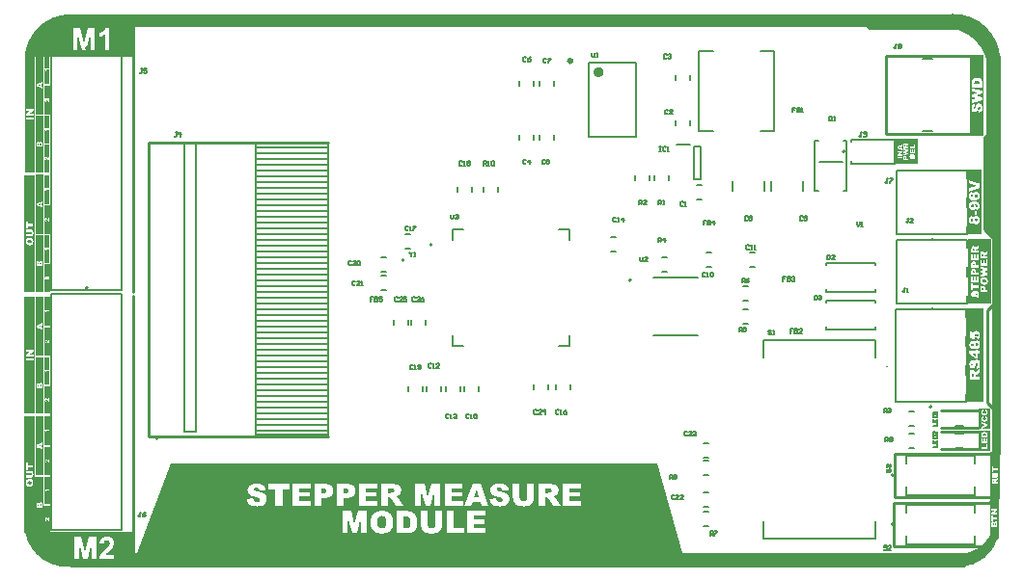
<source format=gto>
G04*
G04 #@! TF.GenerationSoftware,Altium Limited,Altium Designer,23.3.1 (30)*
G04*
G04 Layer_Color=65535*
%FSLAX24Y24*%
%MOIN*%
G70*
G04*
G04 #@! TF.SameCoordinates,D40D81B0-760B-49B0-83D9-93248203E87C*
G04*
G04*
G04 #@! TF.FilePolarity,Positive*
G04*
G01*
G75*
%ADD10C,0.0079*%
%ADD11C,0.0100*%
%ADD12C,0.0039*%
%ADD13C,0.0160*%
%ADD14C,0.0050*%
%ADD15C,0.0080*%
%ADD16C,0.0060*%
G36*
X32339Y19158D02*
X32394Y19131D01*
X32400Y19135D01*
X32650Y19100D01*
X33183Y18767D01*
X33631Y18319D01*
X33740Y17747D01*
X33720Y17719D01*
X33729D01*
Y4050D01*
X33792D01*
Y2450D01*
X33749D01*
Y1108D01*
X33747D01*
X33300Y500D01*
X32950Y250D01*
X32467Y148D01*
X32453Y162D01*
X3838D01*
X3854Y146D01*
X3835Y100D01*
X1350D01*
X1225Y225D01*
X1110D01*
Y250D01*
X900D01*
X600Y550D01*
X550D01*
Y600D01*
X250Y900D01*
Y1136D01*
X196Y1190D01*
X202Y1242D01*
X213Y1246D01*
X100D01*
Y5296D01*
X450D01*
Y1250D01*
X498D01*
Y3196D01*
X750D01*
Y1250D01*
X795D01*
Y2198D01*
X983D01*
Y1250D01*
X1110D01*
Y1261D01*
X3910D01*
Y550D01*
X4005D01*
X5150Y3650D01*
Y3655D01*
X21950D01*
Y3654D01*
X21950Y3654D01*
X22809Y550D01*
X32516D01*
X32850Y600D01*
X33350Y950D01*
X33468Y1108D01*
X33449D01*
Y2450D01*
X33450D01*
Y4050D01*
X33529D01*
Y11471D01*
X33229Y11771D01*
X33229Y14950D01*
X33329Y15050D01*
Y17719D01*
X33369D01*
X33350Y17733D01*
X33200Y18050D01*
X33050Y18300D01*
X32650Y18600D01*
X32500Y18650D01*
X29300Y18650D01*
X29186Y18764D01*
X3899D01*
X3921Y17791D01*
Y17770D01*
X3891Y17740D01*
X3850D01*
X3820Y17770D01*
Y17791D01*
X3820Y18510D01*
X3811Y18517D01*
X3800Y18538D01*
Y17832D01*
X1112D01*
X1100Y17800D01*
X1091Y17791D01*
X200D01*
Y18100D01*
X250Y18150D01*
Y18186D01*
X264Y18256D01*
X291Y18322D01*
X331Y18381D01*
X356Y18406D01*
Y18406D01*
X615Y18665D01*
X623Y18673D01*
X636Y18693D01*
X645Y18715D01*
X649Y18738D01*
X650Y18750D01*
X650Y18750D01*
X815Y18915D01*
X823Y18923D01*
X843Y18936D01*
X865Y18945D01*
X888Y18950D01*
X900Y18950D01*
X900Y18950D01*
X924Y18974D01*
X980Y19011D01*
X1042Y19037D01*
X1108Y19050D01*
X1141Y19050D01*
X1141Y19050D01*
X1350Y19100D01*
X1400Y19150D01*
X3350D01*
Y19000D01*
X1500D01*
Y18868D01*
X3800D01*
Y18562D01*
X3811Y18583D01*
X3820Y18590D01*
X3820Y18590D01*
Y19000D01*
X3810Y19020D01*
X3807Y19064D01*
X3821Y19106D01*
X3851Y19140D01*
X3870Y19150D01*
Y19150D01*
X32200Y19150D01*
X32245Y19165D01*
X32339Y19158D01*
D02*
G37*
G36*
X971Y17773D02*
Y16779D01*
X783D01*
Y17773D01*
X971D01*
D02*
G37*
G36*
X974Y15727D02*
X786D01*
Y16723D01*
X974D01*
Y15727D01*
D02*
G37*
G36*
X33236Y17800D02*
Y15000D01*
X32764D01*
Y17800D01*
X33236D01*
D02*
G37*
G36*
X30964Y14012D02*
X30635D01*
Y14888D01*
X30964D01*
Y14012D01*
D02*
G37*
G36*
X30423Y14888D02*
Y14888D01*
X30635D01*
Y14012D01*
X30423D01*
Y14012D01*
X30136D01*
Y14888D01*
X30423D01*
D02*
G37*
G36*
X968Y14680D02*
Y13730D01*
X780D01*
Y14680D01*
X968D01*
D02*
G37*
G36*
X750Y13727D02*
X489D01*
Y15677D01*
X750D01*
Y13727D01*
D02*
G37*
G36*
X970Y12641D02*
X781D01*
Y13635D01*
X970D01*
Y12641D01*
D02*
G37*
G36*
X750Y11599D02*
X481D01*
Y13649D01*
X750D01*
Y11599D01*
D02*
G37*
G36*
X973Y11590D02*
X784D01*
Y12585D01*
X973D01*
Y11590D01*
D02*
G37*
G36*
X33139Y11583D02*
X32668D01*
Y13813D01*
X33139D01*
Y11583D01*
D02*
G37*
G36*
X970Y10596D02*
X781D01*
Y11546D01*
X970D01*
Y10596D01*
D02*
G37*
G36*
X452Y13641D02*
Y9591D01*
X101D01*
Y13641D01*
X452D01*
D02*
G37*
G36*
X752Y7378D02*
X495D01*
Y9428D01*
X752D01*
Y7378D01*
D02*
G37*
G36*
X978Y7377D02*
X789D01*
Y8372D01*
X978D01*
Y7377D01*
D02*
G37*
G36*
X33211Y9021D02*
Y5791D01*
X32631D01*
Y9021D01*
X33211D01*
D02*
G37*
G36*
X750Y5378D02*
X503D01*
Y7328D01*
X750D01*
Y5378D01*
D02*
G37*
G36*
X33457Y4846D02*
X33052D01*
Y5546D01*
X33457D01*
Y4846D01*
D02*
G37*
G36*
X977Y4297D02*
X788D01*
Y5291D01*
X977D01*
Y4297D01*
D02*
G37*
G36*
X33460Y4109D02*
X33055D01*
Y4809D01*
X33460D01*
Y4109D01*
D02*
G37*
G36*
X750Y3246D02*
X491D01*
Y5296D01*
X750D01*
Y3246D01*
D02*
G37*
G36*
X980Y2248D02*
X792D01*
Y3197D01*
X980D01*
Y2248D01*
D02*
G37*
G36*
X979Y3246D02*
X791D01*
Y4241D01*
X979D01*
Y3246D01*
D02*
G37*
G36*
X750Y9599D02*
X488D01*
Y11549D01*
X750D01*
Y9599D01*
D02*
G37*
G36*
X975Y8429D02*
X786D01*
Y9423D01*
X975D01*
Y8429D01*
D02*
G37*
G36*
X459Y5381D02*
X104D01*
Y9431D01*
X459D01*
Y5381D01*
D02*
G37*
G36*
X970Y6379D02*
X781D01*
Y7329D01*
X970D01*
Y6379D01*
D02*
G37*
G36*
X973Y5379D02*
X785D01*
Y6329D01*
X973D01*
Y5379D01*
D02*
G37*
G36*
X750Y15727D02*
X481D01*
Y17777D01*
X750D01*
Y15727D01*
D02*
G37*
G36*
X972Y9596D02*
X784D01*
Y10546D01*
X972D01*
Y9596D01*
D02*
G37*
G36*
X33061Y9184D02*
X32684D01*
Y11414D01*
X33061D01*
Y9184D01*
D02*
G37*
G36*
X33489Y11414D02*
Y9184D01*
X33061D01*
Y11414D01*
X33489D01*
D02*
G37*
G36*
X459Y13723D02*
X106D01*
Y17773D01*
X459D01*
Y13723D01*
D02*
G37*
G36*
X965Y14730D02*
X777D01*
Y15679D01*
X965D01*
Y14730D01*
D02*
G37*
%LPC*%
G36*
X2522Y18733D02*
X2288D01*
X2151Y18208D01*
X2012Y18733D01*
X1780D01*
Y17964D01*
X1924D01*
Y18569D01*
X2075Y17964D01*
X2225D01*
X2377Y18569D01*
X2378Y17964D01*
X2522D01*
Y18733D01*
D02*
G37*
G36*
X3020Y18736D02*
X2900D01*
X2895Y18723D01*
X2889Y18710D01*
X2876Y18687D01*
X2860Y18666D01*
X2852Y18656D01*
X2845Y18648D01*
X2837Y18640D01*
X2831Y18633D01*
X2824Y18627D01*
X2819Y18622D01*
X2814Y18618D01*
X2810Y18615D01*
X2808Y18614D01*
X2807Y18613D01*
X2794Y18603D01*
X2783Y18595D01*
X2759Y18580D01*
X2738Y18567D01*
X2729Y18562D01*
X2720Y18557D01*
X2711Y18554D01*
X2704Y18551D01*
X2698Y18548D01*
X2693Y18545D01*
X2689Y18544D01*
X2685Y18542D01*
X2684Y18542D01*
X2683D01*
Y18408D01*
X2703Y18416D01*
X2722Y18423D01*
X2741Y18432D01*
X2758Y18440D01*
X2776Y18450D01*
X2792Y18459D01*
X2806Y18468D01*
X2819Y18477D01*
X2831Y18485D01*
X2842Y18494D01*
X2851Y18500D01*
X2859Y18507D01*
X2865Y18512D01*
X2869Y18516D01*
X2873Y18518D01*
X2873Y18519D01*
Y17964D01*
X3020D01*
Y18736D01*
D02*
G37*
G36*
X33722Y3551D02*
Y3487D01*
X33570D01*
Y3551D01*
X33519D01*
Y3360D01*
X33722D01*
D01*
X33570D01*
Y3424D01*
X33722D01*
Y3551D01*
D02*
G37*
G36*
X402Y3681D02*
X148D01*
Y3443D01*
X211D01*
Y3522D01*
X402D01*
Y3601D01*
X211D01*
Y3681D01*
X402D01*
D02*
G37*
G36*
X33658Y3343D02*
X33656D01*
X33650Y3343D01*
X33645Y3342D01*
X33640Y3340D01*
X33635Y3339D01*
X33632Y3337D01*
X33630Y3337D01*
X33629Y3336D01*
X33628Y3335D01*
X33627Y3335D01*
X33627Y3335D01*
X33626D01*
X33622Y3331D01*
X33617Y3327D01*
X33613Y3323D01*
X33610Y3319D01*
X33607Y3315D01*
X33606Y3313D01*
X33605Y3312D01*
X33605Y3310D01*
X33604Y3309D01*
X33604Y3309D01*
Y3309D01*
X33602Y3305D01*
X33600Y3301D01*
X33599Y3297D01*
X33597Y3292D01*
X33594Y3282D01*
X33591Y3272D01*
X33590Y3268D01*
X33589Y3264D01*
X33588Y3260D01*
X33587Y3256D01*
X33587Y3254D01*
X33586Y3251D01*
X33586Y3250D01*
Y3250D01*
X33585Y3247D01*
X33585Y3244D01*
X33584Y3242D01*
X33583Y3239D01*
X33582Y3236D01*
X33581Y3233D01*
X33580Y3231D01*
X33579Y3230D01*
X33579Y3229D01*
X33578Y3229D01*
X33577Y3227D01*
X33575Y3226D01*
X33574Y3225D01*
X33573Y3225D01*
X33571Y3224D01*
X33570Y3224D01*
X33570D01*
X33570D01*
X33567Y3224D01*
X33565Y3225D01*
X33563Y3226D01*
X33562Y3227D01*
X33560Y3228D01*
X33559Y3229D01*
X33559Y3229D01*
X33558Y3230D01*
X33557Y3232D01*
X33556Y3235D01*
X33555Y3237D01*
X33554Y3240D01*
X33554Y3242D01*
X33554Y3244D01*
Y3246D01*
X33554Y3251D01*
X33555Y3255D01*
X33556Y3259D01*
X33557Y3261D01*
X33558Y3264D01*
X33559Y3266D01*
X33560Y3267D01*
X33560Y3267D01*
X33563Y3269D01*
X33566Y3272D01*
X33569Y3273D01*
X33572Y3275D01*
X33575Y3276D01*
X33578Y3276D01*
X33579Y3277D01*
X33579Y3277D01*
X33580D01*
X33580D01*
X33577Y3336D01*
X33571Y3335D01*
X33566Y3334D01*
X33561Y3332D01*
X33556Y3331D01*
X33552Y3329D01*
X33548Y3327D01*
X33545Y3325D01*
X33542Y3322D01*
X33539Y3320D01*
X33537Y3318D01*
X33535Y3317D01*
X33533Y3315D01*
X33532Y3314D01*
X33531Y3313D01*
X33531Y3312D01*
X33530Y3312D01*
X33528Y3308D01*
X33526Y3303D01*
X33524Y3299D01*
X33522Y3294D01*
X33521Y3289D01*
X33519Y3284D01*
X33518Y3274D01*
X33517Y3270D01*
X33517Y3266D01*
X33516Y3262D01*
X33516Y3259D01*
X33516Y3256D01*
Y3343D01*
Y3159D01*
X33726D01*
D01*
X33516D01*
Y3247D01*
X33516Y3241D01*
X33517Y3236D01*
X33517Y3231D01*
X33518Y3227D01*
X33518Y3223D01*
X33519Y3219D01*
X33520Y3215D01*
X33521Y3212D01*
X33521Y3210D01*
X33522Y3208D01*
X33523Y3206D01*
X33523Y3204D01*
X33524Y3203D01*
X33524Y3203D01*
Y3202D01*
X33527Y3196D01*
X33531Y3190D01*
X33534Y3186D01*
X33538Y3182D01*
X33541Y3179D01*
X33544Y3177D01*
X33545Y3176D01*
X33545Y3176D01*
X33546Y3175D01*
X33546D01*
X33551Y3172D01*
X33556Y3170D01*
X33561Y3168D01*
X33566Y3167D01*
X33570Y3167D01*
X33571Y3166D01*
X33573D01*
X33574Y3166D01*
X33575D01*
X33575D01*
X33575D01*
X33580Y3166D01*
X33584Y3167D01*
X33588Y3168D01*
X33592Y3169D01*
X33595Y3170D01*
X33598Y3172D01*
X33601Y3173D01*
X33604Y3175D01*
X33606Y3177D01*
X33608Y3178D01*
X33610Y3180D01*
X33612Y3181D01*
X33613Y3182D01*
X33614Y3183D01*
X33614Y3183D01*
X33615Y3184D01*
X33617Y3187D01*
X33620Y3191D01*
X33623Y3196D01*
X33625Y3200D01*
X33629Y3210D01*
X33633Y3220D01*
X33634Y3224D01*
X33635Y3229D01*
X33637Y3233D01*
X33637Y3236D01*
X33638Y3239D01*
X33639Y3241D01*
X33639Y3242D01*
Y3243D01*
X33640Y3247D01*
X33641Y3251D01*
X33642Y3255D01*
X33643Y3258D01*
X33644Y3261D01*
X33645Y3264D01*
X33646Y3266D01*
X33647Y3268D01*
X33648Y3270D01*
X33649Y3271D01*
X33649Y3272D01*
X33650Y3273D01*
X33651Y3275D01*
X33651Y3275D01*
X33653Y3277D01*
X33656Y3279D01*
X33658Y3280D01*
X33660Y3281D01*
X33662Y3282D01*
X33664Y3282D01*
X33665D01*
X33665D01*
X33668Y3282D01*
X33671Y3281D01*
X33673Y3280D01*
X33675Y3278D01*
X33677Y3277D01*
X33679Y3276D01*
X33679Y3275D01*
X33680Y3274D01*
X33682Y3271D01*
X33683Y3268D01*
X33684Y3265D01*
X33685Y3261D01*
X33686Y3258D01*
X33686Y3256D01*
Y3254D01*
X33686Y3251D01*
X33685Y3248D01*
X33684Y3242D01*
X33682Y3237D01*
X33680Y3233D01*
X33677Y3230D01*
X33676Y3228D01*
X33674Y3227D01*
X33674Y3226D01*
X33674D01*
X33671Y3224D01*
X33667Y3222D01*
X33663Y3221D01*
X33660Y3220D01*
X33656Y3219D01*
X33654Y3219D01*
X33653Y3219D01*
X33652Y3218D01*
X33652D01*
X33651D01*
X33655Y3159D01*
X33661Y3159D01*
X33666Y3160D01*
X33671Y3162D01*
X33676Y3163D01*
X33681Y3165D01*
X33685Y3167D01*
X33689Y3169D01*
X33692Y3171D01*
X33695Y3173D01*
X33698Y3175D01*
X33701Y3176D01*
X33703Y3178D01*
X33704Y3179D01*
X33705Y3180D01*
X33706Y3181D01*
X33706Y3181D01*
X33710Y3185D01*
X33713Y3190D01*
X33715Y3195D01*
X33718Y3201D01*
X33719Y3207D01*
X33721Y3213D01*
X33722Y3219D01*
X33723Y3225D01*
X33724Y3230D01*
X33725Y3235D01*
X33725Y3240D01*
X33726Y3244D01*
Y3248D01*
X33726Y3251D01*
Y3258D01*
X33726Y3263D01*
X33725Y3268D01*
X33725Y3273D01*
X33724Y3277D01*
X33723Y3281D01*
X33722Y3285D01*
X33722Y3288D01*
X33721Y3291D01*
X33720Y3294D01*
X33719Y3296D01*
X33719Y3298D01*
X33718Y3300D01*
X33718Y3301D01*
X33717Y3301D01*
Y3302D01*
X33714Y3309D01*
X33710Y3315D01*
X33706Y3320D01*
X33702Y3324D01*
X33698Y3327D01*
X33695Y3330D01*
X33694Y3331D01*
X33693Y3331D01*
X33693Y3332D01*
X33692D01*
X33689Y3334D01*
X33686Y3336D01*
X33680Y3338D01*
X33674Y3340D01*
X33668Y3342D01*
X33666Y3342D01*
X33663Y3342D01*
X33661Y3343D01*
X33660D01*
X33658Y3343D01*
D02*
G37*
G36*
X406Y3409D02*
X148D01*
Y3166D01*
X406D01*
X299D01*
X307Y3166D01*
X314Y3167D01*
X321Y3168D01*
X328Y3170D01*
X334Y3171D01*
X336Y3171D01*
X338Y3172D01*
X340Y3172D01*
X341Y3173D01*
X342Y3173D01*
X342D01*
X348Y3175D01*
X353Y3177D01*
X358Y3180D01*
X363Y3183D01*
X366Y3185D01*
X369Y3188D01*
X371Y3189D01*
X371Y3189D01*
X372D01*
X377Y3194D01*
X381Y3199D01*
X385Y3203D01*
X388Y3208D01*
X390Y3211D01*
X392Y3214D01*
X393Y3216D01*
X394Y3216D01*
Y3216D01*
X396Y3222D01*
X398Y3228D01*
X400Y3234D01*
X401Y3240D01*
X402Y3245D01*
X403Y3247D01*
X403Y3249D01*
X403Y3251D01*
X404Y3252D01*
Y3253D01*
X404Y3261D01*
X405Y3268D01*
X405Y3275D01*
X406Y3281D01*
X406Y3286D01*
Y3293D01*
X406Y3305D01*
X405Y3315D01*
X404Y3320D01*
X403Y3325D01*
X403Y3329D01*
X402Y3333D01*
X401Y3336D01*
X400Y3339D01*
X399Y3342D01*
X399Y3344D01*
X398Y3346D01*
X398Y3347D01*
X398Y3348D01*
Y3348D01*
X395Y3354D01*
X392Y3360D01*
X388Y3365D01*
X385Y3370D01*
X382Y3374D01*
X379Y3377D01*
X377Y3379D01*
X377Y3379D01*
X377Y3380D01*
X371Y3385D01*
X365Y3389D01*
X359Y3393D01*
X354Y3396D01*
X349Y3399D01*
X347Y3399D01*
X345Y3400D01*
X344Y3401D01*
X343Y3401D01*
X342Y3401D01*
X342D01*
X334Y3404D01*
X327Y3405D01*
X320Y3407D01*
X313Y3408D01*
X307Y3408D01*
X305D01*
X303Y3409D01*
X406D01*
D02*
G37*
G36*
X33722Y3149D02*
D01*
X33664Y3119D01*
X33662Y3118D01*
X33660Y3116D01*
X33656Y3113D01*
X33654Y3112D01*
X33652Y3111D01*
X33651Y3110D01*
X33651Y3110D01*
X33648Y3107D01*
X33646Y3105D01*
X33644Y3104D01*
X33643Y3102D01*
X33642Y3101D01*
X33641Y3100D01*
X33640Y3100D01*
Y3100D01*
X33639Y3097D01*
X33638Y3095D01*
X33635Y3090D01*
X33634Y3087D01*
X33634Y3085D01*
X33633Y3084D01*
X33633Y3084D01*
Y3083D01*
X33632Y3088D01*
X33630Y3093D01*
X33629Y3097D01*
X33628Y3100D01*
X33626Y3102D01*
X33625Y3104D01*
X33625Y3105D01*
X33625Y3106D01*
X33622Y3110D01*
X33618Y3114D01*
X33615Y3118D01*
X33612Y3120D01*
X33609Y3123D01*
X33607Y3124D01*
X33605Y3125D01*
X33605Y3126D01*
X33605D01*
X33600Y3128D01*
X33595Y3130D01*
X33590Y3131D01*
X33586Y3132D01*
X33582Y3133D01*
X33580D01*
X33579Y3133D01*
X33577D01*
X33577D01*
X33576D01*
X33576D01*
X33569Y3132D01*
X33562Y3131D01*
X33557Y3130D01*
X33552Y3128D01*
X33550Y3127D01*
X33548Y3126D01*
X33547Y3126D01*
X33545Y3125D01*
X33544Y3124D01*
X33543Y3124D01*
X33543Y3123D01*
X33543D01*
X33538Y3120D01*
X33534Y3115D01*
X33531Y3111D01*
X33529Y3107D01*
X33527Y3104D01*
X33525Y3101D01*
X33525Y3100D01*
X33525Y3099D01*
X33524Y3099D01*
Y3098D01*
X33523Y3095D01*
X33523Y3092D01*
X33521Y3085D01*
X33521Y3078D01*
X33520Y3070D01*
Y3067D01*
X33520Y3064D01*
Y3061D01*
X33519Y3059D01*
Y3149D01*
D01*
Y2949D01*
X33722D01*
Y3012D01*
X33640D01*
Y3018D01*
X33640Y3021D01*
X33641Y3024D01*
X33641Y3026D01*
X33642Y3029D01*
X33643Y3031D01*
X33644Y3032D01*
X33644Y3033D01*
X33645Y3033D01*
X33646Y3035D01*
X33649Y3037D01*
X33651Y3039D01*
X33654Y3041D01*
X33656Y3042D01*
X33658Y3044D01*
X33660Y3044D01*
X33660Y3045D01*
X33660D01*
X33722Y3078D01*
Y3149D01*
D02*
G37*
G36*
X278Y3123D02*
X273D01*
X262Y3123D01*
X252Y3122D01*
X242Y3120D01*
X233Y3118D01*
X224Y3116D01*
X216Y3112D01*
X209Y3109D01*
X203Y3106D01*
X197Y3103D01*
X192Y3100D01*
X188Y3097D01*
X184Y3094D01*
X181Y3092D01*
X180Y3091D01*
X178Y3089D01*
X178Y3089D01*
X172Y3082D01*
X167Y3075D01*
X162Y3067D01*
X158Y3059D01*
X155Y3051D01*
X152Y3043D01*
X150Y3035D01*
X148Y3028D01*
X147Y3020D01*
X146Y3014D01*
X145Y3007D01*
X145Y3002D01*
X144Y2998D01*
X144Y2995D01*
Y3123D01*
D01*
Y2861D01*
X406D01*
X275D01*
X283Y2861D01*
X291Y2862D01*
X299Y2863D01*
X306Y2864D01*
X312Y2865D01*
X318Y2866D01*
X324Y2868D01*
X329Y2870D01*
X333Y2871D01*
X337Y2873D01*
X341Y2874D01*
X344Y2875D01*
X346Y2877D01*
X348Y2878D01*
X349Y2878D01*
X349Y2878D01*
X355Y2882D01*
X360Y2885D01*
X364Y2889D01*
X369Y2892D01*
X372Y2897D01*
X376Y2900D01*
X379Y2904D01*
X382Y2907D01*
X385Y2911D01*
X387Y2914D01*
X389Y2916D01*
X390Y2919D01*
X391Y2921D01*
X392Y2922D01*
X392Y2923D01*
X393Y2924D01*
X395Y2929D01*
X397Y2935D01*
X400Y2947D01*
X403Y2959D01*
X404Y2964D01*
X404Y2970D01*
X405Y2975D01*
X405Y2980D01*
X406Y2984D01*
Y2988D01*
X406Y2991D01*
Y2995D01*
X406Y3003D01*
X405Y3010D01*
X404Y3017D01*
X404Y3024D01*
X402Y3030D01*
X401Y3036D01*
X400Y3041D01*
X398Y3046D01*
X397Y3050D01*
X395Y3054D01*
X394Y3057D01*
X393Y3060D01*
X392Y3062D01*
X391Y3064D01*
X391Y3065D01*
X390Y3065D01*
X387Y3070D01*
X384Y3075D01*
X380Y3080D01*
X377Y3084D01*
X373Y3088D01*
X370Y3091D01*
X366Y3094D01*
X362Y3097D01*
X359Y3100D01*
X356Y3102D01*
X353Y3104D01*
X351Y3106D01*
X349Y3107D01*
X347Y3108D01*
X346Y3108D01*
X346Y3108D01*
X341Y3111D01*
X335Y3113D01*
X323Y3117D01*
X311Y3120D01*
X305Y3121D01*
X299Y3121D01*
X294Y3122D01*
X289Y3123D01*
X284Y3123D01*
X281D01*
X278Y3123D01*
D02*
G37*
G36*
X16526Y2963D02*
X16491D01*
X16470Y2962D01*
X16450Y2960D01*
X16433Y2958D01*
X16416Y2957D01*
X16401Y2954D01*
X16387Y2951D01*
X16374Y2948D01*
X16362Y2945D01*
X16353Y2943D01*
X16345Y2940D01*
X16337Y2938D01*
X16332Y2936D01*
X16328Y2934D01*
X16326Y2933D01*
X16325D01*
X16301Y2921D01*
X16280Y2908D01*
X16262Y2894D01*
X16248Y2881D01*
X16237Y2869D01*
X16229Y2859D01*
X16227Y2855D01*
X16225Y2854D01*
X16223Y2852D01*
Y2851D01*
X16212Y2831D01*
X16203Y2811D01*
X16197Y2794D01*
X16194Y2776D01*
X16191Y2762D01*
X16190Y2755D01*
Y2750D01*
X16189Y2746D01*
Y2743D01*
Y2741D01*
Y2740D01*
X16190Y2724D01*
X16192Y2708D01*
X16195Y2693D01*
X16199Y2679D01*
X16204Y2667D01*
X16210Y2655D01*
X16216Y2644D01*
X16222Y2633D01*
X16228Y2624D01*
X16234Y2616D01*
X16240Y2609D01*
X16244Y2603D01*
X16249Y2599D01*
X16252Y2596D01*
X16254Y2594D01*
X16255Y2593D01*
X16268Y2583D01*
X16284Y2572D01*
X16300Y2563D01*
X16317Y2555D01*
X16354Y2539D01*
X16391Y2526D01*
X16407Y2520D01*
X16423Y2515D01*
X16438Y2511D01*
X16450Y2508D01*
X16461Y2505D01*
X16469Y2503D01*
X16474Y2501D01*
X16476D01*
X16493Y2497D01*
X16509Y2494D01*
X16522Y2490D01*
X16535Y2485D01*
X16546Y2482D01*
X16555Y2478D01*
X16564Y2475D01*
X16571Y2471D01*
X16578Y2468D01*
X16584Y2466D01*
X16587Y2464D01*
X16591Y2461D01*
X16596Y2458D01*
X16597Y2457D01*
X16605Y2448D01*
X16612Y2439D01*
X16616Y2430D01*
X16620Y2422D01*
X16622Y2414D01*
X16623Y2408D01*
Y2405D01*
Y2404D01*
X16622Y2393D01*
X16618Y2382D01*
X16614Y2373D01*
X16609Y2365D01*
X16604Y2359D01*
X16599Y2353D01*
X16596Y2350D01*
X16595Y2349D01*
X16584Y2342D01*
X16571Y2336D01*
X16558Y2332D01*
X16546Y2329D01*
X16535Y2327D01*
X16526Y2326D01*
X16518D01*
X16506Y2327D01*
X16495Y2328D01*
X16473Y2333D01*
X16455Y2341D01*
X16441Y2349D01*
X16429Y2358D01*
X16421Y2364D01*
X16416Y2370D01*
X16414Y2371D01*
Y2372D01*
X16406Y2383D01*
X16400Y2397D01*
X16395Y2410D01*
X16391Y2424D01*
X16389Y2437D01*
X16387Y2446D01*
X16386Y2450D01*
X16385Y2453D01*
Y2454D01*
Y2455D01*
X16161Y2441D01*
X16164Y2420D01*
X16168Y2400D01*
X16172Y2380D01*
X16178Y2363D01*
X16184Y2346D01*
X16192Y2330D01*
X16199Y2316D01*
X16207Y2303D01*
X16214Y2290D01*
X16221Y2280D01*
X16227Y2271D01*
X16233Y2263D01*
X16239Y2258D01*
X16242Y2254D01*
X16244Y2251D01*
X16245Y2250D01*
X16260Y2237D01*
X16278Y2226D01*
X16298Y2215D01*
X16319Y2207D01*
X16341Y2200D01*
X16363Y2194D01*
X16386Y2189D01*
X16408Y2185D01*
X16429Y2183D01*
X16449Y2180D01*
X16467Y2178D01*
X16482Y2177D01*
X16495D01*
X16506Y2176D01*
X16535D01*
X16554Y2177D01*
X16572Y2179D01*
X16589Y2181D01*
X16606Y2184D01*
X16621Y2186D01*
X16634Y2189D01*
X16647Y2192D01*
X16659Y2195D01*
X16668Y2198D01*
X16677Y2200D01*
X16684Y2203D01*
X16689Y2205D01*
X16693Y2207D01*
X16696Y2208D01*
X16697D01*
X16723Y2221D01*
X16746Y2236D01*
X16765Y2252D01*
X16781Y2267D01*
X16793Y2280D01*
X16803Y2291D01*
X16807Y2296D01*
X16808Y2299D01*
X16810Y2301D01*
Y2302D01*
X16818Y2314D01*
X16824Y2325D01*
X16834Y2348D01*
X16841Y2372D01*
X16847Y2393D01*
X16848Y2402D01*
X16850Y2410D01*
X16851Y2418D01*
Y2424D01*
X16852Y2429D01*
Y2437D01*
X16851Y2459D01*
X16847Y2481D01*
X16842Y2499D01*
X16837Y2516D01*
X16830Y2529D01*
X16828Y2535D01*
X16825Y2541D01*
X16823Y2544D01*
X16822Y2547D01*
X16821Y2548D01*
Y2549D01*
X16807Y2567D01*
X16792Y2584D01*
X16777Y2598D01*
X16761Y2610D01*
X16747Y2620D01*
X16740Y2624D01*
X16734Y2628D01*
X16730Y2630D01*
X16726Y2631D01*
X16724Y2633D01*
X16723D01*
X16710Y2640D01*
X16695Y2646D01*
X16678Y2652D01*
X16660Y2659D01*
X16624Y2670D01*
X16587Y2680D01*
X16570Y2685D01*
X16554Y2689D01*
X16539Y2692D01*
X16527Y2695D01*
X16517Y2698D01*
X16509Y2699D01*
X16504Y2701D01*
X16502D01*
X16491Y2704D01*
X16480Y2705D01*
X16472Y2708D01*
X16464Y2711D01*
X16450Y2716D01*
X16439Y2720D01*
X16432Y2723D01*
X16427Y2726D01*
X16424Y2728D01*
X16423Y2729D01*
X16418Y2735D01*
X16414Y2740D01*
X16410Y2746D01*
X16408Y2750D01*
X16407Y2755D01*
X16406Y2759D01*
Y2761D01*
Y2762D01*
X16407Y2770D01*
X16409Y2779D01*
X16413Y2786D01*
X16417Y2792D01*
X16421Y2797D01*
X16424Y2801D01*
X16426Y2803D01*
X16427Y2804D01*
X16435Y2810D01*
X16446Y2814D01*
X16456Y2817D01*
X16465Y2820D01*
X16475Y2821D01*
X16482Y2822D01*
X16489D01*
X16507Y2821D01*
X16522Y2818D01*
X16536Y2814D01*
X16546Y2810D01*
X16555Y2806D01*
X16562Y2802D01*
X16566Y2799D01*
X16567Y2798D01*
X16576Y2788D01*
X16584Y2777D01*
X16591Y2765D01*
X16596Y2752D01*
X16599Y2741D01*
X16602Y2732D01*
X16603Y2728D01*
X16604Y2725D01*
Y2724D01*
Y2723D01*
X16826Y2735D01*
X16822Y2757D01*
X16818Y2777D01*
X16812Y2795D01*
X16806Y2813D01*
X16798Y2828D01*
X16791Y2842D01*
X16783Y2855D01*
X16775Y2867D01*
X16767Y2877D01*
X16760Y2885D01*
X16753Y2893D01*
X16747Y2899D01*
X16742Y2903D01*
X16738Y2906D01*
X16735Y2908D01*
X16734Y2909D01*
X16719Y2918D01*
X16703Y2927D01*
X16686Y2934D01*
X16668Y2941D01*
X16649Y2945D01*
X16630Y2950D01*
X16595Y2957D01*
X16578Y2958D01*
X16563Y2960D01*
X16549Y2961D01*
X16537Y2962D01*
X16526Y2963D01*
D02*
G37*
G36*
X8142D02*
X8106D01*
X8086Y2962D01*
X8066Y2960D01*
X8048Y2958D01*
X8032Y2957D01*
X8017Y2954D01*
X8002Y2951D01*
X7989Y2948D01*
X7978Y2945D01*
X7969Y2943D01*
X7960Y2940D01*
X7953Y2938D01*
X7948Y2936D01*
X7943Y2934D01*
X7942Y2933D01*
X7941D01*
X7916Y2921D01*
X7896Y2908D01*
X7878Y2894D01*
X7864Y2881D01*
X7853Y2869D01*
X7845Y2859D01*
X7842Y2855D01*
X7840Y2854D01*
X7839Y2852D01*
Y2851D01*
X7827Y2831D01*
X7819Y2811D01*
X7813Y2794D01*
X7809Y2776D01*
X7807Y2762D01*
X7806Y2755D01*
Y2750D01*
X7805Y2746D01*
Y2743D01*
Y2741D01*
Y2740D01*
X7806Y2724D01*
X7808Y2708D01*
X7810Y2693D01*
X7815Y2679D01*
X7820Y2667D01*
X7825Y2655D01*
X7832Y2644D01*
X7838Y2633D01*
X7844Y2624D01*
X7850Y2616D01*
X7855Y2609D01*
X7860Y2603D01*
X7865Y2599D01*
X7868Y2596D01*
X7869Y2594D01*
X7870Y2593D01*
X7883Y2583D01*
X7899Y2572D01*
X7915Y2563D01*
X7933Y2555D01*
X7970Y2539D01*
X8006Y2526D01*
X8023Y2520D01*
X8039Y2515D01*
X8054Y2511D01*
X8066Y2508D01*
X8077Y2505D01*
X8085Y2503D01*
X8090Y2501D01*
X8092D01*
X8108Y2497D01*
X8124Y2494D01*
X8137Y2490D01*
X8151Y2485D01*
X8162Y2482D01*
X8171Y2478D01*
X8180Y2475D01*
X8187Y2471D01*
X8194Y2468D01*
X8199Y2466D01*
X8203Y2464D01*
X8207Y2461D01*
X8211Y2458D01*
X8212Y2457D01*
X8221Y2448D01*
X8227Y2439D01*
X8232Y2430D01*
X8236Y2422D01*
X8238Y2414D01*
X8239Y2408D01*
Y2405D01*
Y2404D01*
X8238Y2393D01*
X8234Y2382D01*
X8230Y2373D01*
X8225Y2365D01*
X8220Y2359D01*
X8215Y2353D01*
X8211Y2350D01*
X8211Y2349D01*
X8199Y2342D01*
X8187Y2336D01*
X8174Y2332D01*
X8162Y2329D01*
X8151Y2327D01*
X8142Y2326D01*
X8134D01*
X8121Y2327D01*
X8110Y2328D01*
X8089Y2333D01*
X8071Y2341D01*
X8057Y2349D01*
X8045Y2358D01*
X8036Y2364D01*
X8032Y2370D01*
X8030Y2371D01*
Y2372D01*
X8022Y2383D01*
X8016Y2397D01*
X8011Y2410D01*
X8007Y2424D01*
X8004Y2437D01*
X8002Y2446D01*
X8002Y2450D01*
X8001Y2453D01*
Y2454D01*
Y2455D01*
X7777Y2441D01*
X7779Y2420D01*
X7783Y2400D01*
X7788Y2380D01*
X7794Y2363D01*
X7800Y2346D01*
X7808Y2330D01*
X7815Y2316D01*
X7823Y2303D01*
X7830Y2290D01*
X7837Y2280D01*
X7843Y2271D01*
X7849Y2263D01*
X7854Y2258D01*
X7858Y2254D01*
X7860Y2251D01*
X7861Y2250D01*
X7876Y2237D01*
X7894Y2226D01*
X7913Y2215D01*
X7935Y2207D01*
X7957Y2200D01*
X7979Y2194D01*
X8002Y2189D01*
X8024Y2185D01*
X8045Y2183D01*
X8064Y2180D01*
X8083Y2178D01*
X8098Y2177D01*
X8111D01*
X8121Y2176D01*
X8151D01*
X8169Y2177D01*
X8188Y2179D01*
X8205Y2181D01*
X8222Y2184D01*
X8237Y2186D01*
X8250Y2189D01*
X8263Y2192D01*
X8274Y2195D01*
X8284Y2198D01*
X8293Y2200D01*
X8300Y2203D01*
X8305Y2205D01*
X8309Y2207D01*
X8312Y2208D01*
X8313D01*
X8339Y2221D01*
X8361Y2236D01*
X8381Y2252D01*
X8397Y2267D01*
X8409Y2280D01*
X8419Y2291D01*
X8422Y2296D01*
X8424Y2299D01*
X8426Y2301D01*
Y2302D01*
X8434Y2314D01*
X8440Y2325D01*
X8449Y2348D01*
X8457Y2372D01*
X8463Y2393D01*
X8464Y2402D01*
X8465Y2410D01*
X8466Y2418D01*
Y2424D01*
X8467Y2429D01*
Y2437D01*
X8466Y2459D01*
X8463Y2481D01*
X8458Y2499D01*
X8452Y2516D01*
X8446Y2529D01*
X8444Y2535D01*
X8441Y2541D01*
X8439Y2544D01*
X8437Y2547D01*
X8436Y2548D01*
Y2549D01*
X8423Y2567D01*
X8408Y2584D01*
X8392Y2598D01*
X8376Y2610D01*
X8362Y2620D01*
X8356Y2624D01*
X8350Y2628D01*
X8345Y2630D01*
X8342Y2631D01*
X8340Y2633D01*
X8339D01*
X8326Y2640D01*
X8311Y2646D01*
X8294Y2652D01*
X8276Y2659D01*
X8240Y2670D01*
X8203Y2680D01*
X8186Y2685D01*
X8170Y2689D01*
X8155Y2692D01*
X8143Y2695D01*
X8133Y2698D01*
X8124Y2699D01*
X8120Y2701D01*
X8118D01*
X8106Y2704D01*
X8096Y2705D01*
X8088Y2708D01*
X8079Y2711D01*
X8065Y2716D01*
X8055Y2720D01*
X8047Y2723D01*
X8043Y2726D01*
X8040Y2728D01*
X8039Y2729D01*
X8033Y2735D01*
X8030Y2740D01*
X8026Y2746D01*
X8024Y2750D01*
X8023Y2755D01*
X8022Y2759D01*
Y2761D01*
Y2762D01*
X8023Y2770D01*
X8025Y2779D01*
X8029Y2786D01*
X8032Y2792D01*
X8036Y2797D01*
X8040Y2801D01*
X8042Y2803D01*
X8043Y2804D01*
X8051Y2810D01*
X8062Y2814D01*
X8072Y2817D01*
X8081Y2820D01*
X8091Y2821D01*
X8098Y2822D01*
X8105D01*
X8122Y2821D01*
X8137Y2818D01*
X8151Y2814D01*
X8162Y2810D01*
X8171Y2806D01*
X8178Y2802D01*
X8181Y2799D01*
X8182Y2798D01*
X8192Y2788D01*
X8200Y2777D01*
X8207Y2765D01*
X8211Y2752D01*
X8215Y2741D01*
X8218Y2732D01*
X8219Y2728D01*
X8220Y2725D01*
Y2724D01*
Y2723D01*
X8442Y2735D01*
X8438Y2757D01*
X8434Y2777D01*
X8428Y2795D01*
X8421Y2813D01*
X8414Y2828D01*
X8406Y2842D01*
X8399Y2855D01*
X8390Y2867D01*
X8383Y2877D01*
X8375Y2885D01*
X8369Y2893D01*
X8362Y2899D01*
X8358Y2903D01*
X8354Y2906D01*
X8351Y2908D01*
X8350Y2909D01*
X8335Y2918D01*
X8319Y2927D01*
X8301Y2934D01*
X8284Y2941D01*
X8265Y2945D01*
X8246Y2950D01*
X8211Y2957D01*
X8194Y2958D01*
X8179Y2960D01*
X8165Y2961D01*
X8152Y2962D01*
X8142Y2963D01*
D02*
G37*
G36*
X14457Y2950D02*
X14146D01*
X14028Y2487D01*
X13909Y2950D01*
X13600D01*
Y2189D01*
X13793D01*
Y2769D01*
X13940Y2189D01*
X14115D01*
X14264Y2769D01*
Y2189D01*
X14457D01*
Y2950D01*
D02*
G37*
G36*
X17699D02*
X17464D01*
Y2486D01*
X17462Y2464D01*
X17459Y2444D01*
X17453Y2427D01*
X17447Y2413D01*
X17441Y2402D01*
X17435Y2394D01*
X17432Y2390D01*
X17430Y2388D01*
X17416Y2377D01*
X17400Y2368D01*
X17384Y2363D01*
X17369Y2359D01*
X17356Y2356D01*
X17344Y2355D01*
X17340Y2354D01*
X17334D01*
X17313Y2356D01*
X17294Y2360D01*
X17277Y2365D01*
X17264Y2372D01*
X17253Y2378D01*
X17245Y2383D01*
X17240Y2387D01*
X17239Y2389D01*
X17227Y2403D01*
X17219Y2419D01*
X17213Y2435D01*
X17209Y2451D01*
X17207Y2465D01*
X17206Y2470D01*
Y2476D01*
X17205Y2481D01*
Y2483D01*
Y2485D01*
Y2486D01*
Y2950D01*
X16970D01*
Y2497D01*
X16971Y2475D01*
X16973Y2453D01*
X16976Y2431D01*
X16981Y2411D01*
X16985Y2393D01*
X16986Y2386D01*
X16987Y2379D01*
X16989Y2375D01*
X16990Y2371D01*
X16991Y2368D01*
Y2367D01*
X16997Y2350D01*
X17004Y2334D01*
X17013Y2319D01*
X17021Y2306D01*
X17029Y2295D01*
X17035Y2287D01*
X17039Y2281D01*
X17041Y2280D01*
Y2279D01*
X17055Y2264D01*
X17069Y2251D01*
X17082Y2240D01*
X17095Y2230D01*
X17105Y2223D01*
X17114Y2218D01*
X17119Y2215D01*
X17120Y2214D01*
X17121D01*
X17139Y2206D01*
X17157Y2200D01*
X17176Y2194D01*
X17193Y2190D01*
X17208Y2187D01*
X17214Y2186D01*
X17220Y2185D01*
X17224Y2185D01*
X17228Y2184D01*
X17231D01*
X17255Y2181D01*
X17278Y2179D01*
X17298Y2178D01*
X17316Y2177D01*
X17331Y2176D01*
X17353D01*
X17387Y2177D01*
X17418Y2180D01*
X17433Y2182D01*
X17447Y2185D01*
X17460Y2186D01*
X17471Y2189D01*
X17481Y2191D01*
X17491Y2193D01*
X17498Y2196D01*
X17505Y2198D01*
X17510Y2200D01*
X17514Y2200D01*
X17516Y2201D01*
X17517D01*
X17536Y2209D01*
X17552Y2219D01*
X17568Y2229D01*
X17582Y2240D01*
X17595Y2249D01*
X17604Y2257D01*
X17610Y2262D01*
X17610Y2263D01*
X17611Y2264D01*
X17627Y2282D01*
X17640Y2300D01*
X17652Y2318D01*
X17661Y2333D01*
X17669Y2348D01*
X17670Y2354D01*
X17673Y2359D01*
X17675Y2363D01*
X17676Y2366D01*
X17677Y2368D01*
Y2369D01*
X17685Y2392D01*
X17689Y2414D01*
X17693Y2436D01*
X17696Y2455D01*
X17698Y2472D01*
Y2479D01*
X17699Y2485D01*
Y2950D01*
D02*
G37*
G36*
X724Y2313D02*
X524D01*
X667D01*
X660Y2313D01*
X654Y2311D01*
X649Y2310D01*
X644Y2308D01*
X641Y2306D01*
X639Y2305D01*
X638Y2305D01*
X637Y2304D01*
X636Y2303D01*
X636Y2303D01*
X636Y2303D01*
X633Y2301D01*
X631Y2299D01*
X627Y2294D01*
X624Y2288D01*
X622Y2283D01*
X620Y2278D01*
X619Y2276D01*
X619Y2275D01*
X618Y2273D01*
X618Y2272D01*
X618Y2271D01*
Y2271D01*
X616Y2276D01*
X613Y2280D01*
X611Y2284D01*
X609Y2287D01*
X607Y2290D01*
X606Y2291D01*
X605Y2292D01*
X604Y2293D01*
X602Y2295D01*
X599Y2296D01*
X594Y2299D01*
X589Y2301D01*
X584Y2302D01*
X580Y2303D01*
X579Y2304D01*
X577D01*
X576Y2304D01*
X575D01*
X574D01*
X574D01*
X570Y2304D01*
X566Y2303D01*
X563Y2302D01*
X560Y2301D01*
X554Y2299D01*
X551Y2297D01*
X549Y2296D01*
X546Y2295D01*
X544Y2293D01*
X543Y2292D01*
X541Y2291D01*
X540Y2290D01*
X539Y2289D01*
X539Y2289D01*
X539Y2288D01*
X536Y2285D01*
X534Y2282D01*
X532Y2278D01*
X530Y2275D01*
X529Y2271D01*
X528Y2267D01*
X526Y2260D01*
X525Y2257D01*
X525Y2254D01*
X525Y2251D01*
X524Y2248D01*
X524Y2246D01*
Y2128D01*
X724D01*
Y2237D01*
Y2236D01*
X724Y2238D01*
X723Y2242D01*
X723Y2247D01*
X722Y2251D01*
X722Y2256D01*
Y2258D01*
X722Y2259D01*
X721Y2261D01*
X721Y2261D01*
Y2262D01*
X720Y2268D01*
X719Y2273D01*
X718Y2277D01*
X717Y2280D01*
X716Y2283D01*
X716Y2285D01*
X715Y2286D01*
X715Y2286D01*
X712Y2291D01*
X709Y2294D01*
X705Y2298D01*
X702Y2301D01*
X699Y2303D01*
X697Y2305D01*
X696Y2306D01*
X695Y2306D01*
X695D01*
X690Y2308D01*
X686Y2310D01*
X681Y2311D01*
X676Y2312D01*
X673Y2313D01*
X671Y2313D01*
X670Y2313D01*
X724D01*
D02*
G37*
G36*
X19312Y2950D02*
X18681D01*
Y2189D01*
X19323D01*
Y2362D01*
X18918D01*
Y2512D01*
X19283D01*
Y2667D01*
X18918D01*
Y2788D01*
X19312D01*
Y2950D01*
D02*
G37*
G36*
X18266D02*
X17857D01*
Y2189D01*
X18093D01*
Y2498D01*
X18114D01*
X18125Y2497D01*
X18136Y2496D01*
X18146Y2493D01*
X18154Y2490D01*
X18161Y2486D01*
X18166Y2483D01*
X18170Y2482D01*
X18171Y2481D01*
X18178Y2474D01*
X18186Y2466D01*
X18192Y2456D01*
X18200Y2446D01*
X18205Y2437D01*
X18210Y2429D01*
X18213Y2423D01*
X18214Y2423D01*
Y2422D01*
X18340Y2189D01*
X18607D01*
X18491Y2408D01*
X18488Y2415D01*
X18483Y2423D01*
X18472Y2438D01*
X18466Y2446D01*
X18461Y2452D01*
X18458Y2455D01*
X18458Y2456D01*
X18449Y2467D01*
X18442Y2476D01*
X18435Y2482D01*
X18429Y2488D01*
X18426Y2492D01*
X18423Y2495D01*
X18421Y2497D01*
X18420D01*
X18412Y2502D01*
X18402Y2507D01*
X18383Y2516D01*
X18373Y2519D01*
X18366Y2522D01*
X18361Y2524D01*
X18360Y2525D01*
X18359D01*
X18378Y2529D01*
X18395Y2535D01*
X18409Y2540D01*
X18421Y2544D01*
X18430Y2549D01*
X18437Y2553D01*
X18442Y2555D01*
X18443Y2556D01*
X18459Y2567D01*
X18474Y2579D01*
X18488Y2591D01*
X18498Y2603D01*
X18506Y2614D01*
X18513Y2622D01*
X18517Y2628D01*
X18518Y2629D01*
Y2630D01*
X18527Y2647D01*
X18533Y2666D01*
X18538Y2684D01*
X18541Y2701D01*
X18544Y2716D01*
Y2722D01*
X18545Y2728D01*
Y2733D01*
Y2735D01*
Y2737D01*
Y2738D01*
X18543Y2765D01*
X18539Y2789D01*
X18533Y2810D01*
X18527Y2827D01*
X18523Y2836D01*
X18520Y2842D01*
X18518Y2848D01*
X18515Y2853D01*
X18513Y2857D01*
X18511Y2860D01*
X18509Y2861D01*
Y2862D01*
X18495Y2880D01*
X18479Y2894D01*
X18464Y2906D01*
X18449Y2915D01*
X18436Y2923D01*
X18425Y2928D01*
X18421Y2929D01*
X18418Y2930D01*
X18416Y2931D01*
X18415D01*
X18404Y2935D01*
X18392Y2938D01*
X18365Y2943D01*
X18338Y2945D01*
X18310Y2948D01*
X18298D01*
X18286Y2949D01*
X18276D01*
X18266Y2950D01*
D02*
G37*
G36*
X15841D02*
X15582D01*
X15297Y2189D01*
X15537D01*
X15574Y2315D01*
X15841D01*
X15880Y2189D01*
X16126D01*
X15841Y2950D01*
D02*
G37*
G36*
X15237D02*
X14606D01*
Y2189D01*
X15248D01*
Y2362D01*
X14843D01*
Y2512D01*
X15208D01*
Y2667D01*
X14843D01*
Y2788D01*
X15237D01*
Y2950D01*
D02*
G37*
G36*
X12834D02*
X12424D01*
Y2189D01*
X12660D01*
Y2498D01*
X12681D01*
X12692Y2497D01*
X12703Y2496D01*
X12713Y2493D01*
X12721Y2490D01*
X12729Y2486D01*
X12733Y2483D01*
X12737Y2482D01*
X12738Y2481D01*
X12746Y2474D01*
X12753Y2466D01*
X12760Y2456D01*
X12767Y2446D01*
X12773Y2437D01*
X12777Y2429D01*
X12780Y2423D01*
X12781Y2423D01*
Y2422D01*
X12908Y2189D01*
X13174D01*
X13059Y2408D01*
X13055Y2415D01*
X13050Y2423D01*
X13039Y2438D01*
X13033Y2446D01*
X13029Y2452D01*
X13026Y2455D01*
X13025Y2456D01*
X13016Y2467D01*
X13009Y2476D01*
X13002Y2482D01*
X12997Y2488D01*
X12993Y2492D01*
X12990Y2495D01*
X12988Y2497D01*
X12987D01*
X12979Y2502D01*
X12970Y2507D01*
X12950Y2516D01*
X12940Y2519D01*
X12933Y2522D01*
X12928Y2524D01*
X12927Y2525D01*
X12926D01*
X12945Y2529D01*
X12962Y2535D01*
X12976Y2540D01*
X12988Y2544D01*
X12998Y2549D01*
X13004Y2553D01*
X13009Y2555D01*
X13010Y2556D01*
X13027Y2567D01*
X13042Y2579D01*
X13055Y2591D01*
X13065Y2603D01*
X13074Y2614D01*
X13080Y2622D01*
X13084Y2628D01*
X13085Y2629D01*
Y2630D01*
X13094Y2647D01*
X13101Y2666D01*
X13105Y2684D01*
X13108Y2701D01*
X13111Y2716D01*
Y2722D01*
X13112Y2728D01*
Y2733D01*
Y2735D01*
Y2737D01*
Y2738D01*
X13110Y2765D01*
X13106Y2789D01*
X13101Y2810D01*
X13094Y2827D01*
X13090Y2836D01*
X13088Y2842D01*
X13085Y2848D01*
X13082Y2853D01*
X13080Y2857D01*
X13078Y2860D01*
X13076Y2861D01*
Y2862D01*
X13062Y2880D01*
X13046Y2894D01*
X13031Y2906D01*
X13016Y2915D01*
X13003Y2923D01*
X12992Y2928D01*
X12988Y2929D01*
X12985Y2930D01*
X12984Y2931D01*
X12983D01*
X12971Y2935D01*
X12959Y2938D01*
X12932Y2943D01*
X12905Y2945D01*
X12878Y2948D01*
X12866D01*
X12853Y2949D01*
X12843D01*
X12834Y2950D01*
D02*
G37*
G36*
X12285D02*
X11654D01*
Y2189D01*
X12296D01*
Y2362D01*
X11890D01*
Y2512D01*
X12256D01*
Y2667D01*
X11890D01*
Y2788D01*
X12285D01*
Y2950D01*
D02*
G37*
G36*
X11289D02*
X10886D01*
Y2189D01*
X11122D01*
Y2471D01*
X11250D01*
X11276Y2472D01*
X11300Y2474D01*
X11322Y2477D01*
X11343Y2482D01*
X11363Y2486D01*
X11379Y2492D01*
X11395Y2497D01*
X11409Y2504D01*
X11422Y2510D01*
X11433Y2515D01*
X11441Y2521D01*
X11449Y2526D01*
X11454Y2530D01*
X11459Y2533D01*
X11461Y2535D01*
X11462Y2536D01*
X11474Y2549D01*
X11485Y2562D01*
X11495Y2576D01*
X11502Y2591D01*
X11510Y2606D01*
X11515Y2621D01*
X11520Y2636D01*
X11524Y2650D01*
X11527Y2663D01*
X11528Y2676D01*
X11530Y2687D01*
X11531Y2697D01*
X11532Y2705D01*
Y2716D01*
X11531Y2736D01*
X11529Y2755D01*
X11527Y2774D01*
X11522Y2791D01*
X11517Y2806D01*
X11512Y2820D01*
X11506Y2833D01*
X11500Y2845D01*
X11495Y2855D01*
X11489Y2864D01*
X11483Y2871D01*
X11479Y2878D01*
X11474Y2883D01*
X11471Y2886D01*
X11469Y2888D01*
X11468Y2889D01*
X11456Y2899D01*
X11442Y2909D01*
X11427Y2917D01*
X11411Y2925D01*
X11395Y2930D01*
X11379Y2935D01*
X11349Y2943D01*
X11334Y2945D01*
X11320Y2947D01*
X11308Y2948D01*
X11298Y2949D01*
X11289Y2950D01*
D02*
G37*
G36*
X10521D02*
X10118D01*
Y2189D01*
X10354D01*
Y2471D01*
X10483D01*
X10509Y2472D01*
X10532Y2474D01*
X10555Y2477D01*
X10575Y2482D01*
X10595Y2486D01*
X10612Y2492D01*
X10628Y2497D01*
X10642Y2504D01*
X10654Y2510D01*
X10665Y2515D01*
X10674Y2521D01*
X10681Y2526D01*
X10687Y2530D01*
X10692Y2533D01*
X10694Y2535D01*
X10694Y2536D01*
X10707Y2549D01*
X10718Y2562D01*
X10727Y2576D01*
X10735Y2591D01*
X10742Y2606D01*
X10748Y2621D01*
X10753Y2636D01*
X10756Y2650D01*
X10759Y2663D01*
X10761Y2676D01*
X10763Y2687D01*
X10764Y2697D01*
X10765Y2705D01*
Y2716D01*
X10764Y2736D01*
X10762Y2755D01*
X10759Y2774D01*
X10754Y2791D01*
X10750Y2806D01*
X10745Y2820D01*
X10739Y2833D01*
X10733Y2845D01*
X10727Y2855D01*
X10722Y2864D01*
X10716Y2871D01*
X10711Y2878D01*
X10707Y2883D01*
X10704Y2886D01*
X10702Y2888D01*
X10701Y2889D01*
X10689Y2899D01*
X10675Y2909D01*
X10660Y2917D01*
X10644Y2925D01*
X10628Y2930D01*
X10612Y2935D01*
X10581Y2943D01*
X10566Y2945D01*
X10553Y2947D01*
X10541Y2948D01*
X10531Y2949D01*
X10521Y2950D01*
D02*
G37*
G36*
X9982D02*
X9352D01*
Y2189D01*
X9994D01*
Y2362D01*
X9588D01*
Y2512D01*
X9953D01*
Y2667D01*
X9588D01*
Y2788D01*
X9982D01*
Y2950D01*
D02*
G37*
G36*
X9246D02*
X8531D01*
Y2762D01*
X8771D01*
Y2189D01*
X9006D01*
Y2762D01*
X9246D01*
Y2950D01*
D02*
G37*
G36*
X33700Y2089D02*
X33497D01*
Y2030D01*
X33610D01*
X33497Y1953D01*
Y1895D01*
X33700D01*
Y2089D01*
D02*
G37*
G36*
Y1866D02*
X33497D01*
Y1675D01*
X33548D01*
Y1739D01*
X33700D01*
Y1866D01*
D02*
G37*
G36*
X966Y1786D02*
X812D01*
Y1659D01*
D01*
Y1720D01*
X812Y1716D01*
X812Y1712D01*
X812Y1709D01*
X813Y1706D01*
X813Y1703D01*
X814Y1701D01*
X814Y1699D01*
X815Y1697D01*
X815Y1695D01*
X816Y1694D01*
X816Y1692D01*
X817Y1691D01*
X817Y1691D01*
X817Y1690D01*
Y1690D01*
X819Y1686D01*
X822Y1682D01*
X824Y1679D01*
X827Y1676D01*
X829Y1674D01*
X831Y1673D01*
X832Y1672D01*
X832Y1672D01*
X832Y1671D01*
X833D01*
X837Y1669D01*
X841Y1667D01*
X846Y1665D01*
X850Y1664D01*
X852Y1664D01*
X854Y1663D01*
X856Y1663D01*
X857Y1663D01*
X859Y1663D01*
X860D01*
X860Y1662D01*
X860D01*
X864Y1705D01*
X859Y1705D01*
X855Y1706D01*
X852Y1707D01*
X850Y1709D01*
X848Y1710D01*
X847Y1711D01*
X846Y1711D01*
X846Y1711D01*
X844Y1713D01*
X843Y1716D01*
X842Y1718D01*
X841Y1720D01*
X841Y1722D01*
X841Y1723D01*
Y1725D01*
X841Y1727D01*
X841Y1730D01*
X842Y1732D01*
X843Y1734D01*
X844Y1735D01*
X845Y1737D01*
X846Y1737D01*
X846Y1737D01*
X848Y1739D01*
X850Y1740D01*
X852Y1741D01*
X853Y1742D01*
X855Y1743D01*
X856Y1743D01*
X857D01*
X858D01*
X860Y1743D01*
X862Y1742D01*
X865Y1741D01*
X867Y1740D01*
X869Y1739D01*
X870Y1738D01*
X871Y1738D01*
X871Y1737D01*
X872Y1736D01*
X874Y1735D01*
X876Y1733D01*
X877Y1732D01*
X881Y1728D01*
X884Y1724D01*
X887Y1720D01*
X889Y1718D01*
X890Y1717D01*
X891Y1715D01*
X891Y1714D01*
X892Y1714D01*
X892Y1714D01*
X896Y1708D01*
X900Y1703D01*
X904Y1699D01*
X908Y1694D01*
X911Y1691D01*
X914Y1687D01*
X917Y1684D01*
X920Y1682D01*
X922Y1679D01*
X925Y1677D01*
X927Y1676D01*
X928Y1674D01*
X929Y1674D01*
X930Y1673D01*
X931Y1672D01*
X931Y1672D01*
X934Y1670D01*
X937Y1668D01*
X940Y1667D01*
X943Y1665D01*
X949Y1663D01*
X952Y1662D01*
X955Y1662D01*
X957Y1661D01*
X959Y1660D01*
X961Y1660D01*
X963Y1660D01*
X964Y1659D01*
X965D01*
X966Y1659D01*
X941D01*
X966D01*
Y1786D01*
D02*
G37*
G36*
X33700Y1657D02*
X33497D01*
D01*
X33643D01*
X33636Y1656D01*
X33629Y1655D01*
X33624Y1654D01*
X33619Y1652D01*
X33616Y1650D01*
X33614Y1649D01*
X33613Y1648D01*
X33612Y1647D01*
X33611Y1647D01*
X33611Y1647D01*
X33611Y1646D01*
X33608Y1644D01*
X33606Y1642D01*
X33602Y1637D01*
X33599Y1632D01*
X33597Y1626D01*
X33595Y1622D01*
X33594Y1620D01*
X33593Y1618D01*
X33593Y1616D01*
X33593Y1615D01*
X33592Y1614D01*
Y1614D01*
X33590Y1619D01*
X33588Y1624D01*
X33586Y1627D01*
X33584Y1631D01*
X33582Y1633D01*
X33580Y1635D01*
X33579Y1636D01*
X33579Y1636D01*
X33576Y1638D01*
X33574Y1640D01*
X33569Y1643D01*
X33563Y1645D01*
X33559Y1646D01*
X33554Y1647D01*
X33553Y1647D01*
X33551D01*
X33550Y1647D01*
X33549D01*
X33548D01*
X33548D01*
X33544Y1647D01*
X33540Y1647D01*
X33537Y1646D01*
X33533Y1645D01*
X33527Y1642D01*
X33525Y1641D01*
X33522Y1640D01*
X33520Y1638D01*
X33518Y1637D01*
X33516Y1635D01*
X33515Y1634D01*
X33514Y1633D01*
X33513Y1632D01*
X33512Y1632D01*
X33512Y1632D01*
X33510Y1629D01*
X33507Y1625D01*
X33505Y1622D01*
X33504Y1618D01*
X33502Y1614D01*
X33501Y1610D01*
X33499Y1603D01*
X33499Y1600D01*
X33498Y1597D01*
X33498Y1594D01*
X33498Y1591D01*
X33497Y1589D01*
Y1469D01*
X33700D01*
Y1657D01*
D02*
G37*
G36*
X11929Y2011D02*
X11618D01*
X11500Y1548D01*
X11381Y2011D01*
X11072D01*
Y1250D01*
X11265D01*
Y1830D01*
X11412Y1250D01*
X11587D01*
X11736Y1830D01*
Y1250D01*
X11929D01*
Y2011D01*
D02*
G37*
G36*
X14521D02*
X14287D01*
Y1547D01*
X14285Y1524D01*
X14281Y1505D01*
X14276Y1488D01*
X14270Y1474D01*
X14264Y1463D01*
X14258Y1455D01*
X14254Y1450D01*
X14252Y1449D01*
X14238Y1437D01*
X14222Y1429D01*
X14206Y1423D01*
X14191Y1420D01*
X14178Y1417D01*
X14167Y1416D01*
X14162Y1415D01*
X14157D01*
X14135Y1417D01*
X14116Y1420D01*
X14100Y1426D01*
X14086Y1433D01*
X14075Y1438D01*
X14068Y1444D01*
X14063Y1448D01*
X14061Y1450D01*
X14050Y1464D01*
X14041Y1480D01*
X14036Y1495D01*
X14032Y1511D01*
X14029Y1525D01*
X14028Y1531D01*
Y1537D01*
X14027Y1541D01*
Y1544D01*
Y1546D01*
Y1547D01*
Y2011D01*
X13792D01*
Y1557D01*
X13793Y1536D01*
X13796Y1513D01*
X13799Y1492D01*
X13803Y1472D01*
X13807Y1454D01*
X13809Y1447D01*
X13810Y1440D01*
X13812Y1435D01*
X13813Y1432D01*
X13814Y1429D01*
Y1428D01*
X13819Y1411D01*
X13827Y1395D01*
X13835Y1380D01*
X13844Y1367D01*
X13851Y1356D01*
X13858Y1347D01*
X13862Y1342D01*
X13863Y1341D01*
Y1340D01*
X13877Y1325D01*
X13892Y1312D01*
X13905Y1301D01*
X13918Y1291D01*
X13928Y1284D01*
X13937Y1279D01*
X13942Y1275D01*
X13943Y1274D01*
X13944D01*
X13962Y1267D01*
X13980Y1260D01*
X13998Y1255D01*
X14015Y1251D01*
X14030Y1248D01*
X14037Y1247D01*
X14042Y1246D01*
X14047Y1245D01*
X14051Y1244D01*
X14054D01*
X14078Y1242D01*
X14100Y1240D01*
X14121Y1239D01*
X14139Y1238D01*
X14154Y1237D01*
X14175D01*
X14210Y1238D01*
X14241Y1241D01*
X14256Y1242D01*
X14269Y1245D01*
X14282Y1247D01*
X14294Y1250D01*
X14304Y1252D01*
X14313Y1254D01*
X14321Y1257D01*
X14327Y1258D01*
X14333Y1260D01*
X14337Y1261D01*
X14338Y1262D01*
X14339D01*
X14358Y1270D01*
X14375Y1280D01*
X14391Y1290D01*
X14405Y1301D01*
X14417Y1310D01*
X14427Y1317D01*
X14432Y1323D01*
X14433Y1324D01*
X14434Y1325D01*
X14450Y1343D01*
X14463Y1361D01*
X14474Y1378D01*
X14484Y1394D01*
X14491Y1408D01*
X14493Y1415D01*
X14496Y1420D01*
X14498Y1424D01*
X14499Y1427D01*
X14500Y1429D01*
Y1430D01*
X14507Y1452D01*
X14512Y1475D01*
X14516Y1496D01*
X14518Y1516D01*
X14520Y1533D01*
Y1539D01*
X14521Y1546D01*
Y2011D01*
D02*
G37*
G36*
X16017D02*
X15386D01*
Y1250D01*
X16028D01*
Y1422D01*
X15622D01*
Y1572D01*
X15988D01*
Y1728D01*
X15622D01*
Y1849D01*
X16017D01*
Y2011D01*
D02*
G37*
G36*
X14912D02*
X14677D01*
Y1250D01*
X15279D01*
Y1437D01*
X14912D01*
Y2011D01*
D02*
G37*
G36*
X13333D02*
X12967D01*
Y1250D01*
X13316D01*
X13341Y1251D01*
X13365Y1253D01*
X13388Y1257D01*
X13410Y1260D01*
X13419Y1262D01*
X13429Y1264D01*
X13436Y1266D01*
X13443Y1268D01*
X13448Y1269D01*
X13452Y1270D01*
X13455Y1271D01*
X13456D01*
X13476Y1277D01*
X13496Y1286D01*
X13515Y1296D01*
X13530Y1306D01*
X13543Y1316D01*
X13553Y1323D01*
X13557Y1326D01*
X13560Y1329D01*
X13561Y1330D01*
X13562Y1331D01*
X13580Y1348D01*
X13595Y1367D01*
X13609Y1387D01*
X13619Y1404D01*
X13628Y1420D01*
X13631Y1426D01*
X13635Y1432D01*
X13637Y1436D01*
X13639Y1440D01*
X13639Y1442D01*
Y1443D01*
X13644Y1456D01*
X13649Y1470D01*
X13655Y1501D01*
X13661Y1533D01*
X13664Y1563D01*
X13666Y1577D01*
Y1590D01*
X13667Y1602D01*
X13668Y1613D01*
Y1632D01*
X13667Y1661D01*
X13665Y1688D01*
X13662Y1713D01*
X13658Y1735D01*
X13656Y1745D01*
X13654Y1753D01*
X13654Y1761D01*
X13652Y1767D01*
X13651Y1773D01*
X13650Y1777D01*
X13649Y1778D01*
Y1779D01*
X13640Y1805D01*
X13631Y1828D01*
X13622Y1849D01*
X13611Y1867D01*
X13602Y1881D01*
X13598Y1888D01*
X13595Y1893D01*
X13592Y1896D01*
X13590Y1899D01*
X13589Y1901D01*
X13588Y1902D01*
X13572Y1921D01*
X13554Y1937D01*
X13536Y1951D01*
X13520Y1962D01*
X13505Y1971D01*
X13499Y1974D01*
X13493Y1977D01*
X13490Y1980D01*
X13486Y1982D01*
X13484Y1983D01*
X13483D01*
X13458Y1992D01*
X13431Y1999D01*
X13402Y2004D01*
X13376Y2007D01*
X13363Y2009D01*
X13352D01*
X13342Y2010D01*
X13333Y2011D01*
D02*
G37*
G36*
X12450Y2024D02*
X12442D01*
X12408Y2023D01*
X12376Y2019D01*
X12346Y2015D01*
X12318Y2008D01*
X12293Y2000D01*
X12269Y1991D01*
X12247Y1982D01*
X12227Y1972D01*
X12211Y1962D01*
X12196Y1953D01*
X12182Y1944D01*
X12171Y1936D01*
X12164Y1929D01*
X12157Y1925D01*
X12153Y1921D01*
X12152Y1920D01*
X12135Y1899D01*
X12119Y1878D01*
X12105Y1854D01*
X12092Y1831D01*
X12083Y1807D01*
X12075Y1782D01*
X12068Y1759D01*
X12063Y1735D01*
X12058Y1714D01*
X12055Y1694D01*
X12052Y1676D01*
X12051Y1660D01*
X12050Y1647D01*
X12049Y1638D01*
Y1629D01*
X12050Y1605D01*
X12051Y1582D01*
X12054Y1559D01*
X12058Y1539D01*
X12062Y1519D01*
X12065Y1501D01*
X12070Y1484D01*
X12076Y1468D01*
X12080Y1455D01*
X12085Y1443D01*
X12089Y1432D01*
X12092Y1423D01*
X12096Y1417D01*
X12099Y1411D01*
X12100Y1408D01*
X12101Y1407D01*
X12111Y1391D01*
X12122Y1376D01*
X12133Y1362D01*
X12144Y1349D01*
X12156Y1338D01*
X12167Y1327D01*
X12179Y1317D01*
X12189Y1309D01*
X12199Y1301D01*
X12209Y1295D01*
X12216Y1289D01*
X12224Y1285D01*
X12229Y1282D01*
X12234Y1279D01*
X12237Y1278D01*
X12238Y1277D01*
X12254Y1270D01*
X12271Y1264D01*
X12307Y1254D01*
X12343Y1247D01*
X12360Y1244D01*
X12376Y1242D01*
X12391Y1241D01*
X12406Y1239D01*
X12419Y1238D01*
X12430D01*
X12439Y1237D01*
X12451D01*
X12475Y1238D01*
X12496Y1239D01*
X12518Y1242D01*
X12538Y1244D01*
X12556Y1248D01*
X12574Y1252D01*
X12590Y1256D01*
X12604Y1260D01*
X12617Y1265D01*
X12628Y1269D01*
X12639Y1272D01*
X12647Y1276D01*
X12654Y1279D01*
X12658Y1282D01*
X12661Y1283D01*
X12662Y1284D01*
X12678Y1293D01*
X12692Y1303D01*
X12706Y1314D01*
X12718Y1325D01*
X12731Y1336D01*
X12741Y1346D01*
X12750Y1358D01*
X12760Y1368D01*
X12767Y1378D01*
X12774Y1388D01*
X12779Y1395D01*
X12784Y1403D01*
X12788Y1408D01*
X12791Y1413D01*
X12792Y1416D01*
X12792Y1417D01*
X12800Y1434D01*
X12807Y1450D01*
X12819Y1487D01*
X12826Y1524D01*
X12829Y1541D01*
X12832Y1558D01*
X12834Y1574D01*
X12836Y1589D01*
X12836Y1602D01*
Y1614D01*
X12837Y1623D01*
Y1636D01*
X12836Y1670D01*
X12833Y1701D01*
X12828Y1731D01*
X12821Y1758D01*
X12814Y1784D01*
X12805Y1807D01*
X12795Y1828D01*
X12786Y1848D01*
X12777Y1865D01*
X12767Y1880D01*
X12759Y1893D01*
X12750Y1903D01*
X12744Y1911D01*
X12739Y1917D01*
X12735Y1921D01*
X12734Y1922D01*
X12714Y1940D01*
X12692Y1956D01*
X12669Y1970D01*
X12645Y1981D01*
X12621Y1991D01*
X12597Y1999D01*
X12572Y2006D01*
X12550Y2011D01*
X12527Y2015D01*
X12508Y2018D01*
X12489Y2021D01*
X12473Y2022D01*
X12460Y2023D01*
X12450Y2024D01*
D02*
G37*
G36*
X2572Y1126D02*
X2338D01*
X2200Y601D01*
X2062Y1126D01*
X1829D01*
Y357D01*
X1973D01*
Y962D01*
X2125Y357D01*
X2274D01*
X2427Y962D01*
X2428Y357D01*
X2572D01*
Y1126D01*
D02*
G37*
G36*
X2952Y1129D02*
X2947D01*
X2928Y1128D01*
X2909Y1127D01*
X2892Y1124D01*
X2875Y1121D01*
X2860Y1117D01*
X2846Y1113D01*
X2833Y1107D01*
X2821Y1103D01*
X2810Y1098D01*
X2800Y1092D01*
X2793Y1088D01*
X2786Y1084D01*
X2780Y1081D01*
X2776Y1078D01*
X2774Y1077D01*
X2773Y1076D01*
X2761Y1065D01*
X2750Y1053D01*
X2740Y1040D01*
X2731Y1026D01*
X2724Y1012D01*
X2717Y997D01*
X2711Y983D01*
X2707Y969D01*
X2703Y955D01*
X2699Y942D01*
X2697Y931D01*
X2695Y921D01*
X2693Y912D01*
X2692Y906D01*
X2692Y903D01*
Y901D01*
X2839Y887D01*
X2839Y898D01*
X2841Y909D01*
X2843Y919D01*
X2845Y928D01*
X2848Y936D01*
X2850Y944D01*
X2853Y951D01*
X2855Y957D01*
X2860Y966D01*
X2865Y973D01*
X2868Y977D01*
X2869Y978D01*
X2881Y988D01*
X2893Y995D01*
X2905Y1000D01*
X2917Y1003D01*
X2927Y1005D01*
X2935Y1006D01*
X2938Y1007D01*
X2943D01*
X2959Y1005D01*
X2974Y1002D01*
X2986Y999D01*
X2997Y993D01*
X3005Y988D01*
X3011Y984D01*
X3014Y981D01*
X3016Y980D01*
X3025Y969D01*
X3031Y957D01*
X3036Y945D01*
X3040Y932D01*
X3041Y921D01*
X3042Y912D01*
X3043Y909D01*
Y906D01*
Y905D01*
Y904D01*
X3041Y888D01*
X3038Y871D01*
X3033Y856D01*
X3028Y843D01*
X3022Y831D01*
X3019Y826D01*
X3016Y822D01*
X3015Y819D01*
X3013Y816D01*
X3012Y815D01*
Y814D01*
X3007Y807D01*
X3000Y799D01*
X2992Y790D01*
X2983Y780D01*
X2974Y771D01*
X2963Y760D01*
X2942Y739D01*
X2932Y729D01*
X2923Y720D01*
X2914Y711D01*
X2905Y703D01*
X2899Y697D01*
X2894Y692D01*
X2891Y689D01*
X2890Y688D01*
X2867Y667D01*
X2847Y648D01*
X2828Y629D01*
X2812Y611D01*
X2797Y594D01*
X2783Y579D01*
X2771Y565D01*
X2761Y553D01*
X2752Y542D01*
X2743Y532D01*
X2737Y523D01*
X2732Y516D01*
X2728Y511D01*
X2726Y507D01*
X2725Y504D01*
X2724Y504D01*
X2716Y491D01*
X2710Y477D01*
X2699Y452D01*
X2690Y427D01*
X2686Y416D01*
X2683Y405D01*
X2681Y395D01*
X2679Y385D01*
X2677Y378D01*
X2677Y371D01*
X2675Y365D01*
Y361D01*
X2674Y358D01*
Y357D01*
X3190D01*
Y495D01*
X2898D01*
X2907Y509D01*
X2912Y516D01*
X2917Y522D01*
X2921Y528D01*
X2924Y531D01*
X2926Y534D01*
X2927Y535D01*
X2931Y540D01*
X2936Y545D01*
X2942Y551D01*
X2949Y558D01*
X2963Y571D01*
X2978Y585D01*
X2992Y599D01*
X2999Y604D01*
X3004Y609D01*
X3009Y614D01*
X3013Y617D01*
X3015Y619D01*
X3016Y620D01*
X3028Y632D01*
X3040Y642D01*
X3051Y653D01*
X3061Y662D01*
X3070Y671D01*
X3077Y679D01*
X3085Y687D01*
X3091Y693D01*
X3096Y699D01*
X3100Y704D01*
X3104Y708D01*
X3107Y712D01*
X3109Y714D01*
X3111Y717D01*
X3112Y717D01*
Y718D01*
X3127Y737D01*
X3139Y755D01*
X3149Y771D01*
X3157Y786D01*
X3163Y798D01*
X3166Y804D01*
X3168Y807D01*
X3169Y811D01*
X3171Y813D01*
X3172Y815D01*
Y816D01*
X3178Y834D01*
X3182Y851D01*
X3186Y867D01*
X3188Y883D01*
X3190Y896D01*
Y901D01*
X3190Y906D01*
Y915D01*
X3190Y931D01*
X3187Y948D01*
X3184Y963D01*
X3180Y977D01*
X3175Y990D01*
X3170Y1003D01*
X3164Y1015D01*
X3158Y1026D01*
X3151Y1035D01*
X3146Y1044D01*
X3140Y1050D01*
X3136Y1056D01*
X3131Y1062D01*
X3128Y1065D01*
X3126Y1067D01*
X3125Y1068D01*
X3112Y1078D01*
X3099Y1088D01*
X3085Y1096D01*
X3070Y1103D01*
X3055Y1109D01*
X3040Y1114D01*
X3025Y1118D01*
X3011Y1122D01*
X2998Y1124D01*
X2986Y1126D01*
X2975Y1128D01*
X2965Y1128D01*
X2958D01*
X2952Y1129D01*
D02*
G37*
%LPD*%
G36*
X310Y3330D02*
X317Y3329D01*
X322Y3327D01*
X327Y3325D01*
X331Y3323D01*
X333Y3321D01*
X335Y3320D01*
X336Y3319D01*
X339Y3314D01*
X342Y3309D01*
X344Y3304D01*
X345Y3299D01*
X346Y3294D01*
X346Y3291D01*
X347Y3289D01*
Y3287D01*
X346Y3280D01*
X345Y3274D01*
X343Y3268D01*
X341Y3264D01*
X339Y3260D01*
X337Y3258D01*
X336Y3256D01*
X335Y3255D01*
X331Y3252D01*
X325Y3249D01*
X320Y3247D01*
X315Y3246D01*
X310Y3245D01*
X308Y3244D01*
X306D01*
X305Y3244D01*
X304D01*
X303D01*
X303D01*
X148D01*
Y3331D01*
X303D01*
X310Y3330D01*
D02*
G37*
G36*
X33583Y3070D02*
X33585Y3069D01*
X33587Y3069D01*
X33589Y3068D01*
X33591Y3067D01*
X33592Y3067D01*
X33592Y3066D01*
X33593Y3066D01*
X33594Y3064D01*
X33596Y3063D01*
X33597Y3061D01*
X33597Y3059D01*
X33598Y3058D01*
X33598Y3057D01*
X33599Y3056D01*
Y3056D01*
X33600Y3051D01*
X33600Y3048D01*
X33601Y3045D01*
X33601Y3043D01*
Y3041D01*
X33601Y3040D01*
Y3012D01*
X33560D01*
Y3043D01*
X33561Y3046D01*
X33561Y3051D01*
X33562Y3055D01*
X33563Y3058D01*
X33564Y3060D01*
X33565Y3062D01*
X33565Y3063D01*
X33566Y3063D01*
X33568Y3066D01*
X33570Y3067D01*
X33573Y3068D01*
X33575Y3069D01*
X33577Y3070D01*
X33579Y3070D01*
X33580D01*
X33581D01*
X33583Y3070D01*
D02*
G37*
G36*
X287Y3044D02*
X293Y3044D01*
X299Y3043D01*
X305Y3042D01*
X310Y3041D01*
X314Y3039D01*
X317Y3038D01*
X321Y3037D01*
X324Y3035D01*
X326Y3034D01*
X328Y3033D01*
X329Y3032D01*
X330Y3032D01*
X331Y3031D01*
X331Y3031D01*
X334Y3028D01*
X336Y3025D01*
X339Y3022D01*
X341Y3019D01*
X343Y3013D01*
X345Y3006D01*
X346Y3001D01*
X347Y2998D01*
X347Y2996D01*
X347Y2995D01*
Y2992D01*
X347Y2988D01*
X347Y2983D01*
X345Y2976D01*
X342Y2969D01*
X339Y2964D01*
X336Y2959D01*
X333Y2956D01*
X332Y2955D01*
X331Y2954D01*
X331Y2954D01*
X331Y2953D01*
X327Y2951D01*
X324Y2949D01*
X320Y2947D01*
X315Y2945D01*
X306Y2943D01*
X297Y2941D01*
X293Y2941D01*
X289Y2940D01*
X285Y2940D01*
X282D01*
X279Y2939D01*
X277D01*
X276D01*
X276D01*
X269Y2940D01*
X262Y2940D01*
X256Y2941D01*
X251Y2941D01*
X246Y2942D01*
X241Y2944D01*
X237Y2945D01*
X233Y2946D01*
X230Y2948D01*
X228Y2949D01*
X225Y2950D01*
X223Y2951D01*
X222Y2952D01*
X221Y2953D01*
X220Y2953D01*
X220D01*
X217Y2956D01*
X214Y2959D01*
X212Y2962D01*
X210Y2965D01*
X207Y2972D01*
X205Y2978D01*
X204Y2983D01*
X204Y2985D01*
X204Y2987D01*
X203Y2989D01*
Y2991D01*
X204Y2996D01*
X204Y3000D01*
X206Y3008D01*
X209Y3014D01*
X211Y3020D01*
X214Y3024D01*
X216Y3026D01*
X217Y3028D01*
X218Y3029D01*
X219Y3030D01*
X219Y3030D01*
X220Y3030D01*
X223Y3033D01*
X227Y3035D01*
X235Y3039D01*
X243Y3042D01*
X252Y3043D01*
X256Y3044D01*
X260Y3044D01*
X263Y3045D01*
X266D01*
X269Y3045D01*
X271D01*
X272D01*
X272D01*
X280D01*
X287Y3044D01*
D02*
G37*
G36*
X144Y2980D02*
X146Y2970D01*
X147Y2960D01*
X149Y2951D01*
X152Y2942D01*
X155Y2934D01*
X158Y2927D01*
X161Y2920D01*
X165Y2915D01*
X168Y2910D01*
X170Y2905D01*
X173Y2902D01*
X175Y2899D01*
X177Y2897D01*
X178Y2896D01*
X179Y2895D01*
X185Y2889D01*
X193Y2884D01*
X200Y2879D01*
X208Y2875D01*
X216Y2872D01*
X224Y2869D01*
X232Y2867D01*
X240Y2865D01*
X247Y2864D01*
X254Y2863D01*
X260Y2862D01*
X265Y2862D01*
X269Y2861D01*
X272Y2861D01*
X144D01*
Y2992D01*
X144Y2980D01*
D02*
G37*
G36*
X664Y2251D02*
X667Y2250D01*
X669Y2249D01*
X672Y2248D01*
X673Y2247D01*
X674Y2245D01*
X675Y2245D01*
X675Y2245D01*
X677Y2242D01*
X679Y2238D01*
X680Y2234D01*
X680Y2231D01*
X681Y2227D01*
X681Y2225D01*
Y2191D01*
X641D01*
Y2222D01*
X641Y2228D01*
X641Y2232D01*
X642Y2236D01*
X643Y2239D01*
X644Y2242D01*
X645Y2243D01*
X646Y2244D01*
X646Y2245D01*
X648Y2247D01*
X650Y2248D01*
X653Y2249D01*
X655Y2250D01*
X657Y2251D01*
X659Y2251D01*
X660D01*
X660D01*
X664Y2251D01*
D02*
G37*
G36*
X586Y2243D02*
X589Y2242D01*
X592Y2241D01*
X594Y2240D01*
X596Y2239D01*
X596Y2238D01*
X597Y2238D01*
X597Y2237D01*
X599Y2235D01*
X600Y2232D01*
X601Y2229D01*
X602Y2225D01*
X602Y2222D01*
X602Y2220D01*
Y2191D01*
X565D01*
Y2218D01*
X565Y2223D01*
X565Y2227D01*
X566Y2230D01*
X567Y2233D01*
X568Y2235D01*
X569Y2236D01*
X569Y2237D01*
X570Y2237D01*
X572Y2239D01*
X574Y2241D01*
X576Y2242D01*
X578Y2243D01*
X580Y2243D01*
X582Y2243D01*
X583D01*
X583D01*
X586Y2243D01*
D02*
G37*
G36*
X18219Y2795D02*
X18237Y2794D01*
X18252Y2790D01*
X18265Y2787D01*
X18273Y2783D01*
X18280Y2780D01*
X18283Y2778D01*
X18284Y2777D01*
X18293Y2768D01*
X18298Y2760D01*
X18303Y2750D01*
X18306Y2741D01*
X18308Y2733D01*
X18309Y2726D01*
Y2722D01*
Y2720D01*
X18308Y2711D01*
X18307Y2703D01*
X18304Y2695D01*
X18301Y2689D01*
X18298Y2683D01*
X18296Y2679D01*
X18295Y2676D01*
X18294Y2676D01*
X18288Y2669D01*
X18281Y2664D01*
X18275Y2661D01*
X18269Y2658D01*
X18264Y2655D01*
X18259Y2654D01*
X18256Y2653D01*
X18255D01*
X18239Y2649D01*
X18225Y2647D01*
X18215Y2646D01*
X18206Y2644D01*
X18200D01*
X18195Y2643D01*
X18093D01*
Y2796D01*
X18207D01*
X18219Y2795D01*
D02*
G37*
G36*
X15793Y2480D02*
X15625D01*
X15708Y2752D01*
X15793Y2480D01*
D02*
G37*
G36*
X12786Y2795D02*
X12805Y2794D01*
X12820Y2790D01*
X12832Y2787D01*
X12840Y2783D01*
X12847Y2780D01*
X12851Y2778D01*
X12851Y2777D01*
X12860Y2768D01*
X12866Y2760D01*
X12870Y2750D01*
X12873Y2741D01*
X12875Y2733D01*
X12876Y2726D01*
Y2722D01*
Y2720D01*
X12875Y2711D01*
X12874Y2703D01*
X12871Y2695D01*
X12868Y2689D01*
X12866Y2683D01*
X12864Y2679D01*
X12862Y2676D01*
X12861Y2676D01*
X12855Y2669D01*
X12849Y2664D01*
X12842Y2661D01*
X12836Y2658D01*
X12831Y2655D01*
X12826Y2654D01*
X12823Y2653D01*
X12822D01*
X12806Y2649D01*
X12792Y2647D01*
X12782Y2646D01*
X12774Y2644D01*
X12767D01*
X12762Y2643D01*
X12660D01*
Y2796D01*
X12775D01*
X12786Y2795D01*
D02*
G37*
G36*
X11212Y2794D02*
X11230Y2792D01*
X11246Y2787D01*
X11259Y2783D01*
X11268Y2779D01*
X11274Y2774D01*
X11278Y2771D01*
X11279Y2770D01*
X11288Y2760D01*
X11293Y2750D01*
X11298Y2740D01*
X11301Y2730D01*
X11303Y2721D01*
X11304Y2715D01*
Y2711D01*
Y2709D01*
X11303Y2696D01*
X11299Y2685D01*
X11295Y2675D01*
X11289Y2665D01*
X11285Y2659D01*
X11280Y2654D01*
X11276Y2650D01*
X11275Y2649D01*
X11270Y2646D01*
X11263Y2642D01*
X11248Y2636D01*
X11232Y2631D01*
X11216Y2629D01*
X11202Y2627D01*
X11196D01*
X11190Y2626D01*
X11122D01*
Y2795D01*
X11200D01*
X11212Y2794D01*
D02*
G37*
G36*
X10444D02*
X10463Y2792D01*
X10479Y2787D01*
X10491Y2783D01*
X10501Y2779D01*
X10507Y2774D01*
X10511Y2771D01*
X10512Y2770D01*
X10520Y2760D01*
X10526Y2750D01*
X10531Y2740D01*
X10533Y2730D01*
X10535Y2721D01*
X10536Y2715D01*
Y2711D01*
Y2709D01*
X10535Y2696D01*
X10531Y2685D01*
X10528Y2675D01*
X10522Y2665D01*
X10517Y2659D01*
X10513Y2654D01*
X10509Y2650D01*
X10508Y2649D01*
X10502Y2646D01*
X10496Y2642D01*
X10481Y2636D01*
X10465Y2631D01*
X10449Y2629D01*
X10435Y2627D01*
X10428D01*
X10423Y2626D01*
X10354D01*
Y2795D01*
X10433D01*
X10444Y2794D01*
D02*
G37*
G36*
X33700Y1954D02*
X33589D01*
X33700Y2030D01*
Y1954D01*
D02*
G37*
G36*
Y1802D02*
X33548D01*
Y1866D01*
X33700D01*
Y1802D01*
D02*
G37*
G36*
X932Y1720D02*
X930Y1722D01*
X928Y1724D01*
X926Y1726D01*
X925Y1727D01*
X924Y1728D01*
X923Y1729D01*
X923Y1730D01*
X923Y1730D01*
X922Y1731D01*
X921Y1732D01*
X919Y1734D01*
X917Y1737D01*
X915Y1740D01*
X913Y1743D01*
X912Y1745D01*
X911Y1746D01*
X911Y1746D01*
X910Y1747D01*
X910Y1747D01*
X907Y1751D01*
X905Y1755D01*
X902Y1758D01*
X900Y1761D01*
X897Y1763D01*
X895Y1766D01*
X893Y1768D01*
X891Y1770D01*
X889Y1772D01*
X887Y1773D01*
X886Y1774D01*
X885Y1775D01*
X884Y1776D01*
X883Y1776D01*
X883Y1777D01*
X883D01*
X880Y1778D01*
X878Y1779D01*
X873Y1781D01*
X869Y1783D01*
X864Y1784D01*
X863Y1784D01*
X861Y1784D01*
X860Y1785D01*
X858D01*
X857Y1785D01*
X857D01*
X856D01*
X856D01*
X851Y1784D01*
X847Y1784D01*
X843Y1783D01*
X839Y1781D01*
X836Y1780D01*
X835Y1779D01*
X834Y1779D01*
X834Y1778D01*
X833Y1778D01*
X833Y1778D01*
X832D01*
X829Y1775D01*
X826Y1772D01*
X823Y1768D01*
X821Y1765D01*
X819Y1762D01*
X818Y1761D01*
X818Y1760D01*
X817Y1759D01*
X817Y1759D01*
X817Y1758D01*
Y1758D01*
X816Y1756D01*
X815Y1753D01*
X814Y1747D01*
X813Y1742D01*
X812Y1736D01*
X812Y1734D01*
X812Y1731D01*
Y1729D01*
X812Y1727D01*
Y1786D01*
X932D01*
Y1720D01*
D02*
G37*
G36*
X33700Y1579D02*
X33700Y1581D01*
X33700Y1585D01*
X33699Y1589D01*
X33699Y1594D01*
X33698Y1598D01*
Y1600D01*
X33698Y1602D01*
X33698Y1603D01*
X33698Y1604D01*
Y1605D01*
X33697Y1611D01*
X33696Y1616D01*
X33695Y1620D01*
X33694Y1623D01*
X33693Y1626D01*
X33692Y1628D01*
X33691Y1629D01*
X33691Y1629D01*
X33688Y1634D01*
X33685Y1638D01*
X33681Y1641D01*
X33678Y1644D01*
X33675Y1646D01*
X33673Y1648D01*
X33672Y1649D01*
X33671Y1649D01*
X33671D01*
X33666Y1652D01*
X33661Y1654D01*
X33657Y1655D01*
X33652Y1656D01*
X33648Y1656D01*
X33647Y1657D01*
X33645Y1657D01*
X33700D01*
Y1579D01*
D02*
G37*
G36*
X33639Y1594D02*
X33642Y1593D01*
X33645Y1592D01*
X33647Y1591D01*
X33649Y1589D01*
X33650Y1588D01*
X33651Y1587D01*
X33651Y1587D01*
X33653Y1584D01*
X33654Y1581D01*
X33655Y1577D01*
X33656Y1573D01*
X33656Y1570D01*
X33657Y1567D01*
Y1532D01*
X33616D01*
Y1564D01*
X33616Y1570D01*
X33616Y1575D01*
X33617Y1579D01*
X33618Y1582D01*
X33619Y1584D01*
X33620Y1586D01*
X33621Y1587D01*
X33621Y1587D01*
X33623Y1589D01*
X33626Y1591D01*
X33628Y1592D01*
X33630Y1593D01*
X33632Y1594D01*
X33634Y1594D01*
X33635D01*
X33636D01*
X33639Y1594D01*
D02*
G37*
G36*
X33561Y1586D02*
X33564Y1585D01*
X33566Y1584D01*
X33568Y1583D01*
X33570Y1582D01*
X33571Y1581D01*
X33572Y1580D01*
X33572Y1580D01*
X33574Y1577D01*
X33575Y1574D01*
X33576Y1571D01*
X33576Y1568D01*
X33577Y1565D01*
X33577Y1562D01*
Y1532D01*
X33539D01*
Y1560D01*
X33539Y1565D01*
X33539Y1569D01*
X33540Y1572D01*
X33541Y1575D01*
X33542Y1577D01*
X33543Y1579D01*
X33543Y1580D01*
X33544Y1580D01*
X33546Y1582D01*
X33548Y1583D01*
X33550Y1584D01*
X33552Y1585D01*
X33554Y1586D01*
X33556Y1586D01*
X33557D01*
X33557D01*
X33561Y1586D01*
D02*
G37*
G36*
X13277Y1837D02*
X13292Y1837D01*
X13306Y1835D01*
X13319Y1832D01*
X13331Y1828D01*
X13342Y1824D01*
X13352Y1821D01*
X13360Y1816D01*
X13368Y1812D01*
X13374Y1807D01*
X13379Y1804D01*
X13384Y1801D01*
X13387Y1797D01*
X13389Y1795D01*
X13391Y1794D01*
Y1793D01*
X13399Y1784D01*
X13404Y1774D01*
X13410Y1762D01*
X13415Y1748D01*
X13422Y1721D01*
X13427Y1694D01*
X13428Y1681D01*
X13430Y1669D01*
X13431Y1658D01*
Y1648D01*
X13431Y1640D01*
Y1634D01*
Y1629D01*
Y1629D01*
Y1612D01*
X13431Y1597D01*
X13430Y1583D01*
X13429Y1569D01*
X13428Y1557D01*
X13426Y1546D01*
X13424Y1537D01*
X13423Y1527D01*
X13421Y1520D01*
X13419Y1513D01*
X13417Y1508D01*
X13416Y1503D01*
X13416Y1500D01*
X13415Y1497D01*
X13414Y1496D01*
Y1495D01*
X13406Y1481D01*
X13399Y1470D01*
X13390Y1460D01*
X13382Y1452D01*
X13375Y1447D01*
X13370Y1442D01*
X13366Y1440D01*
X13364Y1439D01*
X13357Y1436D01*
X13351Y1434D01*
X13335Y1430D01*
X13317Y1427D01*
X13300Y1425D01*
X13284Y1424D01*
X13277D01*
X13271Y1423D01*
X13202D01*
Y1838D01*
X13260D01*
X13277Y1837D01*
D02*
G37*
G36*
X12454Y1845D02*
X12467Y1844D01*
X12491Y1838D01*
X12510Y1830D01*
X12527Y1822D01*
X12540Y1812D01*
X12546Y1807D01*
X12551Y1804D01*
X12553Y1801D01*
X12556Y1798D01*
X12557Y1797D01*
X12558Y1796D01*
X12566Y1786D01*
X12573Y1776D01*
X12583Y1750D01*
X12592Y1725D01*
X12597Y1699D01*
X12598Y1687D01*
X12600Y1675D01*
X12601Y1665D01*
Y1657D01*
X12602Y1649D01*
Y1643D01*
Y1640D01*
Y1639D01*
Y1615D01*
X12600Y1595D01*
X12598Y1575D01*
X12596Y1557D01*
X12593Y1541D01*
X12589Y1526D01*
X12585Y1514D01*
X12582Y1503D01*
X12577Y1493D01*
X12573Y1484D01*
X12569Y1477D01*
X12567Y1471D01*
X12564Y1467D01*
X12562Y1465D01*
X12561Y1463D01*
X12560Y1462D01*
X12552Y1453D01*
X12543Y1446D01*
X12534Y1439D01*
X12524Y1434D01*
X12505Y1425D01*
X12486Y1420D01*
X12469Y1416D01*
X12462Y1415D01*
X12455Y1414D01*
X12450Y1413D01*
X12443D01*
X12430Y1414D01*
X12417Y1415D01*
X12394Y1420D01*
X12375Y1429D01*
X12358Y1438D01*
X12345Y1447D01*
X12334Y1455D01*
X12331Y1458D01*
X12329Y1461D01*
X12328Y1462D01*
X12327Y1463D01*
X12319Y1473D01*
X12313Y1484D01*
X12307Y1496D01*
X12302Y1509D01*
X12295Y1538D01*
X12290Y1565D01*
X12288Y1577D01*
X12286Y1589D01*
X12286Y1600D01*
Y1610D01*
X12285Y1617D01*
Y1624D01*
Y1628D01*
Y1629D01*
X12286Y1649D01*
X12286Y1669D01*
X12288Y1688D01*
X12291Y1703D01*
X12294Y1718D01*
X12298Y1733D01*
X12301Y1745D01*
X12306Y1756D01*
X12310Y1765D01*
X12314Y1773D01*
X12317Y1780D01*
X12320Y1786D01*
X12323Y1790D01*
X12325Y1792D01*
X12327Y1794D01*
Y1795D01*
X12335Y1805D01*
X12344Y1812D01*
X12353Y1819D01*
X12363Y1824D01*
X12382Y1834D01*
X12400Y1839D01*
X12417Y1843D01*
X12423Y1844D01*
X12429Y1845D01*
X12435Y1846D01*
X12441D01*
X12454Y1845D01*
D02*
G37*
%LPC*%
G36*
X954Y17319D02*
X800D01*
Y17284D01*
X805Y17282D01*
X810Y17279D01*
X814Y17276D01*
X817Y17273D01*
X820Y17270D01*
X821Y17269D01*
X822Y17268D01*
X823Y17267D01*
X824Y17266D01*
X824Y17266D01*
X824Y17266D01*
X826Y17263D01*
X828Y17261D01*
X831Y17256D01*
X834Y17250D01*
X836Y17244D01*
X837Y17242D01*
X838Y17240D01*
X839Y17238D01*
X839Y17236D01*
X840Y17234D01*
X840Y17233D01*
X841Y17233D01*
Y17232D01*
X800D01*
X954D01*
Y17319D01*
D02*
G37*
%LPD*%
G36*
Y17232D02*
X875D01*
X874Y17238D01*
X872Y17242D01*
X870Y17246D01*
X869Y17250D01*
X868Y17253D01*
X867Y17254D01*
X867Y17255D01*
X867Y17256D01*
X866Y17256D01*
X866Y17256D01*
Y17256D01*
X864Y17260D01*
X862Y17264D01*
X860Y17267D01*
X858Y17270D01*
X856Y17273D01*
X855Y17275D01*
X854Y17276D01*
X854Y17276D01*
X853Y17276D01*
Y17277D01*
X954D01*
Y17232D01*
D02*
G37*
%LPC*%
G36*
X957Y16288D02*
X923D01*
Y16222D01*
X921Y16224D01*
X919Y16226D01*
X917Y16228D01*
X916Y16230D01*
X915Y16231D01*
X914Y16232D01*
X914Y16232D01*
X914Y16232D01*
X913Y16233D01*
X912Y16234D01*
X910Y16237D01*
X908Y16240D01*
X906Y16243D01*
X904Y16245D01*
X903Y16248D01*
X902Y16248D01*
X902Y16249D01*
X902Y16249D01*
X901Y16250D01*
X899Y16254D01*
X896Y16257D01*
X893Y16260D01*
X891Y16263D01*
X888Y16266D01*
X886Y16268D01*
X884Y16271D01*
X882Y16272D01*
X880Y16274D01*
X878Y16275D01*
X877Y16277D01*
X876Y16277D01*
X875Y16278D01*
X874Y16279D01*
X874Y16279D01*
X874D01*
X871Y16281D01*
X869Y16282D01*
X864Y16284D01*
X860Y16285D01*
X856Y16286D01*
X854Y16287D01*
X852Y16287D01*
X851Y16287D01*
X850D01*
X848Y16287D01*
X848D01*
X847D01*
X847D01*
X842Y16287D01*
X838Y16286D01*
X834Y16285D01*
X830Y16284D01*
X827Y16282D01*
X826Y16282D01*
X825Y16281D01*
X825Y16281D01*
X824Y16281D01*
X824Y16280D01*
X824D01*
X820Y16277D01*
X817Y16274D01*
X814Y16271D01*
X812Y16268D01*
X810Y16265D01*
X809Y16264D01*
X809Y16263D01*
X809Y16262D01*
X808Y16261D01*
X808Y16261D01*
Y16261D01*
X807Y16258D01*
X806Y16256D01*
X805Y16250D01*
X804Y16244D01*
X803Y16239D01*
X803Y16236D01*
X803Y16234D01*
Y16232D01*
X803Y16230D01*
Y16288D01*
D01*
Y16162D01*
X957D01*
Y16288D01*
D02*
G37*
%LPD*%
G36*
X851Y16245D02*
X853Y16245D01*
X856Y16244D01*
X858Y16243D01*
X860Y16242D01*
X861Y16241D01*
X862Y16240D01*
X862Y16240D01*
X864Y16239D01*
X865Y16238D01*
X867Y16236D01*
X868Y16234D01*
X872Y16230D01*
X875Y16226D01*
X878Y16222D01*
X880Y16221D01*
X881Y16219D01*
X882Y16218D01*
X882Y16217D01*
X883Y16216D01*
X883Y16216D01*
X887Y16211D01*
X891Y16206D01*
X895Y16201D01*
X899Y16197D01*
X902Y16193D01*
X905Y16190D01*
X908Y16187D01*
X911Y16184D01*
X913Y16182D01*
X916Y16180D01*
X918Y16178D01*
X919Y16177D01*
X920Y16176D01*
X921Y16175D01*
X922Y16175D01*
X922Y16175D01*
X925Y16173D01*
X928Y16171D01*
X931Y16170D01*
X934Y16168D01*
X940Y16166D01*
X943Y16165D01*
X946Y16164D01*
X948Y16163D01*
X950Y16163D01*
X952Y16162D01*
X954Y16162D01*
X955Y16162D01*
X956D01*
X957Y16162D01*
X803D01*
Y16222D01*
X803Y16219D01*
X803Y16215D01*
X804Y16212D01*
X804Y16209D01*
X804Y16206D01*
X805Y16204D01*
X805Y16201D01*
X806Y16199D01*
X807Y16198D01*
X807Y16196D01*
X807Y16195D01*
X808Y16194D01*
X808Y16193D01*
X808Y16193D01*
Y16193D01*
X810Y16188D01*
X813Y16185D01*
X815Y16181D01*
X818Y16179D01*
X820Y16177D01*
X822Y16175D01*
X823Y16175D01*
X823Y16174D01*
X824Y16174D01*
X824D01*
X828Y16172D01*
X832Y16170D01*
X837Y16168D01*
X841Y16167D01*
X843Y16166D01*
X845Y16166D01*
X847Y16166D01*
X848Y16165D01*
X850Y16165D01*
X851D01*
X851Y16165D01*
X851D01*
X855Y16207D01*
X850Y16208D01*
X847Y16209D01*
X844Y16210D01*
X841Y16211D01*
X839Y16212D01*
X838Y16213D01*
X837Y16214D01*
X837Y16214D01*
X835Y16216D01*
X834Y16218D01*
X833Y16220D01*
X832Y16222D01*
X832Y16224D01*
X832Y16226D01*
Y16227D01*
X832Y16230D01*
X833Y16233D01*
X833Y16235D01*
X834Y16236D01*
X835Y16238D01*
X836Y16239D01*
X837Y16240D01*
X837Y16240D01*
X839Y16242D01*
X841Y16243D01*
X843Y16244D01*
X844Y16245D01*
X846Y16245D01*
X847Y16245D01*
X848D01*
X849D01*
X851Y16245D01*
D02*
G37*
%LPC*%
G36*
X33008Y17000D02*
X32999D01*
X32986Y17000D01*
X32973Y16999D01*
X32962Y16998D01*
X32951Y16996D01*
X32947Y16995D01*
X32943Y16994D01*
X32939Y16994D01*
X32936Y16993D01*
X32934Y16993D01*
X32932Y16992D01*
X32931Y16992D01*
X32931D01*
X32919Y16988D01*
X32908Y16983D01*
X32898Y16979D01*
X32889Y16974D01*
X32883Y16970D01*
X32880Y16968D01*
X32878Y16966D01*
X32876Y16965D01*
X32875Y16964D01*
X32874Y16964D01*
X32873Y16963D01*
X32865Y16956D01*
X32857Y16948D01*
X32851Y16939D01*
X32845Y16932D01*
X32841Y16925D01*
X32840Y16922D01*
X32838Y16919D01*
X32837Y16917D01*
X32836Y16916D01*
X32836Y16915D01*
Y16914D01*
X32831Y16903D01*
X32828Y16890D01*
X32826Y16877D01*
X32824Y16865D01*
X32823Y16858D01*
Y16853D01*
X32823Y16849D01*
X32823Y16844D01*
Y17000D01*
Y16674D01*
X33177D01*
Y16844D01*
Y16837D01*
X33177Y16848D01*
X33176Y16859D01*
X33174Y16870D01*
X33173Y16880D01*
X33172Y16885D01*
X33171Y16889D01*
X33170Y16892D01*
X33169Y16896D01*
X33169Y16898D01*
X33168Y16900D01*
X33168Y16901D01*
Y16902D01*
X33165Y16911D01*
X33160Y16920D01*
X33156Y16929D01*
X33151Y16936D01*
X33147Y16942D01*
X33143Y16947D01*
X33142Y16949D01*
X33141Y16950D01*
X33140Y16951D01*
X33140Y16951D01*
X33132Y16959D01*
X33123Y16966D01*
X33114Y16973D01*
X33106Y16978D01*
X33098Y16982D01*
X33095Y16983D01*
X33093Y16985D01*
X33090Y16986D01*
X33089Y16987D01*
X33088Y16987D01*
X33087D01*
X33081Y16990D01*
X33075Y16992D01*
X33060Y16995D01*
X33045Y16997D01*
X33031Y16999D01*
X33025Y17000D01*
X33019D01*
X33013Y17000D01*
X33008Y17000D01*
D02*
G37*
G36*
X33177Y16636D02*
X32823D01*
Y16140D01*
D01*
X33177Y16219D01*
Y16326D01*
X32954Y16388D01*
X33177Y16450D01*
Y16558D01*
X32823Y16636D01*
X33177D01*
D01*
D02*
G37*
G36*
X33184Y16122D02*
X32816D01*
Y15800D01*
D01*
Y15953D01*
X32817Y15944D01*
X32818Y15935D01*
X32819Y15926D01*
X32820Y15918D01*
X32821Y15911D01*
X32822Y15905D01*
X32823Y15899D01*
X32825Y15894D01*
X32826Y15889D01*
X32827Y15885D01*
X32828Y15882D01*
X32829Y15880D01*
X32830Y15877D01*
X32830Y15876D01*
Y15876D01*
X32836Y15865D01*
X32842Y15855D01*
X32849Y15847D01*
X32855Y15840D01*
X32861Y15835D01*
X32865Y15831D01*
X32867Y15830D01*
X32868Y15829D01*
X32868Y15828D01*
X32869D01*
X32878Y15823D01*
X32887Y15819D01*
X32896Y15817D01*
X32904Y15815D01*
X32910Y15814D01*
X32913Y15813D01*
X32916D01*
X32918Y15813D01*
X32919D01*
X32920D01*
X32920D01*
X32928Y15813D01*
X32935Y15814D01*
X32942Y15815D01*
X32949Y15817D01*
X32955Y15820D01*
X32960Y15822D01*
X32965Y15825D01*
X32970Y15828D01*
X32975Y15831D01*
X32978Y15834D01*
X32982Y15836D01*
X32984Y15838D01*
X32986Y15841D01*
X32988Y15842D01*
X32989Y15843D01*
X32989Y15843D01*
X32994Y15849D01*
X32999Y15857D01*
X33003Y15864D01*
X33007Y15873D01*
X33014Y15890D01*
X33021Y15907D01*
X33023Y15914D01*
X33025Y15922D01*
X33028Y15929D01*
X33029Y15935D01*
X33030Y15939D01*
X33031Y15943D01*
X33032Y15946D01*
Y15946D01*
X33034Y15954D01*
X33035Y15962D01*
X33037Y15968D01*
X33039Y15974D01*
X33041Y15979D01*
X33043Y15984D01*
X33044Y15987D01*
X33046Y15991D01*
X33047Y15994D01*
X33049Y15997D01*
X33049Y15998D01*
X33051Y16000D01*
X33052Y16002D01*
X33052Y16003D01*
X33057Y16007D01*
X33061Y16010D01*
X33065Y16012D01*
X33069Y16014D01*
X33073Y16015D01*
X33075Y16015D01*
X33077D01*
X33077D01*
X33083Y16015D01*
X33087Y16013D01*
X33092Y16011D01*
X33095Y16008D01*
X33098Y16006D01*
X33101Y16004D01*
X33102Y16002D01*
X33103Y16002D01*
X33106Y15997D01*
X33109Y15991D01*
X33111Y15985D01*
X33112Y15979D01*
X33113Y15974D01*
X33114Y15970D01*
Y15966D01*
X33113Y15960D01*
X33113Y15955D01*
X33110Y15945D01*
X33107Y15937D01*
X33103Y15930D01*
X33099Y15925D01*
X33096Y15921D01*
X33093Y15918D01*
X33093Y15918D01*
X33092D01*
X33087Y15914D01*
X33080Y15911D01*
X33074Y15909D01*
X33068Y15907D01*
X33062Y15906D01*
X33058Y15905D01*
X33056Y15904D01*
X33055Y15904D01*
X33054D01*
X33053D01*
X33060Y15800D01*
D01*
X33070Y15801D01*
X33079Y15803D01*
X33088Y15805D01*
X33097Y15807D01*
X33104Y15810D01*
X33112Y15814D01*
X33118Y15817D01*
X33125Y15821D01*
X33130Y15824D01*
X33135Y15828D01*
X33139Y15831D01*
X33143Y15833D01*
X33146Y15836D01*
X33147Y15838D01*
X33149Y15838D01*
X33149Y15839D01*
X33155Y15846D01*
X33160Y15854D01*
X33165Y15863D01*
X33169Y15873D01*
X33172Y15883D01*
X33175Y15894D01*
X33177Y15904D01*
X33179Y15915D01*
X33180Y15925D01*
X33182Y15934D01*
X33183Y15942D01*
X33183Y15949D01*
Y15956D01*
X33184Y15960D01*
Y15974D01*
X33183Y15983D01*
X33182Y15991D01*
X33181Y15999D01*
X33180Y16007D01*
X33179Y16014D01*
X33177Y16020D01*
X33176Y16026D01*
X33175Y16032D01*
X33173Y16036D01*
X33172Y16040D01*
X33171Y16043D01*
X33170Y16046D01*
X33169Y16048D01*
X33169Y16049D01*
Y16050D01*
X33163Y16062D01*
X33156Y16072D01*
X33148Y16081D01*
X33141Y16089D01*
X33135Y16095D01*
X33130Y16099D01*
X33128Y16101D01*
X33126Y16102D01*
X33125Y16102D01*
X33125D01*
X33119Y16106D01*
X33114Y16109D01*
X33103Y16113D01*
X33092Y16117D01*
X33083Y16119D01*
X33078Y16120D01*
X33074Y16121D01*
X33071Y16121D01*
X33068D01*
X33066Y16122D01*
X33184D01*
D01*
D02*
G37*
%LPD*%
G36*
X33016Y16890D02*
X33022Y16889D01*
X33028Y16889D01*
X33034Y16889D01*
X33039Y16888D01*
X33044Y16887D01*
X33048Y16886D01*
X33052Y16885D01*
X33055Y16885D01*
X33057Y16884D01*
X33059Y16883D01*
X33061Y16883D01*
X33062Y16882D01*
X33062Y16882D01*
X33063D01*
X33069Y16878D01*
X33075Y16875D01*
X33080Y16871D01*
X33083Y16867D01*
X33086Y16864D01*
X33088Y16861D01*
X33089Y16860D01*
X33089Y16859D01*
X33090Y16856D01*
X33092Y16853D01*
X33094Y16845D01*
X33095Y16837D01*
X33096Y16829D01*
X33096Y16822D01*
Y16818D01*
X33097Y16816D01*
Y16783D01*
X32903D01*
Y16810D01*
X32903Y16818D01*
X32904Y16825D01*
X32905Y16832D01*
X32906Y16838D01*
X32908Y16844D01*
X32910Y16848D01*
X32911Y16853D01*
X32913Y16857D01*
X32915Y16861D01*
X32917Y16864D01*
X32919Y16866D01*
X32920Y16868D01*
X32922Y16870D01*
X32923Y16871D01*
X32924Y16872D01*
X32924D01*
X32928Y16875D01*
X32933Y16878D01*
X32939Y16880D01*
X32945Y16882D01*
X32958Y16886D01*
X32970Y16888D01*
X32976Y16889D01*
X32982Y16889D01*
X32987Y16890D01*
X32992D01*
X32996Y16890D01*
X32998D01*
X33000D01*
X33001D01*
X33009D01*
X33016Y16890D01*
D02*
G37*
G36*
X33020Y16495D02*
X32823Y16440D01*
Y16532D01*
X33020Y16495D01*
D02*
G37*
G36*
X33021Y16282D02*
X32823Y16244D01*
Y16337D01*
X33021Y16282D01*
D02*
G37*
G36*
X33052Y16121D02*
X33042Y16119D01*
X33033Y16117D01*
X33025Y16115D01*
X33019Y16112D01*
X33016Y16111D01*
X33014Y16109D01*
X33012Y16109D01*
X33010Y16108D01*
X33010Y16107D01*
X33010D01*
X33001Y16101D01*
X32993Y16094D01*
X32987Y16087D01*
X32981Y16079D01*
X32976Y16073D01*
X32975Y16070D01*
X32973Y16067D01*
X32972Y16065D01*
X32971Y16063D01*
X32970Y16062D01*
Y16062D01*
X32967Y16056D01*
X32964Y16049D01*
X32962Y16041D01*
X32958Y16032D01*
X32953Y16015D01*
X32948Y15998D01*
X32946Y15991D01*
X32944Y15983D01*
X32943Y15976D01*
X32941Y15970D01*
X32940Y15966D01*
X32940Y15962D01*
X32939Y15959D01*
Y15959D01*
X32938Y15953D01*
X32937Y15949D01*
X32935Y15945D01*
X32934Y15941D01*
X32932Y15934D01*
X32930Y15929D01*
X32928Y15926D01*
X32927Y15924D01*
X32926Y15922D01*
X32926Y15922D01*
X32923Y15919D01*
X32920Y15918D01*
X32918Y15916D01*
X32916Y15915D01*
X32913Y15914D01*
X32912Y15914D01*
X32911D01*
X32910D01*
X32906Y15914D01*
X32903Y15915D01*
X32899Y15917D01*
X32896Y15919D01*
X32894Y15921D01*
X32892Y15922D01*
X32891Y15923D01*
X32891Y15924D01*
X32888Y15928D01*
X32886Y15932D01*
X32885Y15937D01*
X32883Y15942D01*
X32883Y15946D01*
X32882Y15949D01*
Y15953D01*
X32883Y15961D01*
X32884Y15968D01*
X32886Y15974D01*
X32888Y15979D01*
X32890Y15984D01*
X32892Y15987D01*
X32893Y15988D01*
X32893Y15989D01*
X32898Y15993D01*
X32903Y15997D01*
X32909Y16000D01*
X32915Y16002D01*
X32920Y16004D01*
X32924Y16005D01*
X32926Y16006D01*
X32927Y16006D01*
X32928D01*
X32928D01*
X32923Y16110D01*
X32913Y16108D01*
X32903Y16106D01*
X32895Y16103D01*
X32886Y16100D01*
X32879Y16097D01*
X32873Y16093D01*
X32867Y16090D01*
X32861Y16086D01*
X32857Y16082D01*
X32853Y16079D01*
X32849Y16076D01*
X32847Y16073D01*
X32844Y16070D01*
X32843Y16069D01*
X32842Y16067D01*
X32842Y16067D01*
X32837Y16060D01*
X32833Y16053D01*
X32830Y16044D01*
X32827Y16036D01*
X32825Y16027D01*
X32823Y16018D01*
X32820Y16002D01*
X32819Y15994D01*
X32818Y15987D01*
X32817Y15980D01*
X32817Y15975D01*
X32816Y15970D01*
Y16122D01*
X33062D01*
X33052Y16121D01*
D02*
G37*
%LPC*%
G36*
X30851Y14703D02*
X30807D01*
Y14618D01*
X30674D01*
Y14563D01*
X30851D01*
Y14703D01*
D02*
G37*
G36*
Y14534D02*
X30811D01*
Y14440D01*
X30776D01*
Y14525D01*
X30740D01*
Y14440D01*
X30712D01*
Y14531D01*
X30674D01*
Y14385D01*
X30851D01*
Y14534D01*
D02*
G37*
G36*
X30795Y14357D02*
X30793D01*
X30788Y14357D01*
X30783Y14356D01*
X30779Y14355D01*
X30775Y14354D01*
X30772Y14352D01*
X30770Y14352D01*
X30769Y14351D01*
X30768Y14351D01*
X30768Y14350D01*
X30767Y14350D01*
X30767D01*
X30763Y14347D01*
X30759Y14344D01*
X30756Y14340D01*
X30753Y14336D01*
X30751Y14333D01*
X30750Y14331D01*
X30749Y14330D01*
X30748Y14329D01*
X30748Y14328D01*
X30748Y14328D01*
Y14327D01*
X30746Y14324D01*
X30745Y14321D01*
X30743Y14317D01*
X30742Y14313D01*
X30739Y14304D01*
X30737Y14296D01*
X30736Y14292D01*
X30735Y14288D01*
X30734Y14285D01*
X30733Y14282D01*
X30733Y14280D01*
X30732Y14278D01*
X30732Y14276D01*
Y14276D01*
X30731Y14273D01*
X30731Y14271D01*
X30730Y14269D01*
X30729Y14267D01*
X30728Y14264D01*
X30728Y14261D01*
X30727Y14260D01*
X30726Y14259D01*
X30726Y14258D01*
X30725Y14258D01*
X30724Y14256D01*
X30723Y14256D01*
X30721Y14255D01*
X30720Y14254D01*
X30719Y14254D01*
X30718Y14254D01*
X30718D01*
X30718D01*
X30716Y14254D01*
X30714Y14254D01*
X30712Y14255D01*
X30711Y14256D01*
X30709Y14257D01*
X30709Y14258D01*
X30708Y14258D01*
X30708Y14259D01*
X30707Y14261D01*
X30706Y14263D01*
X30705Y14265D01*
X30704Y14268D01*
X30704Y14270D01*
X30704Y14271D01*
Y14273D01*
X30704Y14277D01*
X30705Y14281D01*
X30706Y14284D01*
X30706Y14286D01*
X30707Y14288D01*
X30708Y14290D01*
X30709Y14291D01*
X30709Y14291D01*
X30712Y14293D01*
X30714Y14295D01*
X30717Y14297D01*
X30720Y14298D01*
X30723Y14299D01*
X30725Y14299D01*
X30726Y14300D01*
X30726Y14300D01*
X30726D01*
X30727D01*
X30724Y14351D01*
X30719Y14351D01*
X30714Y14349D01*
X30710Y14348D01*
X30706Y14347D01*
X30702Y14345D01*
X30699Y14343D01*
X30696Y14341D01*
X30693Y14339D01*
X30691Y14338D01*
X30689Y14336D01*
X30687Y14334D01*
X30686Y14333D01*
X30685Y14332D01*
X30684Y14331D01*
X30684Y14330D01*
X30684Y14330D01*
X30681Y14327D01*
X30679Y14323D01*
X30678Y14319D01*
X30676Y14315D01*
X30675Y14310D01*
X30674Y14306D01*
X30672Y14298D01*
X30672Y14294D01*
X30672Y14290D01*
X30671Y14287D01*
X30671Y14284D01*
X30671Y14282D01*
Y14273D01*
X30671Y14269D01*
X30672Y14264D01*
X30672Y14260D01*
X30672Y14256D01*
X30673Y14252D01*
X30674Y14249D01*
X30674Y14246D01*
X30675Y14244D01*
X30676Y14241D01*
X30676Y14239D01*
X30677Y14238D01*
X30677Y14237D01*
X30678Y14235D01*
X30678Y14235D01*
Y14235D01*
X30681Y14229D01*
X30684Y14224D01*
X30687Y14220D01*
X30690Y14217D01*
X30693Y14214D01*
X30695Y14213D01*
X30696Y14212D01*
X30696Y14212D01*
X30697Y14211D01*
X30697D01*
X30702Y14208D01*
X30706Y14207D01*
X30710Y14205D01*
X30714Y14204D01*
X30718Y14204D01*
X30719Y14203D01*
X30720D01*
X30721Y14203D01*
X30722D01*
X30723D01*
X30723D01*
X30726Y14203D01*
X30730Y14204D01*
X30734Y14205D01*
X30737Y14206D01*
X30740Y14207D01*
X30743Y14208D01*
X30745Y14210D01*
X30748Y14211D01*
X30750Y14212D01*
X30752Y14214D01*
X30753Y14215D01*
X30755Y14216D01*
X30756Y14217D01*
X30756Y14218D01*
X30757Y14218D01*
X30757Y14218D01*
X30759Y14222D01*
X30762Y14225D01*
X30764Y14229D01*
X30766Y14233D01*
X30770Y14242D01*
X30773Y14250D01*
X30774Y14254D01*
X30775Y14258D01*
X30776Y14261D01*
X30777Y14264D01*
X30777Y14266D01*
X30778Y14268D01*
X30778Y14269D01*
Y14270D01*
X30779Y14274D01*
X30780Y14278D01*
X30781Y14281D01*
X30782Y14284D01*
X30783Y14286D01*
X30784Y14288D01*
X30784Y14290D01*
X30785Y14292D01*
X30786Y14294D01*
X30787Y14295D01*
X30787Y14296D01*
X30788Y14297D01*
X30788Y14298D01*
X30789Y14298D01*
X30791Y14300D01*
X30793Y14302D01*
X30795Y14303D01*
X30797Y14304D01*
X30799Y14304D01*
X30800Y14304D01*
X30801D01*
X30801D01*
X30804Y14304D01*
X30806Y14303D01*
X30808Y14302D01*
X30810Y14301D01*
X30811Y14300D01*
X30813Y14299D01*
X30813Y14298D01*
X30814Y14298D01*
X30815Y14295D01*
X30817Y14292D01*
X30818Y14289D01*
X30818Y14286D01*
X30819Y14284D01*
X30819Y14282D01*
Y14280D01*
X30819Y14277D01*
X30819Y14274D01*
X30817Y14269D01*
X30816Y14265D01*
X30814Y14262D01*
X30812Y14259D01*
X30810Y14257D01*
X30809Y14256D01*
X30809Y14256D01*
X30808D01*
X30806Y14254D01*
X30803Y14252D01*
X30799Y14251D01*
X30796Y14250D01*
X30793Y14250D01*
X30791Y14249D01*
X30790Y14249D01*
X30790Y14249D01*
X30789D01*
X30789D01*
X30792Y14197D01*
X30797Y14197D01*
X30802Y14198D01*
X30806Y14199D01*
X30811Y14201D01*
X30815Y14202D01*
X30818Y14204D01*
X30821Y14206D01*
X30825Y14207D01*
X30827Y14209D01*
X30830Y14211D01*
X30832Y14212D01*
X30834Y14213D01*
X30835Y14215D01*
X30836Y14216D01*
X30837Y14216D01*
X30837Y14216D01*
X30840Y14220D01*
X30842Y14224D01*
X30845Y14229D01*
X30847Y14234D01*
X30848Y14239D01*
X30850Y14244D01*
X30851Y14249D01*
X30852Y14254D01*
X30852Y14259D01*
X30853Y14264D01*
X30854Y14268D01*
X30854Y14271D01*
Y14275D01*
X30854Y14277D01*
Y14197D01*
X30854D01*
X30854D01*
Y14284D01*
X30854Y14288D01*
X30853Y14292D01*
X30853Y14296D01*
X30852Y14300D01*
X30852Y14304D01*
X30851Y14307D01*
X30850Y14310D01*
X30850Y14312D01*
X30849Y14315D01*
X30848Y14317D01*
X30848Y14318D01*
X30847Y14320D01*
X30847Y14321D01*
X30847Y14321D01*
Y14321D01*
X30844Y14327D01*
X30840Y14333D01*
X30836Y14337D01*
X30833Y14341D01*
X30830Y14344D01*
X30827Y14346D01*
X30826Y14347D01*
X30825Y14347D01*
X30825Y14348D01*
X30825D01*
X30822Y14349D01*
X30819Y14351D01*
X30814Y14353D01*
X30808Y14355D01*
X30804Y14356D01*
X30801Y14356D01*
X30799Y14357D01*
X30798Y14357D01*
X30796D01*
X30795Y14357D01*
D02*
G37*
G36*
X30635Y14751D02*
X30584Y14724D01*
X30583Y14723D01*
X30581Y14722D01*
X30577Y14719D01*
X30576Y14718D01*
X30574Y14717D01*
X30574Y14716D01*
X30573Y14716D01*
X30571Y14714D01*
X30569Y14712D01*
X30567Y14711D01*
X30566Y14709D01*
X30565Y14709D01*
X30564Y14708D01*
X30564Y14707D01*
Y14707D01*
X30563Y14705D01*
X30562Y14703D01*
X30559Y14699D01*
X30559Y14696D01*
X30558Y14695D01*
X30558Y14694D01*
X30557Y14693D01*
Y14693D01*
X30556Y14697D01*
X30555Y14701D01*
X30554Y14705D01*
X30553Y14707D01*
X30552Y14710D01*
X30551Y14711D01*
X30550Y14712D01*
X30550Y14712D01*
X30548Y14716D01*
X30545Y14720D01*
X30542Y14723D01*
X30539Y14725D01*
X30537Y14727D01*
X30535Y14729D01*
X30533Y14730D01*
X30533Y14730D01*
X30533D01*
X30529Y14732D01*
X30524Y14734D01*
X30520Y14735D01*
X30516Y14735D01*
X30513Y14736D01*
X30511D01*
X30510Y14736D01*
X30509D01*
X30508D01*
X30508D01*
X30508D01*
X30502Y14736D01*
X30496Y14735D01*
X30491Y14734D01*
X30487Y14732D01*
X30485Y14731D01*
X30484Y14731D01*
X30482Y14730D01*
X30481Y14729D01*
X30480Y14729D01*
X30479Y14728D01*
X30479Y14728D01*
X30479D01*
X30475Y14725D01*
X30472Y14721D01*
X30469Y14717D01*
X30467Y14714D01*
X30465Y14711D01*
X30464Y14708D01*
X30463Y14707D01*
X30463Y14707D01*
X30463Y14706D01*
Y14706D01*
X30462Y14704D01*
X30461Y14701D01*
X30460Y14694D01*
X30460Y14688D01*
X30459Y14682D01*
Y14679D01*
X30459Y14676D01*
Y14674D01*
X30458Y14671D01*
Y14576D01*
X30635D01*
Y14751D01*
D02*
G37*
G36*
Y14558D02*
Y14519D01*
X30458Y14558D01*
Y14310D01*
X30635Y14349D01*
Y14310D01*
Y14403D01*
X30524Y14434D01*
X30635Y14465D01*
Y14558D01*
D02*
G37*
G36*
X30423Y14688D02*
D01*
X30246Y14621D01*
Y14561D01*
X30423Y14495D01*
X30246D01*
X30423D01*
Y14688D01*
D02*
G37*
G36*
Y14476D02*
X30246D01*
Y14425D01*
X30344D01*
X30246Y14358D01*
Y14307D01*
X30423D01*
Y14476D01*
D02*
G37*
G36*
Y14267D02*
X30246D01*
Y14212D01*
X30423D01*
Y14267D01*
D02*
G37*
G36*
X30635Y14300D02*
Y14204D01*
X30570D01*
Y14234D01*
X30570Y14240D01*
X30569Y14246D01*
X30569Y14251D01*
X30567Y14256D01*
X30566Y14260D01*
X30565Y14264D01*
X30564Y14268D01*
X30562Y14271D01*
X30561Y14274D01*
X30560Y14277D01*
X30558Y14279D01*
X30557Y14280D01*
X30556Y14282D01*
X30555Y14283D01*
X30555Y14283D01*
X30555Y14283D01*
X30552Y14286D01*
X30549Y14289D01*
X30545Y14291D01*
X30542Y14293D01*
X30538Y14295D01*
X30535Y14296D01*
X30531Y14297D01*
X30528Y14298D01*
X30525Y14298D01*
X30522Y14299D01*
X30520Y14299D01*
X30517Y14300D01*
X30516Y14300D01*
X30635D01*
X30458D01*
X30513D01*
X30508Y14300D01*
X30504Y14299D01*
X30499Y14298D01*
X30496Y14297D01*
X30492Y14296D01*
X30489Y14295D01*
X30486Y14294D01*
X30483Y14292D01*
X30480Y14291D01*
X30478Y14290D01*
X30477Y14288D01*
X30475Y14287D01*
X30474Y14286D01*
X30473Y14286D01*
X30473Y14285D01*
X30473Y14285D01*
X30470Y14282D01*
X30468Y14279D01*
X30466Y14275D01*
X30464Y14272D01*
X30463Y14268D01*
X30462Y14264D01*
X30460Y14257D01*
X30460Y14254D01*
X30459Y14251D01*
X30459Y14248D01*
X30459Y14245D01*
X30458Y14243D01*
Y14149D01*
X30635D01*
Y14300D01*
D02*
G37*
%LPD*%
G36*
Y14631D02*
X30564D01*
Y14636D01*
X30564Y14639D01*
X30564Y14641D01*
X30565Y14643D01*
X30565Y14645D01*
X30566Y14647D01*
X30567Y14648D01*
X30567Y14649D01*
X30568Y14649D01*
X30569Y14651D01*
X30571Y14653D01*
X30573Y14654D01*
X30576Y14656D01*
X30578Y14657D01*
X30580Y14658D01*
X30581Y14659D01*
X30581Y14659D01*
X30581D01*
X30635Y14689D01*
Y14631D01*
D02*
G37*
G36*
X30514Y14681D02*
X30516Y14681D01*
X30518Y14680D01*
X30519Y14680D01*
X30521Y14679D01*
X30521Y14678D01*
X30522Y14678D01*
X30522Y14678D01*
X30524Y14677D01*
X30525Y14675D01*
X30526Y14673D01*
X30526Y14672D01*
X30527Y14671D01*
X30527Y14670D01*
X30528Y14669D01*
Y14669D01*
X30528Y14665D01*
X30529Y14662D01*
X30529Y14660D01*
X30530Y14658D01*
Y14656D01*
X30530Y14655D01*
Y14631D01*
X30494D01*
Y14658D01*
X30494Y14660D01*
X30495Y14665D01*
X30496Y14668D01*
X30496Y14671D01*
X30497Y14673D01*
X30498Y14675D01*
X30499Y14675D01*
X30499Y14676D01*
X30501Y14678D01*
X30503Y14679D01*
X30505Y14680D01*
X30507Y14681D01*
X30509Y14681D01*
X30511Y14681D01*
X30511D01*
X30512D01*
X30514Y14681D01*
D02*
G37*
G36*
X30557Y14487D02*
X30458Y14460D01*
Y14506D01*
X30557Y14487D01*
D02*
G37*
G36*
X30557Y14381D02*
X30458Y14362D01*
Y14408D01*
X30557Y14381D01*
D02*
G37*
G36*
X30355Y14571D02*
X30292Y14590D01*
X30355Y14610D01*
Y14571D01*
D02*
G37*
G36*
X30423Y14550D02*
X30394Y14559D01*
Y14621D01*
X30423Y14630D01*
Y14550D01*
D02*
G37*
G36*
Y14358D02*
X30326D01*
X30423Y14425D01*
Y14358D01*
D02*
G37*
G36*
X30518Y14246D02*
X30520Y14246D01*
X30523Y14245D01*
X30525Y14243D01*
X30526Y14242D01*
X30527Y14241D01*
X30528Y14240D01*
X30528Y14240D01*
X30529Y14239D01*
X30530Y14237D01*
X30531Y14234D01*
X30533Y14230D01*
X30533Y14226D01*
X30534Y14223D01*
Y14222D01*
X30534Y14220D01*
Y14204D01*
X30494D01*
Y14223D01*
X30495Y14225D01*
X30495Y14230D01*
X30496Y14233D01*
X30497Y14236D01*
X30498Y14238D01*
X30499Y14240D01*
X30500Y14241D01*
X30500Y14241D01*
X30503Y14243D01*
X30505Y14244D01*
X30507Y14245D01*
X30510Y14246D01*
X30512Y14246D01*
X30513Y14247D01*
X30514D01*
X30514D01*
X30518Y14246D01*
D02*
G37*
%LPC*%
G36*
X951Y14268D02*
X917D01*
Y14202D01*
X915Y14204D01*
X913Y14206D01*
X911Y14208D01*
X910Y14209D01*
X909Y14210D01*
X908Y14211D01*
X908Y14212D01*
X908Y14212D01*
X907Y14213D01*
X906Y14214D01*
X904Y14216D01*
X902Y14219D01*
X900Y14222D01*
X898Y14225D01*
X897Y14227D01*
X896Y14228D01*
X896Y14228D01*
X895Y14229D01*
X895Y14229D01*
X892Y14233D01*
X890Y14236D01*
X887Y14240D01*
X885Y14243D01*
X882Y14245D01*
X880Y14248D01*
X878Y14250D01*
X876Y14252D01*
X874Y14254D01*
X872Y14255D01*
X871Y14256D01*
X870Y14257D01*
X869Y14258D01*
X868Y14258D01*
X868Y14259D01*
X868D01*
X865Y14260D01*
X863Y14261D01*
X858Y14263D01*
X854Y14265D01*
X849Y14266D01*
X848Y14266D01*
X846Y14266D01*
X845Y14267D01*
X843D01*
X842Y14267D01*
X842D01*
X841D01*
X841D01*
X836Y14266D01*
X832Y14266D01*
X828Y14265D01*
X824Y14263D01*
X821Y14262D01*
X820Y14261D01*
X819Y14261D01*
X819Y14260D01*
X818Y14260D01*
X818Y14260D01*
X817D01*
X814Y14257D01*
X811Y14254D01*
X808Y14250D01*
X806Y14247D01*
X804Y14244D01*
X803Y14243D01*
X803Y14242D01*
X802Y14241D01*
X802Y14241D01*
X802Y14240D01*
Y14240D01*
X801Y14238D01*
X800Y14235D01*
X799Y14229D01*
X798Y14224D01*
X797Y14218D01*
X797Y14216D01*
X797Y14213D01*
Y14211D01*
X797Y14209D01*
Y14202D01*
X797Y14198D01*
X797Y14194D01*
X797Y14191D01*
X798Y14188D01*
X798Y14185D01*
X799Y14183D01*
X799Y14181D01*
X800Y14179D01*
X800Y14177D01*
X801Y14176D01*
X801Y14174D01*
X802Y14173D01*
X802Y14173D01*
X802Y14172D01*
Y14172D01*
X804Y14168D01*
X807Y14164D01*
X809Y14161D01*
X812Y14158D01*
X814Y14156D01*
X816Y14155D01*
X817Y14154D01*
X817Y14154D01*
X817Y14153D01*
X818D01*
X822Y14151D01*
X826Y14149D01*
X831Y14147D01*
X835Y14146D01*
X837Y14146D01*
X839Y14145D01*
X841Y14145D01*
X842Y14145D01*
X844Y14144D01*
X845D01*
X845Y14144D01*
X845D01*
X849Y14187D01*
X844Y14187D01*
X840Y14188D01*
X837Y14189D01*
X835Y14190D01*
X833Y14192D01*
X832Y14193D01*
X831Y14193D01*
X831Y14193D01*
X829Y14195D01*
X828Y14198D01*
X827Y14200D01*
X826Y14202D01*
X826Y14204D01*
X826Y14205D01*
Y14207D01*
X826Y14209D01*
X826Y14212D01*
X827Y14214D01*
X828Y14216D01*
X829Y14217D01*
X830Y14219D01*
X831Y14219D01*
X831Y14219D01*
X833Y14221D01*
X835Y14222D01*
X836Y14223D01*
X838Y14224D01*
X840Y14225D01*
X841Y14225D01*
X842D01*
X842D01*
X845Y14225D01*
X847Y14224D01*
X850Y14223D01*
X852Y14222D01*
X854Y14221D01*
X855Y14220D01*
X856Y14220D01*
X856Y14219D01*
X857Y14218D01*
X859Y14217D01*
X861Y14215D01*
X862Y14213D01*
X866Y14210D01*
X869Y14206D01*
X872Y14202D01*
X874Y14200D01*
X875Y14199D01*
X876Y14197D01*
X876Y14196D01*
X877Y14196D01*
X877Y14196D01*
X881Y14190D01*
X885Y14185D01*
X889Y14181D01*
X893Y14176D01*
X896Y14173D01*
X899Y14169D01*
X902Y14166D01*
X905Y14164D01*
X907Y14161D01*
X910Y14159D01*
X911Y14158D01*
X913Y14156D01*
X914Y14156D01*
X915Y14155D01*
X916Y14154D01*
X916Y14154D01*
X919Y14152D01*
X922Y14150D01*
X925Y14149D01*
X928Y14147D01*
X934Y14145D01*
X937Y14144D01*
X940Y14144D01*
X942Y14143D01*
X944Y14142D01*
X946Y14142D01*
X948Y14142D01*
X949Y14141D01*
X950D01*
X951Y14141D01*
X797D01*
X951D01*
Y14268D01*
D02*
G37*
G36*
X665Y14795D02*
X662D01*
X655Y14794D01*
X649Y14793D01*
X644Y14791D01*
X640Y14789D01*
X636Y14787D01*
X634Y14787D01*
X633Y14786D01*
X632Y14785D01*
X631Y14785D01*
X631Y14784D01*
X631Y14784D01*
X629Y14782D01*
X626Y14780D01*
X623Y14775D01*
X620Y14770D01*
X617Y14765D01*
X615Y14760D01*
X614Y14758D01*
X614Y14756D01*
X613Y14754D01*
X613Y14754D01*
X613Y14753D01*
Y14753D01*
X611Y14757D01*
X609Y14762D01*
X607Y14766D01*
X604Y14769D01*
X603Y14771D01*
X601Y14773D01*
X600Y14774D01*
X600Y14774D01*
X597Y14776D01*
X595Y14778D01*
X590Y14781D01*
X584Y14783D01*
X580Y14784D01*
X576Y14785D01*
X574Y14785D01*
X572D01*
X571Y14785D01*
X570D01*
X570D01*
X569D01*
X565Y14785D01*
X562Y14784D01*
X558Y14784D01*
X555Y14783D01*
X549Y14780D01*
X546Y14779D01*
X544Y14778D01*
X542Y14776D01*
X540Y14775D01*
X538Y14773D01*
X536Y14772D01*
X535Y14771D01*
X535Y14770D01*
X534Y14770D01*
X534Y14770D01*
X531Y14767D01*
X529Y14763D01*
X527Y14760D01*
X526Y14756D01*
X524Y14753D01*
X523Y14749D01*
X521Y14742D01*
X521Y14738D01*
X520Y14735D01*
X520Y14732D01*
X520Y14730D01*
X519Y14728D01*
Y14795D01*
D01*
D01*
Y14610D01*
X719D01*
Y14718D01*
X719Y14720D01*
X719Y14723D01*
X718Y14728D01*
X718Y14733D01*
X717Y14737D01*
Y14739D01*
X717Y14740D01*
X717Y14742D01*
X716Y14743D01*
Y14744D01*
X716Y14750D01*
X715Y14754D01*
X714Y14758D01*
X713Y14762D01*
X712Y14764D01*
X711Y14766D01*
X710Y14767D01*
X710Y14768D01*
X707Y14772D01*
X704Y14776D01*
X701Y14779D01*
X698Y14782D01*
X695Y14784D01*
X692Y14786D01*
X691Y14787D01*
X691Y14787D01*
X690D01*
X686Y14790D01*
X681Y14791D01*
X676Y14793D01*
X672Y14794D01*
X668Y14794D01*
X666Y14794D01*
X665Y14795D01*
D02*
G37*
%LPD*%
G36*
X659Y14732D02*
X662Y14732D01*
X665Y14730D01*
X667Y14729D01*
X669Y14728D01*
X670Y14727D01*
X670Y14726D01*
X671Y14726D01*
X672Y14723D01*
X674Y14720D01*
X675Y14716D01*
X675Y14712D01*
X676Y14709D01*
X676Y14706D01*
Y14672D01*
X636D01*
Y14703D01*
X636Y14709D01*
X637Y14714D01*
X638Y14718D01*
X639Y14721D01*
X640Y14723D01*
X640Y14725D01*
X641Y14726D01*
X641Y14726D01*
X643Y14728D01*
X646Y14730D01*
X648Y14731D01*
X650Y14732D01*
X652Y14732D01*
X654Y14733D01*
X655D01*
X655D01*
X659Y14732D01*
D02*
G37*
G36*
X582Y14724D02*
X585Y14724D01*
X587Y14723D01*
X589Y14722D01*
X591Y14721D01*
X592Y14720D01*
X593Y14719D01*
X593Y14719D01*
X594Y14716D01*
X596Y14713D01*
X596Y14710D01*
X597Y14707D01*
X597Y14704D01*
X598Y14701D01*
Y14672D01*
X560D01*
Y14699D01*
X560Y14704D01*
X561Y14708D01*
X562Y14711D01*
X562Y14714D01*
X563Y14716D01*
X564Y14718D01*
X565Y14719D01*
X565Y14719D01*
X567Y14721D01*
X569Y14722D01*
X571Y14723D01*
X574Y14724D01*
X576Y14724D01*
X577Y14725D01*
X578D01*
X578D01*
X582Y14724D01*
D02*
G37*
%LPC*%
G36*
X953Y13181D02*
X798D01*
Y13094D01*
D01*
Y13146D01*
X803Y13144D01*
X808Y13141D01*
X812Y13138D01*
X816Y13135D01*
X819Y13132D01*
X820Y13131D01*
X821Y13130D01*
X822Y13129D01*
X822Y13128D01*
X822Y13128D01*
X822Y13128D01*
X824Y13125D01*
X826Y13123D01*
X829Y13118D01*
X832Y13112D01*
X834Y13107D01*
X836Y13104D01*
X836Y13102D01*
X837Y13100D01*
X838Y13098D01*
X838Y13097D01*
X839Y13095D01*
X839Y13095D01*
Y13094D01*
X874D01*
X872Y13100D01*
X870Y13104D01*
X869Y13108D01*
X867Y13112D01*
X866Y13115D01*
X866Y13116D01*
X865Y13117D01*
X865Y13118D01*
X865Y13118D01*
X864Y13118D01*
Y13119D01*
X862Y13122D01*
X860Y13126D01*
X858Y13129D01*
X856Y13132D01*
X854Y13135D01*
X853Y13137D01*
X852Y13138D01*
X852Y13138D01*
X852Y13139D01*
Y13139D01*
X953D01*
Y13181D01*
D02*
G37*
G36*
X715Y12733D02*
X516D01*
D01*
X715D01*
D02*
G37*
G36*
D02*
D01*
X516Y12658D01*
Y12590D01*
X715Y12515D01*
D01*
Y12733D01*
D02*
G37*
%LPD*%
G36*
X639Y12601D02*
X567Y12623D01*
X639Y12645D01*
Y12601D01*
D02*
G37*
G36*
X715Y12578D02*
X682Y12588D01*
Y12658D01*
X715Y12668D01*
Y12578D01*
D02*
G37*
%LPC*%
G36*
X956Y12151D02*
X921D01*
Y12084D01*
X919Y12086D01*
X917Y12089D01*
X916Y12090D01*
X914Y12092D01*
X913Y12093D01*
X913Y12094D01*
X912Y12094D01*
X912Y12094D01*
X911Y12095D01*
X910Y12097D01*
X909Y12099D01*
X907Y12102D01*
X905Y12105D01*
X903Y12107D01*
X901Y12110D01*
X900Y12111D01*
X900Y12111D01*
X900Y12112D01*
X900Y12112D01*
X897Y12116D01*
X894Y12119D01*
X892Y12122D01*
X889Y12125D01*
X887Y12128D01*
X884Y12130D01*
X882Y12133D01*
X880Y12135D01*
X878Y12136D01*
X877Y12138D01*
X875Y12139D01*
X874Y12140D01*
X873Y12140D01*
X873Y12141D01*
X872Y12141D01*
X872D01*
X870Y12143D01*
X867Y12144D01*
X862Y12146D01*
X858Y12147D01*
X854Y12149D01*
X852Y12149D01*
X850Y12149D01*
X849Y12149D01*
X848D01*
X847Y12149D01*
X846D01*
X846D01*
X845D01*
X841Y12149D01*
X836Y12148D01*
X832Y12147D01*
X829Y12146D01*
X826Y12145D01*
X825Y12144D01*
X824Y12143D01*
X823Y12143D01*
X822Y12143D01*
X822Y12142D01*
X822D01*
X818Y12140D01*
X815Y12136D01*
X812Y12133D01*
X810Y12130D01*
X808Y12127D01*
X808Y12126D01*
X807Y12125D01*
X807Y12124D01*
X807Y12123D01*
X806Y12123D01*
Y12123D01*
X805Y12120D01*
X805Y12118D01*
X803Y12112D01*
X802Y12106D01*
X802Y12101D01*
X801Y12098D01*
X801Y12096D01*
Y12094D01*
X801Y12092D01*
Y12151D01*
D01*
Y12024D01*
D01*
Y12084D01*
X801Y12081D01*
X802Y12077D01*
X802Y12074D01*
X802Y12071D01*
X803Y12068D01*
X803Y12066D01*
X804Y12063D01*
X804Y12061D01*
X805Y12060D01*
X805Y12058D01*
X806Y12057D01*
X806Y12056D01*
X806Y12055D01*
X807Y12055D01*
Y12055D01*
X809Y12050D01*
X811Y12047D01*
X814Y12043D01*
X816Y12041D01*
X818Y12039D01*
X820Y12037D01*
X821Y12037D01*
X822Y12036D01*
X822Y12036D01*
X822D01*
X826Y12034D01*
X830Y12032D01*
X835Y12030D01*
X840Y12029D01*
X842Y12028D01*
X844Y12028D01*
X845Y12028D01*
X847Y12028D01*
X848Y12027D01*
X849D01*
X850Y12027D01*
X850D01*
X853Y12069D01*
X849Y12070D01*
X845Y12071D01*
X842Y12072D01*
X839Y12073D01*
X838Y12074D01*
X836Y12075D01*
X836Y12076D01*
X835Y12076D01*
X834Y12078D01*
X832Y12080D01*
X831Y12083D01*
X831Y12085D01*
X830Y12086D01*
X830Y12088D01*
Y12089D01*
X830Y12092D01*
X831Y12095D01*
X832Y12097D01*
X833Y12099D01*
X833Y12100D01*
X834Y12101D01*
X835Y12102D01*
X835Y12102D01*
X837Y12104D01*
X839Y12105D01*
X841Y12106D01*
X843Y12107D01*
X844Y12107D01*
X846Y12107D01*
X847D01*
X847D01*
X849Y12107D01*
X852Y12107D01*
X854Y12106D01*
X856Y12105D01*
X858Y12104D01*
X859Y12103D01*
X860Y12102D01*
X861Y12102D01*
X862Y12101D01*
X864Y12100D01*
X865Y12098D01*
X867Y12096D01*
X870Y12092D01*
X874Y12088D01*
X877Y12085D01*
X878Y12083D01*
X879Y12081D01*
X880Y12080D01*
X881Y12079D01*
X881Y12079D01*
X881Y12078D01*
X885Y12073D01*
X890Y12068D01*
X893Y12063D01*
X897Y12059D01*
X900Y12055D01*
X904Y12052D01*
X907Y12049D01*
X909Y12046D01*
X912Y12044D01*
X914Y12042D01*
X916Y12040D01*
X917Y12039D01*
X919Y12038D01*
X920Y12037D01*
X920Y12037D01*
X920Y12037D01*
X924Y12035D01*
X927Y12033D01*
X930Y12032D01*
X933Y12030D01*
X939Y12028D01*
X942Y12027D01*
X944Y12026D01*
X947Y12025D01*
X949Y12025D01*
X951Y12025D01*
X952Y12024D01*
X954Y12024D01*
X955D01*
X955Y12024D01*
X801D01*
X956D01*
Y12151D01*
D02*
G37*
G36*
X33081Y13459D02*
Y13327D01*
X32726Y13459D01*
D01*
Y13348D01*
X32982Y13269D01*
X32726Y13189D01*
Y13074D01*
X33081D01*
Y13459D01*
D02*
G37*
G36*
X32726Y13327D02*
Y13208D01*
D01*
Y13327D01*
D02*
G37*
G36*
X32968Y13056D02*
X32964D01*
X32955Y13055D01*
X32945Y13054D01*
X32937Y13053D01*
X32929Y13050D01*
X32921Y13048D01*
X32914Y13045D01*
X32908Y13042D01*
X32902Y13039D01*
X32896Y13036D01*
X32892Y13033D01*
X32888Y13030D01*
X32885Y13028D01*
X32882Y13026D01*
X32880Y13024D01*
X32879Y13023D01*
X32878Y13023D01*
X32872Y13017D01*
X32867Y13010D01*
X32863Y13003D01*
X32859Y12997D01*
X32855Y12990D01*
X32853Y12983D01*
X32850Y12976D01*
X32849Y12970D01*
X32847Y12965D01*
X32846Y12959D01*
X32845Y12955D01*
X32845Y12950D01*
X32844Y12947D01*
Y12942D01*
X32845Y12934D01*
X32846Y12925D01*
X32847Y12918D01*
X32849Y12912D01*
X32850Y12907D01*
X32852Y12903D01*
X32853Y12900D01*
X32853Y12900D01*
Y12899D01*
X32857Y12892D01*
X32861Y12886D01*
X32865Y12880D01*
X32870Y12874D01*
X32874Y12870D01*
X32877Y12866D01*
X32879Y12864D01*
X32880Y12863D01*
X32869Y12864D01*
X32860Y12865D01*
X32852Y12866D01*
X32844Y12867D01*
X32837Y12869D01*
X32831Y12870D01*
X32826Y12871D01*
X32821Y12872D01*
X32817Y12873D01*
X32814Y12874D01*
X32811Y12875D01*
X32809Y12876D01*
X32807Y12876D01*
X32806Y12877D01*
X32805Y12877D01*
X32801Y12880D01*
X32797Y12883D01*
X32794Y12886D01*
X32791Y12889D01*
X32787Y12895D01*
X32784Y12901D01*
X32782Y12907D01*
X32781Y12911D01*
X32781Y12913D01*
Y12915D01*
X32781Y12920D01*
X32782Y12924D01*
X32783Y12928D01*
X32785Y12931D01*
X32787Y12934D01*
X32788Y12935D01*
X32789Y12937D01*
X32789Y12937D01*
X32793Y12940D01*
X32797Y12943D01*
X32802Y12945D01*
X32807Y12947D01*
X32811Y12949D01*
X32815Y12949D01*
X32817Y12950D01*
X32818D01*
X32818D01*
X32806Y13048D01*
X32796Y13045D01*
X32787Y13041D01*
X32778Y13036D01*
X32772Y13032D01*
X32766Y13029D01*
X32762Y13026D01*
X32760Y13024D01*
X32759Y13023D01*
X32752Y13017D01*
X32747Y13010D01*
X32741Y13003D01*
X32737Y12997D01*
X32734Y12991D01*
X32732Y12987D01*
X32731Y12985D01*
X32730Y12983D01*
X32730Y12983D01*
Y12982D01*
X32726Y12972D01*
X32724Y12962D01*
X32722Y12950D01*
X32721Y12940D01*
X32721Y12935D01*
X32720Y12930D01*
Y12926D01*
X32720Y12922D01*
Y12915D01*
X32720Y12902D01*
X32722Y12890D01*
X32724Y12879D01*
X32727Y12868D01*
X32730Y12858D01*
X32734Y12848D01*
X32738Y12840D01*
X32742Y12833D01*
X32747Y12826D01*
X32750Y12820D01*
X32754Y12815D01*
X32758Y12811D01*
X32760Y12808D01*
X32763Y12805D01*
X32764Y12804D01*
X32765Y12803D01*
X32774Y12796D01*
X32784Y12790D01*
X32795Y12785D01*
X32805Y12780D01*
X32817Y12776D01*
X32829Y12773D01*
X32840Y12770D01*
X32852Y12768D01*
X32863Y12767D01*
X32873Y12765D01*
X32882Y12765D01*
X32890Y12764D01*
X32896D01*
X32899Y12763D01*
X32720D01*
D01*
X33087D01*
Y12919D01*
X33086Y12935D01*
X33085Y12949D01*
X33083Y12956D01*
X33082Y12962D01*
X33081Y12967D01*
X33079Y12973D01*
X33078Y12977D01*
X33077Y12981D01*
X33076Y12984D01*
X33074Y12987D01*
X33073Y12990D01*
X33073Y12991D01*
X33072Y12992D01*
Y12993D01*
X33066Y13003D01*
X33059Y13012D01*
X33052Y13020D01*
X33045Y13027D01*
X33038Y13032D01*
X33033Y13036D01*
X33031Y13037D01*
X33030Y13038D01*
X33029Y13039D01*
X33028D01*
X33017Y13045D01*
X33006Y13049D01*
X32995Y13052D01*
X32986Y13053D01*
X32981Y13054D01*
X32977Y13055D01*
X32973Y13055D01*
X32970D01*
X32968Y13056D01*
D02*
G37*
G36*
X32908Y12721D02*
X32890D01*
X32878Y12720D01*
X32868Y12720D01*
X32857Y12718D01*
X32848Y12717D01*
X32840Y12715D01*
X32832Y12713D01*
X32824Y12712D01*
X32818Y12709D01*
X32812Y12708D01*
X32808Y12706D01*
X32804Y12705D01*
X32800Y12703D01*
X32798Y12702D01*
X32797Y12702D01*
X32796Y12702D01*
X32789Y12698D01*
X32782Y12694D01*
X32776Y12690D01*
X32771Y12685D01*
X32765Y12681D01*
X32760Y12677D01*
X32756Y12673D01*
X32752Y12669D01*
X32749Y12665D01*
X32746Y12661D01*
X32743Y12658D01*
X32742Y12655D01*
X32740Y12653D01*
X32739Y12651D01*
X32738Y12651D01*
Y12650D01*
X32735Y12644D01*
X32732Y12637D01*
X32728Y12623D01*
X32724Y12609D01*
X32722Y12595D01*
X32721Y12589D01*
X32721Y12583D01*
X32720Y12578D01*
Y12574D01*
X32720Y12570D01*
Y12565D01*
X32720Y12549D01*
X32721Y12542D01*
X32722Y12535D01*
X32723Y12528D01*
X32725Y12522D01*
X32726Y12516D01*
X32727Y12511D01*
X32729Y12507D01*
X32730Y12503D01*
X32732Y12499D01*
X32733Y12496D01*
X32734Y12494D01*
X32734Y12492D01*
X32735Y12491D01*
Y12491D01*
X32741Y12481D01*
X32748Y12471D01*
X32756Y12463D01*
X32763Y12457D01*
X32769Y12452D01*
X32774Y12448D01*
X32776Y12447D01*
X32778Y12446D01*
X32778Y12445D01*
X32779D01*
X32790Y12439D01*
X32801Y12435D01*
X32812Y12432D01*
X32822Y12431D01*
X32826Y12430D01*
X32830Y12429D01*
X32834Y12429D01*
X32837D01*
X32840Y12429D01*
X32720D01*
D01*
X33087D01*
D01*
X32843D01*
X32853Y12429D01*
X32862Y12430D01*
X32870Y12432D01*
X32878Y12434D01*
X32886Y12436D01*
X32893Y12439D01*
X32899Y12442D01*
X32906Y12445D01*
X32911Y12448D01*
X32915Y12451D01*
X32919Y12454D01*
X32923Y12456D01*
X32925Y12458D01*
X32927Y12460D01*
X32928Y12461D01*
X32929Y12461D01*
X32935Y12467D01*
X32940Y12474D01*
X32944Y12481D01*
X32948Y12487D01*
X32951Y12494D01*
X32954Y12501D01*
X32956Y12508D01*
X32958Y12514D01*
X32960Y12519D01*
X32961Y12525D01*
X32961Y12529D01*
X32962Y12534D01*
Y12537D01*
X32962Y12539D01*
Y12542D01*
X32962Y12550D01*
X32961Y12559D01*
X32960Y12566D01*
X32958Y12573D01*
X32957Y12578D01*
X32955Y12581D01*
X32955Y12584D01*
X32954Y12585D01*
X32951Y12592D01*
X32946Y12599D01*
X32942Y12605D01*
X32937Y12610D01*
X32934Y12615D01*
X32930Y12619D01*
X32928Y12621D01*
X32927Y12622D01*
X32937Y12621D01*
X32947Y12619D01*
X32955Y12618D01*
X32963Y12617D01*
X32970Y12616D01*
X32976Y12615D01*
X32982Y12613D01*
X32986Y12612D01*
X32990Y12611D01*
X32994Y12610D01*
X32996Y12609D01*
X32999Y12609D01*
X33000Y12608D01*
X33002Y12607D01*
X33002Y12607D01*
X33003D01*
X33007Y12604D01*
X33010Y12601D01*
X33014Y12599D01*
X33016Y12595D01*
X33021Y12589D01*
X33023Y12583D01*
X33025Y12578D01*
X33026Y12574D01*
X33026Y12572D01*
Y12570D01*
X33026Y12565D01*
X33025Y12560D01*
X33024Y12557D01*
X33022Y12553D01*
X33021Y12550D01*
X33019Y12548D01*
X33018Y12547D01*
X33018Y12546D01*
X33014Y12543D01*
X33010Y12541D01*
X33005Y12539D01*
X33000Y12537D01*
X32996Y12536D01*
X32992Y12535D01*
X32989Y12534D01*
X32989D01*
X32989D01*
X33001Y12436D01*
X33011Y12439D01*
X33021Y12443D01*
X33029Y12447D01*
X33035Y12451D01*
X33041Y12455D01*
X33045Y12458D01*
X33048Y12460D01*
X33048Y12460D01*
X33048D01*
X33055Y12467D01*
X33061Y12474D01*
X33066Y12481D01*
X33070Y12487D01*
X33073Y12493D01*
X33076Y12498D01*
X33076Y12499D01*
X33077Y12501D01*
X33077Y12501D01*
Y12501D01*
X33080Y12512D01*
X33083Y12522D01*
X33085Y12533D01*
X33086Y12544D01*
X33086Y12549D01*
X33086Y12553D01*
Y12558D01*
X33087Y12561D01*
Y12568D01*
X33086Y12581D01*
X33085Y12594D01*
X33083Y12605D01*
X33080Y12616D01*
X33076Y12626D01*
X33073Y12635D01*
X33069Y12644D01*
X33065Y12651D01*
X33060Y12658D01*
X33056Y12664D01*
X33053Y12669D01*
X33049Y12673D01*
X33046Y12676D01*
X33044Y12679D01*
X33043Y12680D01*
X33042Y12681D01*
X33034Y12688D01*
X33024Y12694D01*
X33013Y12699D01*
X33002Y12704D01*
X32990Y12708D01*
X32978Y12711D01*
X32967Y12714D01*
X32955Y12716D01*
X32944Y12718D01*
X32934Y12719D01*
X32925Y12720D01*
X32917Y12721D01*
X32911D01*
X32908Y12721D01*
D02*
G37*
G36*
X32989Y12401D02*
X32913D01*
Y12257D01*
X32989D01*
Y12401D01*
D02*
G37*
G36*
X32982Y12226D02*
X32977D01*
X32967Y12225D01*
X32958Y12224D01*
X32949Y12221D01*
X32941Y12219D01*
X32935Y12216D01*
X32930Y12213D01*
X32929Y12213D01*
X32927Y12212D01*
X32927Y12211D01*
X32927D01*
X32918Y12206D01*
X32911Y12199D01*
X32905Y12192D01*
X32899Y12185D01*
X32896Y12179D01*
X32892Y12173D01*
X32891Y12171D01*
X32890Y12170D01*
X32890Y12169D01*
Y12168D01*
X32885Y12176D01*
X32879Y12182D01*
X32874Y12188D01*
X32870Y12193D01*
X32866Y12196D01*
X32863Y12199D01*
X32861Y12200D01*
X32860Y12200D01*
X32852Y12205D01*
X32844Y12208D01*
X32837Y12210D01*
X32830Y12212D01*
X32824Y12213D01*
X32819Y12214D01*
X32817D01*
X32816D01*
X32816D01*
X32815D01*
X32808Y12213D01*
X32800Y12213D01*
X32794Y12211D01*
X32787Y12209D01*
X32781Y12206D01*
X32775Y12203D01*
X32770Y12200D01*
X32766Y12197D01*
X32761Y12194D01*
X32758Y12191D01*
X32754Y12188D01*
X32752Y12185D01*
X32750Y12183D01*
X32748Y12181D01*
X32747Y12180D01*
X32747Y12180D01*
X32742Y12173D01*
X32738Y12165D01*
X32734Y12158D01*
X32731Y12149D01*
X32729Y12141D01*
X32726Y12132D01*
X32723Y12115D01*
X32722Y12106D01*
X32721Y12099D01*
X32721Y12092D01*
X32720Y12087D01*
X32720Y12082D01*
Y12075D01*
X32720Y12065D01*
X32721Y12056D01*
X32722Y12047D01*
X32723Y12039D01*
X32725Y12031D01*
X32727Y12024D01*
X32729Y12017D01*
X32731Y12012D01*
X32733Y12006D01*
X32735Y12002D01*
X32736Y11998D01*
X32738Y11995D01*
X32740Y11992D01*
X32741Y11990D01*
X32741Y11989D01*
X32742Y11988D01*
X32747Y11981D01*
X32753Y11975D01*
X32759Y11969D01*
X32765Y11964D01*
X32771Y11960D01*
X32777Y11957D01*
X32783Y11954D01*
X32789Y11952D01*
X32794Y11950D01*
X32799Y11949D01*
X32803Y11948D01*
X32807Y11948D01*
X32810Y11947D01*
X32812Y11947D01*
X32814D01*
X32815D01*
X32824Y11947D01*
X32833Y11949D01*
X32842Y11951D01*
X32849Y11954D01*
X32854Y11957D01*
X32859Y11959D01*
X32860Y11960D01*
X32861Y11961D01*
X32862Y11961D01*
X32862D01*
X32868Y11966D01*
X32873Y11971D01*
X32878Y11977D01*
X32882Y11982D01*
X32885Y11987D01*
X32888Y11991D01*
X32889Y11993D01*
X32889Y11994D01*
X32890Y11995D01*
Y11995D01*
X32895Y11985D01*
X32900Y11975D01*
X32906Y11967D01*
X32911Y11961D01*
X32916Y11957D01*
X32920Y11953D01*
X32923Y11951D01*
X32923Y11950D01*
X32924D01*
X32932Y11946D01*
X32941Y11942D01*
X32950Y11940D01*
X32958Y11938D01*
X32966Y11937D01*
X32969Y11936D01*
X32972D01*
X32974Y11936D01*
X32720D01*
D01*
X33087D01*
Y12083D01*
Y12082D01*
X33086Y12093D01*
X33086Y12104D01*
X33085Y12113D01*
X33084Y12122D01*
X33083Y12129D01*
X33082Y12132D01*
X33082Y12134D01*
X33081Y12136D01*
Y12137D01*
X33081Y12138D01*
Y12139D01*
X33078Y12148D01*
X33076Y12157D01*
X33073Y12165D01*
X33070Y12171D01*
X33067Y12176D01*
X33065Y12180D01*
X33063Y12182D01*
X33063Y12183D01*
X33058Y12190D01*
X33052Y12196D01*
X33046Y12201D01*
X33040Y12205D01*
X33035Y12209D01*
X33031Y12211D01*
X33029Y12212D01*
X33028Y12213D01*
X33027Y12213D01*
X33027D01*
X33018Y12217D01*
X33010Y12220D01*
X33001Y12223D01*
X32993Y12224D01*
X32987Y12225D01*
X32984D01*
X32982Y12226D01*
D02*
G37*
%LPD*%
G36*
X33081Y13074D02*
X32726D01*
X33081Y13208D01*
Y13074D01*
D02*
G37*
G36*
X32977Y12962D02*
X32986Y12960D01*
X32994Y12958D01*
X33000Y12956D01*
X33005Y12953D01*
X33008Y12951D01*
X33010Y12949D01*
X33011Y12949D01*
X33016Y12944D01*
X33019Y12938D01*
X33022Y12933D01*
X33024Y12928D01*
X33024Y12924D01*
X33025Y12920D01*
X33025Y12918D01*
Y12917D01*
X33024Y12909D01*
X33023Y12902D01*
X33020Y12896D01*
X33017Y12891D01*
X33014Y12886D01*
X33012Y12883D01*
X33010Y12882D01*
X33009Y12881D01*
X33003Y12876D01*
X32995Y12873D01*
X32988Y12870D01*
X32981Y12868D01*
X32974Y12867D01*
X32969Y12867D01*
X32967Y12866D01*
X32965D01*
X32965D01*
X32964D01*
X32954Y12867D01*
X32945Y12869D01*
X32938Y12871D01*
X32932Y12873D01*
X32927Y12876D01*
X32923Y12878D01*
X32922Y12880D01*
X32921Y12880D01*
X32916Y12886D01*
X32912Y12892D01*
X32910Y12897D01*
X32907Y12903D01*
X32906Y12907D01*
X32906Y12911D01*
X32906Y12914D01*
Y12915D01*
X32906Y12922D01*
X32908Y12928D01*
X32910Y12935D01*
X32913Y12939D01*
X32916Y12943D01*
X32919Y12946D01*
X32920Y12948D01*
X32921Y12949D01*
X32928Y12953D01*
X32935Y12956D01*
X32943Y12959D01*
X32950Y12960D01*
X32957Y12961D01*
X32960Y12962D01*
X32962Y12962D01*
X32964D01*
X32966D01*
X32967D01*
X32967D01*
X32977Y12962D01*
D02*
G37*
G36*
X33087Y12763D02*
X32906D01*
X32917Y12764D01*
X32929Y12764D01*
X32940Y12765D01*
X32950Y12766D01*
X32959Y12768D01*
X32968Y12769D01*
X32975Y12771D01*
X32983Y12773D01*
X32989Y12775D01*
X32995Y12776D01*
X33000Y12778D01*
X33003Y12779D01*
X33007Y12781D01*
X33009Y12782D01*
X33010Y12782D01*
X33011D01*
X33018Y12786D01*
X33025Y12790D01*
X33031Y12794D01*
X33037Y12799D01*
X33042Y12803D01*
X33047Y12807D01*
X33051Y12811D01*
X33055Y12815D01*
X33058Y12819D01*
X33061Y12823D01*
X33063Y12826D01*
X33066Y12828D01*
X33067Y12831D01*
X33068Y12832D01*
X33069Y12833D01*
X33069Y12834D01*
X33072Y12840D01*
X33075Y12847D01*
X33079Y12861D01*
X33083Y12875D01*
X33085Y12889D01*
X33086Y12895D01*
X33086Y12901D01*
X33086Y12906D01*
Y12911D01*
X33087Y12914D01*
Y12763D01*
D02*
G37*
G36*
X32853Y12617D02*
X32861Y12616D01*
X32869Y12613D01*
X32875Y12611D01*
X32880Y12608D01*
X32883Y12606D01*
X32885Y12604D01*
X32886Y12604D01*
X32891Y12599D01*
X32895Y12593D01*
X32898Y12587D01*
X32899Y12581D01*
X32900Y12577D01*
X32901Y12573D01*
X32901Y12570D01*
Y12569D01*
X32900Y12562D01*
X32899Y12555D01*
X32896Y12550D01*
X32893Y12544D01*
X32891Y12540D01*
X32888Y12538D01*
X32886Y12536D01*
X32886Y12535D01*
X32879Y12531D01*
X32872Y12528D01*
X32864Y12525D01*
X32857Y12524D01*
X32850Y12523D01*
X32848Y12522D01*
X32845D01*
X32843Y12522D01*
X32842D01*
X32841D01*
X32840D01*
X32830Y12522D01*
X32821Y12524D01*
X32814Y12526D01*
X32807Y12529D01*
X32802Y12531D01*
X32799Y12533D01*
X32797Y12534D01*
X32796Y12535D01*
X32792Y12540D01*
X32788Y12545D01*
X32785Y12551D01*
X32783Y12556D01*
X32782Y12560D01*
X32781Y12564D01*
Y12567D01*
X32782Y12575D01*
X32784Y12582D01*
X32787Y12588D01*
X32790Y12593D01*
X32793Y12597D01*
X32795Y12600D01*
X32797Y12602D01*
X32798Y12603D01*
X32805Y12608D01*
X32812Y12612D01*
X32819Y12614D01*
X32826Y12616D01*
X32833Y12617D01*
X32838Y12618D01*
X32840D01*
X32842D01*
X32843D01*
X32843D01*
X32853Y12617D01*
D02*
G37*
G36*
X32828Y12120D02*
X32833Y12118D01*
X32838Y12116D01*
X32842Y12115D01*
X32846Y12113D01*
X32848Y12111D01*
X32850Y12109D01*
X32850Y12109D01*
X32854Y12105D01*
X32856Y12100D01*
X32858Y12096D01*
X32860Y12091D01*
X32861Y12087D01*
X32861Y12084D01*
Y12081D01*
X32861Y12075D01*
X32859Y12068D01*
X32857Y12063D01*
X32855Y12059D01*
X32854Y12056D01*
X32852Y12053D01*
X32850Y12051D01*
X32850Y12051D01*
X32846Y12047D01*
X32840Y12044D01*
X32836Y12042D01*
X32831Y12041D01*
X32827Y12040D01*
X32823Y12040D01*
X32821D01*
X32820D01*
X32814Y12040D01*
X32808Y12041D01*
X32803Y12043D01*
X32799Y12045D01*
X32795Y12047D01*
X32793Y12049D01*
X32792Y12050D01*
X32791Y12050D01*
X32787Y12055D01*
X32785Y12060D01*
X32782Y12065D01*
X32781Y12069D01*
X32780Y12074D01*
X32780Y12077D01*
Y12080D01*
X32780Y12086D01*
X32781Y12092D01*
X32784Y12096D01*
X32785Y12101D01*
X32788Y12104D01*
X32790Y12106D01*
X32791Y12108D01*
X32792Y12109D01*
X32796Y12113D01*
X32801Y12115D01*
X32806Y12117D01*
X32811Y12119D01*
X32815Y12120D01*
X32818Y12120D01*
X32820D01*
X32821D01*
X32828Y12120D01*
D02*
G37*
G36*
X32981Y12126D02*
X32989Y12124D01*
X32995Y12122D01*
X33001Y12120D01*
X33005Y12117D01*
X33009Y12115D01*
X33010Y12113D01*
X33011Y12113D01*
X33016Y12107D01*
X33020Y12102D01*
X33023Y12096D01*
X33024Y12092D01*
X33025Y12087D01*
X33026Y12084D01*
X33026Y12082D01*
Y12081D01*
X33026Y12074D01*
X33024Y12068D01*
X33021Y12063D01*
X33019Y12058D01*
X33016Y12054D01*
X33014Y12051D01*
X33012Y12049D01*
X33011Y12048D01*
X33005Y12044D01*
X32999Y12040D01*
X32993Y12038D01*
X32987Y12036D01*
X32982Y12035D01*
X32977Y12035D01*
X32975Y12034D01*
X32974D01*
X32974D01*
X32973D01*
X32965Y12035D01*
X32957Y12037D01*
X32950Y12039D01*
X32944Y12041D01*
X32940Y12044D01*
X32937Y12046D01*
X32934Y12047D01*
X32934Y12048D01*
X32929Y12053D01*
X32925Y12059D01*
X32923Y12064D01*
X32921Y12069D01*
X32920Y12073D01*
X32919Y12077D01*
Y12080D01*
X32920Y12086D01*
X32921Y12092D01*
X32924Y12098D01*
X32927Y12103D01*
X32930Y12107D01*
X32932Y12109D01*
X32934Y12112D01*
X32934Y12112D01*
X32941Y12117D01*
X32947Y12120D01*
X32953Y12123D01*
X32959Y12125D01*
X32965Y12126D01*
X32969Y12127D01*
X32971D01*
X32972D01*
X32972D01*
X32973D01*
X32981Y12126D01*
D02*
G37*
G36*
X33087Y11936D02*
X32977D01*
X32989Y11937D01*
X32999Y11939D01*
X33009Y11941D01*
X33017Y11944D01*
X33024Y11946D01*
X33027Y11948D01*
X33030Y11949D01*
X33032Y11950D01*
X33033Y11951D01*
X33034Y11951D01*
X33034D01*
X33044Y11958D01*
X33052Y11965D01*
X33058Y11972D01*
X33064Y11980D01*
X33068Y11986D01*
X33070Y11989D01*
X33071Y11991D01*
X33073Y11994D01*
X33073Y11995D01*
X33074Y11996D01*
Y11996D01*
X33076Y12002D01*
X33078Y12009D01*
X33081Y12023D01*
X33084Y12037D01*
X33085Y12050D01*
X33086Y12057D01*
X33086Y12063D01*
X33086Y12068D01*
Y12073D01*
X33087Y12077D01*
Y11936D01*
D02*
G37*
%LPC*%
G36*
X952Y11115D02*
X798D01*
Y11080D01*
X803Y11077D01*
X808Y11074D01*
X812Y11071D01*
X816Y11068D01*
X818Y11065D01*
X819Y11064D01*
X820Y11063D01*
X821Y11062D01*
X822Y11061D01*
X822Y11061D01*
X822Y11061D01*
X824Y11059D01*
X826Y11056D01*
X829Y11051D01*
X832Y11045D01*
X834Y11040D01*
X835Y11037D01*
X836Y11035D01*
X837Y11033D01*
X838Y11031D01*
X838Y11030D01*
X838Y11029D01*
X839Y11028D01*
Y11028D01*
X798D01*
D01*
X952D01*
Y11115D01*
D02*
G37*
%LPD*%
G36*
Y11028D02*
X873D01*
X872Y11033D01*
X870Y11038D01*
X868Y11042D01*
X867Y11045D01*
X866Y11048D01*
X865Y11049D01*
X865Y11050D01*
X865Y11051D01*
X864Y11051D01*
X864Y11052D01*
Y11052D01*
X862Y11055D01*
X860Y11059D01*
X858Y11062D01*
X856Y11066D01*
X854Y11068D01*
X853Y11070D01*
X852Y11071D01*
X852Y11072D01*
X851Y11072D01*
Y11072D01*
X952D01*
Y11028D01*
D02*
G37*
%LPC*%
G36*
X403Y12026D02*
D01*
Y11946D01*
X213D01*
Y12026D01*
X150D01*
Y11788D01*
X403D01*
Y12026D01*
D02*
G37*
G36*
X305Y11754D02*
X150D01*
Y11511D01*
X407D01*
X301D01*
X308Y11511D01*
X315Y11512D01*
X323Y11513D01*
X329Y11515D01*
X335Y11516D01*
X338Y11517D01*
X340Y11517D01*
X341Y11518D01*
X343Y11518D01*
X344Y11518D01*
X344D01*
X349Y11520D01*
X355Y11523D01*
X360Y11526D01*
X364Y11528D01*
X368Y11531D01*
X371Y11533D01*
X373Y11534D01*
X373Y11535D01*
X373D01*
X378Y11540D01*
X383Y11544D01*
X386Y11549D01*
X389Y11553D01*
X392Y11556D01*
X393Y11559D01*
X395Y11561D01*
X395Y11561D01*
Y11562D01*
X398Y11568D01*
X400Y11574D01*
X402Y11580D01*
X403Y11585D01*
X404Y11590D01*
X404Y11593D01*
X404Y11594D01*
X405Y11596D01*
X405Y11597D01*
Y11598D01*
X406Y11606D01*
X407Y11614D01*
X407Y11621D01*
X407Y11627D01*
X407Y11632D01*
Y11639D01*
X407Y11650D01*
X406Y11661D01*
X406Y11666D01*
X405Y11670D01*
X404Y11674D01*
X403Y11678D01*
X402Y11682D01*
X402Y11685D01*
X401Y11687D01*
X400Y11689D01*
X400Y11691D01*
X399Y11692D01*
X399Y11693D01*
Y11693D01*
X397Y11700D01*
X393Y11705D01*
X390Y11711D01*
X386Y11715D01*
X383Y11719D01*
X381Y11722D01*
X379Y11724D01*
X378Y11725D01*
X378Y11725D01*
X372Y11730D01*
X366Y11735D01*
X360Y11738D01*
X355Y11741D01*
X350Y11744D01*
X348Y11745D01*
X347Y11745D01*
X345Y11746D01*
X344Y11746D01*
X344Y11747D01*
X343D01*
X336Y11749D01*
X328Y11751D01*
X321Y11752D01*
X315Y11753D01*
X309Y11754D01*
X307D01*
X305Y11754D01*
D02*
G37*
G36*
X407Y11469D02*
X275D01*
X263Y11468D01*
X253Y11467D01*
X243Y11466D01*
X234Y11463D01*
X225Y11461D01*
X217Y11458D01*
X211Y11455D01*
X204Y11452D01*
X198Y11448D01*
X193Y11445D01*
X189Y11443D01*
X186Y11440D01*
X183Y11438D01*
X181Y11436D01*
X180Y11435D01*
X179Y11434D01*
X173Y11428D01*
X168Y11420D01*
X164Y11413D01*
X160Y11405D01*
X156Y11397D01*
X154Y11389D01*
X151Y11380D01*
X150Y11373D01*
X148Y11365D01*
X147Y11359D01*
X146Y11353D01*
X146Y11347D01*
X146Y11343D01*
X145Y11340D01*
Y11469D01*
D01*
Y11206D01*
D01*
Y11337D01*
X146Y11326D01*
X147Y11315D01*
X149Y11305D01*
X151Y11296D01*
X154Y11287D01*
X156Y11279D01*
X159Y11272D01*
X163Y11266D01*
X166Y11260D01*
X169Y11255D01*
X172Y11251D01*
X175Y11247D01*
X177Y11244D01*
X178Y11242D01*
X180Y11241D01*
X180Y11241D01*
X187Y11235D01*
X194Y11229D01*
X202Y11225D01*
X210Y11221D01*
X218Y11218D01*
X226Y11215D01*
X234Y11213D01*
X242Y11211D01*
X249Y11209D01*
X255Y11208D01*
X261Y11207D01*
X266Y11207D01*
X271Y11207D01*
X274Y11206D01*
X407D01*
X277D01*
X285Y11207D01*
X293Y11207D01*
X300Y11208D01*
X307Y11209D01*
X314Y11210D01*
X320Y11212D01*
X325Y11213D01*
X330Y11215D01*
X335Y11217D01*
X339Y11218D01*
X343Y11219D01*
X345Y11221D01*
X348Y11222D01*
X349Y11223D01*
X350Y11223D01*
X351Y11223D01*
X356Y11227D01*
X361Y11230D01*
X366Y11234D01*
X370Y11238D01*
X374Y11242D01*
X378Y11246D01*
X381Y11249D01*
X383Y11253D01*
X386Y11256D01*
X388Y11259D01*
X390Y11262D01*
X392Y11264D01*
X393Y11266D01*
X393Y11268D01*
X394Y11269D01*
X394Y11269D01*
X397Y11274D01*
X398Y11280D01*
X402Y11292D01*
X404Y11304D01*
X405Y11310D01*
X406Y11315D01*
X406Y11320D01*
X407Y11325D01*
X407Y11329D01*
Y11333D01*
X407Y11336D01*
Y11340D01*
X407Y11348D01*
X407Y11355D01*
X406Y11362D01*
X405Y11369D01*
X404Y11375D01*
X402Y11381D01*
X401Y11386D01*
X400Y11391D01*
X398Y11395D01*
X397Y11399D01*
X396Y11403D01*
X394Y11405D01*
X393Y11408D01*
X393Y11409D01*
X392Y11410D01*
X392Y11410D01*
X389Y11416D01*
X385Y11420D01*
X382Y11425D01*
X378Y11429D01*
X374Y11433D01*
X371Y11437D01*
X367Y11440D01*
X364Y11443D01*
X360Y11445D01*
X357Y11448D01*
X355Y11449D01*
X352Y11451D01*
X350Y11452D01*
X349Y11453D01*
X348Y11453D01*
X348Y11454D01*
X342Y11456D01*
X336Y11459D01*
X324Y11462D01*
X312Y11465D01*
X306Y11466D01*
X300Y11467D01*
X295Y11467D01*
X290Y11468D01*
X286Y11468D01*
X282D01*
X279Y11469D01*
X407D01*
D02*
G37*
G36*
X274Y11206D02*
D01*
X145D01*
X274D01*
D02*
G37*
%LPD*%
G36*
X403Y11788D02*
X213D01*
Y11868D01*
X403D01*
Y11788D01*
D02*
G37*
G36*
X312Y11675D02*
X318Y11674D01*
X324Y11672D01*
X329Y11670D01*
X332Y11668D01*
X335Y11666D01*
X336Y11665D01*
X337Y11664D01*
X341Y11660D01*
X344Y11654D01*
X345Y11649D01*
X347Y11644D01*
X348Y11640D01*
X348Y11636D01*
X348Y11634D01*
Y11633D01*
X348Y11625D01*
X346Y11619D01*
X344Y11614D01*
X342Y11609D01*
X340Y11605D01*
X339Y11603D01*
X337Y11601D01*
X337Y11601D01*
X332Y11597D01*
X327Y11594D01*
X321Y11592D01*
X316Y11591D01*
X311Y11590D01*
X310Y11590D01*
X308D01*
X306Y11589D01*
X305D01*
X305D01*
X304D01*
X150D01*
Y11676D01*
X304D01*
X312Y11675D01*
D02*
G37*
G36*
X288Y11390D02*
X295Y11389D01*
X301Y11388D01*
X306Y11387D01*
X311Y11386D01*
X315Y11385D01*
X319Y11384D01*
X322Y11382D01*
X325Y11381D01*
X328Y11379D01*
X329Y11379D01*
X331Y11378D01*
X332Y11377D01*
X332Y11377D01*
X333Y11376D01*
X335Y11374D01*
X338Y11371D01*
X340Y11368D01*
X342Y11365D01*
X345Y11358D01*
X347Y11352D01*
X348Y11346D01*
X348Y11344D01*
X349Y11341D01*
X349Y11340D01*
Y11337D01*
X349Y11333D01*
X348Y11329D01*
X346Y11321D01*
X344Y11315D01*
X340Y11309D01*
X338Y11305D01*
X335Y11301D01*
X334Y11300D01*
X333Y11299D01*
X333Y11299D01*
X332Y11299D01*
X329Y11296D01*
X325Y11294D01*
X321Y11292D01*
X317Y11291D01*
X307Y11288D01*
X298Y11287D01*
X294Y11286D01*
X290Y11285D01*
X286Y11285D01*
X283D01*
X281Y11285D01*
X279D01*
X277D01*
X277D01*
X270Y11285D01*
X264Y11285D01*
X257Y11286D01*
X252Y11287D01*
X247Y11288D01*
X242Y11289D01*
X238Y11290D01*
X235Y11292D01*
X232Y11293D01*
X229Y11294D01*
X227Y11296D01*
X225Y11297D01*
X223Y11297D01*
X222Y11298D01*
X222Y11299D01*
X222D01*
X218Y11301D01*
X216Y11304D01*
X214Y11307D01*
X212Y11311D01*
X209Y11317D01*
X207Y11323D01*
X206Y11329D01*
X205Y11331D01*
X205Y11333D01*
X205Y11335D01*
Y11337D01*
X205Y11341D01*
X205Y11345D01*
X207Y11353D01*
X210Y11360D01*
X213Y11365D01*
X216Y11370D01*
X217Y11372D01*
X219Y11373D01*
X220Y11374D01*
X221Y11375D01*
X221Y11375D01*
X221Y11376D01*
X225Y11378D01*
X228Y11381D01*
X237Y11384D01*
X245Y11387D01*
X254Y11389D01*
X258Y11389D01*
X261Y11390D01*
X265Y11390D01*
X268D01*
X270Y11390D01*
X272D01*
X273D01*
X274D01*
X281D01*
X288Y11390D01*
D02*
G37*
%LPC*%
G36*
X724Y8512D02*
D01*
X524Y8437D01*
Y8369D01*
X724Y8294D01*
X524D01*
D01*
X724D01*
Y8512D01*
D02*
G37*
%LPD*%
G36*
X647Y8380D02*
X576Y8402D01*
X647Y8424D01*
Y8380D01*
D02*
G37*
G36*
X724Y8357D02*
X691Y8367D01*
Y8437D01*
X724Y8447D01*
Y8357D01*
D02*
G37*
%LPC*%
G36*
X961Y7938D02*
X806D01*
D01*
X926D01*
Y7872D01*
X924Y7874D01*
X923Y7876D01*
X921Y7878D01*
X920Y7879D01*
X919Y7880D01*
X918Y7881D01*
X917Y7882D01*
X917Y7882D01*
X916Y7883D01*
X916Y7884D01*
X914Y7887D01*
X912Y7889D01*
X910Y7892D01*
X908Y7895D01*
X906Y7897D01*
X905Y7898D01*
X905Y7899D01*
X905Y7899D01*
X905Y7899D01*
X902Y7903D01*
X899Y7907D01*
X897Y7910D01*
X894Y7913D01*
X892Y7916D01*
X889Y7918D01*
X887Y7920D01*
X885Y7922D01*
X883Y7924D01*
X882Y7925D01*
X880Y7926D01*
X879Y7927D01*
X878Y7928D01*
X878Y7929D01*
X877Y7929D01*
X877D01*
X875Y7930D01*
X872Y7932D01*
X868Y7934D01*
X863Y7935D01*
X859Y7936D01*
X857Y7936D01*
X856Y7937D01*
X854Y7937D01*
X853D01*
X852Y7937D01*
X851D01*
X851D01*
X851D01*
X846Y7937D01*
X841Y7936D01*
X837Y7935D01*
X834Y7934D01*
X831Y7932D01*
X830Y7932D01*
X829Y7931D01*
X828Y7931D01*
X828Y7930D01*
X827Y7930D01*
X827D01*
X823Y7927D01*
X820Y7924D01*
X817Y7921D01*
X815Y7917D01*
X813Y7915D01*
X813Y7914D01*
X812Y7912D01*
X812Y7911D01*
X812Y7911D01*
X811Y7911D01*
Y7910D01*
X811Y7908D01*
X810Y7905D01*
X808Y7900D01*
X808Y7894D01*
X807Y7889D01*
X807Y7886D01*
X806Y7883D01*
Y7881D01*
X806Y7880D01*
Y7872D01*
X806Y7868D01*
X807Y7865D01*
X807Y7862D01*
X808Y7859D01*
X808Y7856D01*
X808Y7853D01*
X809Y7851D01*
X809Y7849D01*
X810Y7847D01*
X810Y7846D01*
X811Y7845D01*
X811Y7844D01*
X811Y7843D01*
X812Y7843D01*
Y7842D01*
X814Y7838D01*
X816Y7834D01*
X819Y7831D01*
X821Y7828D01*
X824Y7826D01*
X825Y7825D01*
X826Y7824D01*
X827Y7824D01*
X827Y7824D01*
X827D01*
X831Y7821D01*
X836Y7819D01*
X840Y7818D01*
X845Y7817D01*
X847Y7816D01*
X849Y7816D01*
X850Y7815D01*
X852Y7815D01*
X853Y7815D01*
X854D01*
X855Y7815D01*
X855D01*
X858Y7857D01*
X854Y7858D01*
X850Y7859D01*
X847Y7860D01*
X845Y7861D01*
X843Y7862D01*
X841Y7863D01*
X841Y7863D01*
X840Y7864D01*
X839Y7866D01*
X837Y7868D01*
X836Y7870D01*
X836Y7872D01*
X835Y7874D01*
X835Y7876D01*
Y7877D01*
X835Y7880D01*
X836Y7882D01*
X837Y7884D01*
X838Y7886D01*
X839Y7888D01*
X839Y7889D01*
X840Y7890D01*
X840Y7890D01*
X842Y7891D01*
X844Y7893D01*
X846Y7894D01*
X848Y7894D01*
X850Y7895D01*
X851Y7895D01*
X852D01*
X852D01*
X854Y7895D01*
X857Y7894D01*
X859Y7893D01*
X861Y7892D01*
X863Y7891D01*
X864Y7891D01*
X865Y7890D01*
X866Y7890D01*
X867Y7889D01*
X869Y7887D01*
X870Y7886D01*
X872Y7884D01*
X875Y7880D01*
X879Y7876D01*
X882Y7872D01*
X883Y7871D01*
X884Y7869D01*
X885Y7868D01*
X886Y7867D01*
X886Y7866D01*
X886Y7866D01*
X891Y7861D01*
X895Y7856D01*
X898Y7851D01*
X902Y7847D01*
X905Y7843D01*
X909Y7840D01*
X912Y7837D01*
X914Y7834D01*
X917Y7832D01*
X919Y7830D01*
X921Y7828D01*
X923Y7827D01*
X924Y7826D01*
X925Y7825D01*
X925Y7825D01*
X926Y7825D01*
X929Y7823D01*
X932Y7821D01*
X935Y7819D01*
X938Y7818D01*
X944Y7816D01*
X947Y7815D01*
X949Y7814D01*
X952Y7813D01*
X954Y7813D01*
X956Y7812D01*
X957Y7812D01*
X959Y7812D01*
X960D01*
X960Y7811D01*
X961D01*
Y7938D01*
D02*
G37*
G36*
X32977Y8245D02*
X32973D01*
X32964Y8245D01*
X32956Y8244D01*
X32947Y8242D01*
X32940Y8240D01*
X32933Y8238D01*
X32926Y8235D01*
X32920Y8232D01*
X32914Y8229D01*
X32909Y8225D01*
X32905Y8222D01*
X32901Y8220D01*
X32898Y8217D01*
X32895Y8215D01*
X32893Y8213D01*
X32892Y8212D01*
X32892Y8212D01*
X32886Y8205D01*
X32881Y8199D01*
X32877Y8192D01*
X32873Y8184D01*
X32870Y8177D01*
X32867Y8170D01*
X32865Y8163D01*
X32864Y8156D01*
X32862Y8150D01*
X32861Y8144D01*
X32861Y8139D01*
X32860Y8134D01*
X32860Y8131D01*
Y8125D01*
X32860Y8113D01*
X32861Y8108D01*
X32861Y8103D01*
X32862Y8100D01*
X32863Y8096D01*
X32864Y8094D01*
Y8093D01*
X32867Y8082D01*
X32869Y8076D01*
X32871Y8071D01*
X32873Y8067D01*
X32874Y8064D01*
X32875Y8062D01*
X32875Y8061D01*
X32822Y8069D01*
Y8228D01*
X32743D01*
D01*
Y7994D01*
X32934Y7963D01*
X32947Y8047D01*
X32942Y8051D01*
X32938Y8055D01*
X32935Y8059D01*
X32932Y8062D01*
X32930Y8065D01*
X32929Y8067D01*
X32929Y8068D01*
X32928Y8068D01*
X32926Y8074D01*
X32924Y8079D01*
X32923Y8083D01*
X32922Y8087D01*
X32921Y8091D01*
X32921Y8094D01*
Y8096D01*
X32921Y8104D01*
X32923Y8111D01*
X32926Y8117D01*
X32928Y8123D01*
X32931Y8127D01*
X32933Y8130D01*
X32935Y8132D01*
X32936Y8132D01*
X32942Y8137D01*
X32949Y8141D01*
X32957Y8143D01*
X32965Y8145D01*
X32971Y8145D01*
X32975Y8146D01*
X32977Y8146D01*
X32979D01*
X32981D01*
X32982D01*
X32982D01*
X32993Y8146D01*
X33003Y8144D01*
X33011Y8142D01*
X33017Y8140D01*
X33023Y8137D01*
X33026Y8135D01*
X33028Y8133D01*
X33029Y8133D01*
X33034Y8127D01*
X33038Y8122D01*
X33041Y8116D01*
X33043Y8110D01*
X33044Y8106D01*
X33044Y8102D01*
X33044Y8099D01*
Y8098D01*
X33044Y8092D01*
X33043Y8086D01*
X33041Y8080D01*
X33038Y8075D01*
X33036Y8072D01*
X33034Y8069D01*
X33033Y8067D01*
X33032Y8066D01*
X33027Y8062D01*
X33021Y8058D01*
X33015Y8055D01*
X33009Y8053D01*
X33004Y8051D01*
X32999Y8051D01*
X32998Y8050D01*
X32996Y8050D01*
X32996D01*
X32996D01*
X33006Y7950D01*
X33015Y7953D01*
X33024Y7956D01*
X33031Y7959D01*
X33037Y7962D01*
X33042Y7964D01*
X33045Y7966D01*
X33048Y7968D01*
X33048Y7968D01*
X33055Y7972D01*
X33060Y7977D01*
X33065Y7982D01*
X33069Y7986D01*
X33073Y7990D01*
X33076Y7993D01*
X33078Y7995D01*
X33078Y7996D01*
X33083Y8003D01*
X33087Y8010D01*
X33090Y8017D01*
X33093Y8024D01*
X33095Y8030D01*
X33096Y8035D01*
X33097Y8037D01*
X33097Y8038D01*
X33098Y8038D01*
Y8039D01*
X33100Y8049D01*
X33102Y8059D01*
X33103Y8069D01*
X33103Y8079D01*
X33104Y8087D01*
X33104Y8090D01*
Y8109D01*
X33103Y8117D01*
X33103Y8125D01*
X33102Y8133D01*
X33100Y8140D01*
X33099Y8146D01*
X33098Y8152D01*
X33096Y8158D01*
X33094Y8163D01*
X33093Y8167D01*
X33092Y8171D01*
X33090Y8174D01*
X33089Y8176D01*
X33089Y8178D01*
X33088Y8179D01*
Y8179D01*
X33081Y8190D01*
X33073Y8200D01*
X33065Y8209D01*
X33058Y8216D01*
X33051Y8221D01*
X33048Y8223D01*
X33045Y8225D01*
X33043Y8226D01*
X33041Y8227D01*
X33040Y8228D01*
X33040D01*
X33027Y8234D01*
X33016Y8238D01*
X33005Y8241D01*
X32995Y8243D01*
X32990Y8244D01*
X32986Y8245D01*
X32982Y8245D01*
X32979D01*
X32977Y8245D01*
D02*
G37*
G36*
X33104Y7950D02*
X33006D01*
X32743D01*
D01*
X33104D01*
D01*
D02*
G37*
G36*
X32999Y7913D02*
X32995D01*
X32985Y7913D01*
X32975Y7911D01*
X32966Y7909D01*
X32959Y7906D01*
X32953Y7903D01*
X32948Y7901D01*
X32946Y7900D01*
X32945Y7899D01*
X32944Y7899D01*
X32944D01*
X32936Y7893D01*
X32929Y7886D01*
X32923Y7879D01*
X32917Y7872D01*
X32913Y7866D01*
X32910Y7861D01*
X32909Y7859D01*
X32908Y7857D01*
X32907Y7857D01*
Y7856D01*
X32902Y7864D01*
X32896Y7870D01*
X32892Y7876D01*
X32887Y7880D01*
X32883Y7884D01*
X32880Y7886D01*
X32878Y7888D01*
X32878Y7888D01*
X32870Y7892D01*
X32862Y7896D01*
X32854Y7898D01*
X32847Y7900D01*
X32841Y7901D01*
X32836Y7902D01*
X32835D01*
X32833D01*
X32833D01*
X32833D01*
X32825Y7901D01*
X32818Y7900D01*
X32811Y7898D01*
X32805Y7896D01*
X32798Y7894D01*
X32793Y7891D01*
X32788Y7888D01*
X32783Y7885D01*
X32779Y7881D01*
X32775Y7878D01*
X32772Y7875D01*
X32769Y7873D01*
X32767Y7871D01*
X32766Y7869D01*
X32765Y7868D01*
X32764Y7867D01*
X32760Y7860D01*
X32756Y7853D01*
X32752Y7845D01*
X32749Y7837D01*
X32746Y7828D01*
X32744Y7819D01*
X32741Y7802D01*
X32739Y7794D01*
X32739Y7787D01*
X32738Y7780D01*
X32738Y7774D01*
X32737Y7769D01*
Y7763D01*
X32738Y7753D01*
X32738Y7743D01*
X32739Y7735D01*
X32741Y7726D01*
X32743Y7719D01*
X32744Y7711D01*
X32746Y7705D01*
X32748Y7699D01*
X32750Y7694D01*
X32752Y7689D01*
X32754Y7685D01*
X32756Y7682D01*
X32757Y7680D01*
X32758Y7677D01*
X32759Y7676D01*
X32759Y7676D01*
X32765Y7669D01*
X32770Y7663D01*
X32777Y7657D01*
X32782Y7652D01*
X32789Y7648D01*
X32795Y7645D01*
X32801Y7642D01*
X32806Y7640D01*
X32812Y7638D01*
X32816Y7637D01*
X32821Y7636D01*
X32825Y7635D01*
X32828Y7635D01*
X32830Y7635D01*
X32832D01*
X32832D01*
X32842Y7635D01*
X32851Y7637D01*
X32859Y7639D01*
X32866Y7642D01*
X32872Y7645D01*
X32876Y7647D01*
X32878Y7648D01*
X32879Y7649D01*
X32879Y7649D01*
X32880D01*
X32885Y7653D01*
X32891Y7659D01*
X32895Y7664D01*
X32899Y7670D01*
X32902Y7675D01*
X32905Y7679D01*
X32906Y7680D01*
X32907Y7682D01*
X32907Y7682D01*
Y7683D01*
X32912Y7672D01*
X32918Y7663D01*
X32923Y7655D01*
X32929Y7649D01*
X32934Y7644D01*
X32938Y7641D01*
X32940Y7639D01*
X32941Y7638D01*
X32941D01*
X32950Y7633D01*
X32959Y7630D01*
X32968Y7627D01*
X32976Y7625D01*
X32983Y7624D01*
X32986Y7624D01*
X32989D01*
X32991Y7624D01*
X32737D01*
D01*
X33104D01*
Y7771D01*
Y7770D01*
X33104Y7781D01*
X33103Y7791D01*
X33103Y7801D01*
X33101Y7809D01*
X33100Y7816D01*
X33100Y7819D01*
X33099Y7822D01*
X33099Y7824D01*
Y7825D01*
X33098Y7826D01*
Y7826D01*
X33096Y7836D01*
X33093Y7845D01*
X33090Y7852D01*
X33087Y7859D01*
X33085Y7864D01*
X33082Y7868D01*
X33081Y7870D01*
X33080Y7871D01*
X33075Y7878D01*
X33069Y7883D01*
X33063Y7888D01*
X33058Y7893D01*
X33052Y7896D01*
X33048Y7899D01*
X33047Y7900D01*
X33045Y7901D01*
X33045Y7901D01*
X33044D01*
X33036Y7905D01*
X33027Y7908D01*
X33019Y7910D01*
X33011Y7912D01*
X33004Y7913D01*
X33002D01*
X32999Y7913D01*
D02*
G37*
G36*
X33098Y7593D02*
Y7548D01*
X33032D01*
Y7593D01*
X32955D01*
Y7548D01*
X32737D01*
Y7593D01*
Y7282D01*
X33098D01*
Y7593D01*
D02*
G37*
G36*
X33104Y7254D02*
Y7106D01*
X33104Y7115D01*
X33103Y7124D01*
X33102Y7132D01*
X33101Y7139D01*
X33100Y7146D01*
X33098Y7153D01*
X33097Y7159D01*
X33096Y7164D01*
X33094Y7168D01*
X33093Y7173D01*
X33092Y7176D01*
X33091Y7178D01*
X33090Y7180D01*
X33089Y7181D01*
Y7182D01*
X33083Y7194D01*
X33076Y7205D01*
X33069Y7214D01*
X33062Y7221D01*
X33056Y7227D01*
X33051Y7231D01*
X33048Y7233D01*
X33047Y7234D01*
X33046Y7235D01*
X33046D01*
X33040Y7238D01*
X33035Y7241D01*
X33024Y7246D01*
X33013Y7249D01*
X33003Y7252D01*
X32999Y7252D01*
X32995Y7253D01*
X32992Y7253D01*
X32989D01*
X32986Y7254D01*
X32983D01*
X32972Y7253D01*
X32962Y7252D01*
X32954Y7250D01*
X32946Y7247D01*
X32940Y7244D01*
X32937Y7243D01*
X32934Y7242D01*
X32933Y7241D01*
X32931Y7240D01*
X32931Y7239D01*
X32930D01*
X32922Y7233D01*
X32914Y7226D01*
X32908Y7219D01*
X32902Y7212D01*
X32897Y7205D01*
X32895Y7202D01*
X32894Y7199D01*
X32893Y7197D01*
X32892Y7195D01*
X32891Y7194D01*
Y7194D01*
X32888Y7188D01*
X32885Y7181D01*
X32882Y7173D01*
X32879Y7165D01*
X32874Y7148D01*
X32869Y7131D01*
X32867Y7123D01*
X32865Y7115D01*
X32864Y7108D01*
X32862Y7103D01*
X32861Y7098D01*
X32861Y7094D01*
X32860Y7092D01*
Y7091D01*
X32858Y7086D01*
X32857Y7081D01*
X32856Y7077D01*
X32855Y7073D01*
X32853Y7066D01*
X32851Y7062D01*
X32849Y7058D01*
X32848Y7056D01*
X32847Y7055D01*
X32847Y7054D01*
X32844Y7052D01*
X32841Y7050D01*
X32839Y7048D01*
X32836Y7047D01*
X32834Y7047D01*
X32833Y7046D01*
X32832D01*
X32831D01*
X32827Y7047D01*
X32823Y7048D01*
X32820Y7049D01*
X32817Y7051D01*
X32815Y7053D01*
X32813Y7055D01*
X32812Y7056D01*
X32812Y7056D01*
X32809Y7060D01*
X32807Y7065D01*
X32805Y7070D01*
X32804Y7074D01*
X32804Y7078D01*
X32803Y7082D01*
Y7085D01*
X32804Y7093D01*
X32805Y7100D01*
X32807Y7107D01*
X32808Y7111D01*
X32811Y7116D01*
X32812Y7119D01*
X32814Y7121D01*
X32814Y7121D01*
X32819Y7125D01*
X32824Y7129D01*
X32830Y7132D01*
X32836Y7135D01*
X32841Y7136D01*
X32845Y7138D01*
X32847Y7138D01*
X32848Y7139D01*
X32849D01*
X32849D01*
X32843Y7242D01*
X32833Y7240D01*
X32824Y7238D01*
X32815Y7236D01*
X32807Y7232D01*
X32800Y7229D01*
X32794Y7226D01*
X32788Y7222D01*
X32782Y7218D01*
X32777Y7215D01*
X32774Y7211D01*
X32770Y7208D01*
X32767Y7205D01*
X32765Y7203D01*
X32764Y7201D01*
X32763Y7200D01*
X32763Y7199D01*
X32758Y7192D01*
X32754Y7185D01*
X32751Y7177D01*
X32748Y7168D01*
X32746Y7160D01*
X32743Y7151D01*
X32740Y7134D01*
X32739Y7126D01*
X32739Y7119D01*
X32738Y7113D01*
X32738Y7107D01*
X32737Y7102D01*
Y7086D01*
X32738Y7076D01*
X32739Y7067D01*
X32739Y7059D01*
X32740Y7051D01*
X32742Y7044D01*
X32743Y7037D01*
X32744Y7031D01*
X32746Y7026D01*
X32747Y7021D01*
X32748Y7017D01*
X32749Y7014D01*
X32750Y7012D01*
X32751Y7010D01*
X32751Y7009D01*
Y7008D01*
X32757Y6997D01*
X32763Y6987D01*
X32770Y6979D01*
X32776Y6972D01*
X32781Y6967D01*
X32786Y6964D01*
X32788Y6962D01*
X32788Y6962D01*
X32789Y6961D01*
X32790D01*
X32799Y6955D01*
X32808Y6952D01*
X32816Y6949D01*
X32825Y6947D01*
X32831Y6946D01*
X32834Y6945D01*
X32836D01*
X32839Y6945D01*
X32840D01*
X32841D01*
X32841D01*
X32849Y6945D01*
X32856Y6946D01*
X32863Y6948D01*
X32870Y6950D01*
X32875Y6952D01*
X32881Y6955D01*
X32886Y6958D01*
X32891Y6960D01*
X32895Y6963D01*
X32899Y6966D01*
X32902Y6969D01*
X32905Y6971D01*
X32907Y6973D01*
X32909Y6974D01*
X32909Y6975D01*
X32910Y6976D01*
X32915Y6982D01*
X32919Y6989D01*
X32924Y6997D01*
X32928Y7005D01*
X32935Y7022D01*
X32941Y7039D01*
X32944Y7047D01*
X32946Y7054D01*
X32948Y7061D01*
X32950Y7067D01*
X32951Y7072D01*
X32952Y7076D01*
X32953Y7078D01*
Y7079D01*
X32954Y7087D01*
X32956Y7094D01*
X32958Y7100D01*
X32960Y7106D01*
X32962Y7111D01*
X32964Y7116D01*
X32965Y7120D01*
X32967Y7123D01*
X32968Y7126D01*
X32969Y7129D01*
X32970Y7131D01*
X32971Y7132D01*
X32973Y7135D01*
X32973Y7135D01*
X32978Y7139D01*
X32982Y7142D01*
X32986Y7144D01*
X32990Y7146D01*
X32993Y7147D01*
X32996Y7147D01*
X32998D01*
X32998D01*
X33003Y7147D01*
X33008Y7145D01*
X33013Y7143D01*
X33016Y7141D01*
X33019Y7139D01*
X33022Y7136D01*
X33023Y7135D01*
X33024Y7134D01*
X33027Y7129D01*
X33030Y7123D01*
X33032Y7117D01*
X33033Y7111D01*
X33034Y7106D01*
X33034Y7102D01*
Y7098D01*
X33034Y7093D01*
X33034Y7087D01*
X33031Y7077D01*
X33027Y7069D01*
X33024Y7063D01*
X33020Y7057D01*
X33017Y7053D01*
X33014Y7051D01*
X33013Y7050D01*
X33013D01*
X33008Y7046D01*
X33001Y7043D01*
X32995Y7041D01*
X32989Y7039D01*
X32983Y7038D01*
X32978Y7037D01*
X32977Y7037D01*
X32975Y7036D01*
X32975D01*
X32974D01*
X32981Y6932D01*
X32991Y6933D01*
X33000Y6935D01*
X33009Y6937D01*
X33017Y6940D01*
X33025Y6943D01*
X33033Y6946D01*
X33039Y6950D01*
X33045Y6953D01*
X33051Y6957D01*
X33056Y6960D01*
X33060Y6963D01*
X33064Y6965D01*
X33066Y6968D01*
X33068Y6970D01*
X33069Y6971D01*
X33070Y6971D01*
X33076Y6978D01*
X33081Y6986D01*
X33086Y6996D01*
X33090Y7006D01*
X33093Y7016D01*
X33096Y7026D01*
X33098Y7037D01*
X33100Y7047D01*
X33101Y7057D01*
X33103Y7066D01*
X33103Y7075D01*
X33104Y7082D01*
Y7088D01*
X33104Y7093D01*
Y6932D01*
X32737D01*
D01*
X33104D01*
Y7254D01*
D02*
G37*
G36*
X33098Y6916D02*
D01*
X32996Y6862D01*
X32993Y6860D01*
X32989Y6858D01*
X32982Y6853D01*
X32978Y6850D01*
X32976Y6848D01*
X32974Y6847D01*
X32974Y6846D01*
X32969Y6842D01*
X32965Y6839D01*
X32961Y6836D01*
X32959Y6833D01*
X32957Y6831D01*
X32956Y6830D01*
X32955Y6829D01*
Y6829D01*
X32952Y6825D01*
X32950Y6820D01*
X32946Y6811D01*
X32944Y6807D01*
X32943Y6803D01*
X32942Y6801D01*
X32942Y6801D01*
Y6800D01*
X32940Y6809D01*
X32937Y6817D01*
X32935Y6823D01*
X32933Y6829D01*
X32930Y6834D01*
X32929Y6837D01*
X32928Y6839D01*
X32927Y6839D01*
X32922Y6847D01*
X32916Y6854D01*
X32911Y6860D01*
X32905Y6865D01*
X32900Y6869D01*
X32896Y6872D01*
X32894Y6874D01*
X32893Y6874D01*
X32893D01*
X32885Y6879D01*
X32876Y6882D01*
X32867Y6884D01*
X32860Y6885D01*
X32853Y6886D01*
X32850D01*
X32847Y6887D01*
X32845D01*
X32843D01*
X32843D01*
X32842D01*
X32830Y6886D01*
X32819Y6884D01*
X32809Y6882D01*
X32801Y6879D01*
X32797Y6877D01*
X32794Y6875D01*
X32791Y6874D01*
X32789Y6873D01*
X32787Y6872D01*
X32785Y6871D01*
X32785Y6870D01*
X32784D01*
X32776Y6864D01*
X32770Y6856D01*
X32764Y6849D01*
X32760Y6842D01*
X32756Y6836D01*
X32754Y6831D01*
X32753Y6829D01*
X32753Y6828D01*
X32752Y6827D01*
Y6827D01*
X32750Y6821D01*
X32749Y6816D01*
X32747Y6803D01*
X32746Y6790D01*
X32744Y6778D01*
Y6772D01*
X32744Y6766D01*
Y6761D01*
X32743Y6757D01*
Y6916D01*
Y6566D01*
X33098D01*
Y6708D01*
Y6676D01*
X32954D01*
Y6686D01*
X32954Y6691D01*
X32955Y6696D01*
X32957Y6701D01*
X32958Y6705D01*
X32960Y6708D01*
X32961Y6710D01*
X32962Y6712D01*
X32962Y6712D01*
X32965Y6716D01*
X32969Y6719D01*
X32974Y6723D01*
X32978Y6726D01*
X32983Y6729D01*
X32986Y6731D01*
X32989Y6732D01*
X32989Y6733D01*
X32990D01*
X33098Y6792D01*
Y6916D01*
D02*
G37*
%LPD*%
G36*
X32845Y7807D02*
X32851Y7806D01*
X32856Y7804D01*
X32860Y7802D01*
X32863Y7800D01*
X32865Y7798D01*
X32867Y7797D01*
X32867Y7797D01*
X32871Y7792D01*
X32874Y7787D01*
X32876Y7783D01*
X32877Y7779D01*
X32878Y7775D01*
X32878Y7772D01*
Y7769D01*
X32878Y7762D01*
X32877Y7756D01*
X32875Y7751D01*
X32873Y7746D01*
X32871Y7743D01*
X32869Y7741D01*
X32868Y7739D01*
X32867Y7739D01*
X32863Y7735D01*
X32858Y7732D01*
X32853Y7730D01*
X32848Y7728D01*
X32844Y7728D01*
X32841Y7727D01*
X32839D01*
X32838D01*
X32831Y7728D01*
X32826Y7729D01*
X32821Y7731D01*
X32816Y7733D01*
X32813Y7735D01*
X32811Y7736D01*
X32809Y7738D01*
X32808Y7738D01*
X32805Y7742D01*
X32802Y7747D01*
X32800Y7753D01*
X32798Y7757D01*
X32798Y7761D01*
X32797Y7764D01*
Y7767D01*
X32798Y7774D01*
X32799Y7779D01*
X32801Y7784D01*
X32803Y7788D01*
X32805Y7792D01*
X32807Y7794D01*
X32808Y7796D01*
X32809Y7796D01*
X32813Y7800D01*
X32819Y7803D01*
X32823Y7805D01*
X32828Y7806D01*
X32832Y7807D01*
X32836Y7808D01*
X32838D01*
X32839D01*
X32845Y7807D01*
D02*
G37*
G36*
X32999Y7814D02*
X33006Y7812D01*
X33013Y7810D01*
X33018Y7807D01*
X33023Y7805D01*
X33026Y7802D01*
X33028Y7801D01*
X33029Y7800D01*
X33034Y7795D01*
X33037Y7789D01*
X33040Y7784D01*
X33042Y7779D01*
X33043Y7775D01*
X33043Y7771D01*
X33044Y7769D01*
Y7768D01*
X33043Y7762D01*
X33041Y7756D01*
X33039Y7750D01*
X33036Y7746D01*
X33034Y7742D01*
X33031Y7739D01*
X33029Y7737D01*
X33029Y7736D01*
X33023Y7731D01*
X33017Y7728D01*
X33010Y7725D01*
X33004Y7724D01*
X32999Y7723D01*
X32995Y7722D01*
X32993Y7722D01*
X32992D01*
X32991D01*
X32991D01*
X32982Y7722D01*
X32974Y7724D01*
X32967Y7726D01*
X32962Y7729D01*
X32957Y7731D01*
X32954Y7733D01*
X32952Y7735D01*
X32951Y7735D01*
X32947Y7741D01*
X32943Y7746D01*
X32940Y7752D01*
X32938Y7756D01*
X32937Y7761D01*
X32937Y7764D01*
Y7767D01*
X32937Y7774D01*
X32939Y7780D01*
X32941Y7786D01*
X32944Y7791D01*
X32947Y7794D01*
X32949Y7797D01*
X32951Y7799D01*
X32952Y7800D01*
X32958Y7805D01*
X32964Y7808D01*
X32971Y7811D01*
X32977Y7812D01*
X32982Y7813D01*
X32986Y7814D01*
X32988D01*
X32989D01*
X32990D01*
X32990D01*
X32999Y7814D01*
D02*
G37*
G36*
X33104Y7624D02*
X32994D01*
X33006Y7624D01*
X33017Y7626D01*
X33027Y7628D01*
X33035Y7631D01*
X33042Y7634D01*
X33045Y7635D01*
X33048Y7637D01*
X33049Y7638D01*
X33051Y7638D01*
X33051Y7639D01*
X33052D01*
X33061Y7645D01*
X33069Y7652D01*
X33076Y7660D01*
X33081Y7667D01*
X33086Y7674D01*
X33087Y7676D01*
X33089Y7679D01*
X33090Y7681D01*
X33091Y7683D01*
X33091Y7683D01*
Y7684D01*
X33093Y7690D01*
X33096Y7696D01*
X33099Y7710D01*
X33101Y7724D01*
X33103Y7738D01*
X33103Y7745D01*
X33103Y7751D01*
X33104Y7756D01*
Y7761D01*
X33104Y7765D01*
Y7624D01*
D02*
G37*
G36*
X32955Y7367D02*
X32843Y7462D01*
X32955D01*
Y7367D01*
D02*
G37*
G36*
X33098Y7282D02*
X33032D01*
Y7462D01*
X33098D01*
Y7282D01*
D02*
G37*
G36*
X32951D02*
X32737D01*
Y7462D01*
X32951Y7282D01*
D02*
G37*
G36*
X32855Y6776D02*
X32859Y6776D01*
X32862Y6775D01*
X32865Y6773D01*
X32868Y6772D01*
X32870Y6771D01*
X32871Y6770D01*
X32871Y6770D01*
X32874Y6767D01*
X32877Y6764D01*
X32878Y6761D01*
X32880Y6758D01*
X32881Y6756D01*
X32881Y6754D01*
X32882Y6752D01*
Y6752D01*
X32884Y6744D01*
X32885Y6738D01*
X32885Y6733D01*
X32886Y6729D01*
Y6726D01*
X32887Y6724D01*
Y6676D01*
X32815D01*
Y6730D01*
X32815Y6735D01*
X32816Y6744D01*
X32818Y6750D01*
X32819Y6756D01*
X32821Y6760D01*
X32823Y6763D01*
X32824Y6765D01*
X32824Y6765D01*
X32828Y6769D01*
X32832Y6772D01*
X32836Y6774D01*
X32841Y6775D01*
X32845Y6776D01*
X32848Y6777D01*
X32850D01*
X32850D01*
X32855Y6776D01*
D02*
G37*
%LPC*%
G36*
X726Y6445D02*
D01*
Y6368D01*
X726Y6370D01*
X725Y6374D01*
X725Y6379D01*
X724Y6383D01*
X724Y6388D01*
Y6390D01*
X724Y6391D01*
X723Y6393D01*
X723Y6393D01*
Y6394D01*
X722Y6400D01*
X721Y6405D01*
X720Y6409D01*
X719Y6412D01*
X718Y6415D01*
X718Y6417D01*
X717Y6418D01*
X717Y6418D01*
X714Y6423D01*
X711Y6426D01*
X707Y6430D01*
X704Y6433D01*
X701Y6435D01*
X699Y6437D01*
X698Y6438D01*
X697Y6438D01*
X697D01*
X692Y6440D01*
X688Y6442D01*
X683Y6443D01*
X678Y6444D01*
X675Y6445D01*
X673Y6445D01*
X672Y6445D01*
X526D01*
X669D01*
X662Y6445D01*
X656Y6443D01*
X651Y6442D01*
X646Y6440D01*
X643Y6438D01*
X641Y6437D01*
X640Y6437D01*
X639Y6436D01*
X638Y6435D01*
X638Y6435D01*
X638Y6435D01*
X635Y6433D01*
X633Y6431D01*
X630Y6426D01*
X626Y6420D01*
X624Y6415D01*
X622Y6410D01*
X621Y6409D01*
X621Y6407D01*
X620Y6405D01*
X620Y6404D01*
X620Y6403D01*
Y6403D01*
X618Y6408D01*
X615Y6412D01*
X613Y6416D01*
X611Y6419D01*
X609Y6422D01*
X608Y6423D01*
X607Y6424D01*
X606Y6425D01*
X604Y6427D01*
X601Y6428D01*
X596Y6431D01*
X591Y6433D01*
X586Y6434D01*
X582Y6435D01*
X581Y6436D01*
X579D01*
X578Y6436D01*
X577D01*
X576D01*
X576D01*
X572Y6436D01*
X568Y6435D01*
X565Y6434D01*
X562Y6433D01*
X556Y6431D01*
X553Y6429D01*
X551Y6428D01*
X548Y6427D01*
X546Y6425D01*
X545Y6424D01*
X543Y6423D01*
X542Y6422D01*
X541Y6421D01*
X541Y6421D01*
X541Y6420D01*
X538Y6417D01*
X536Y6414D01*
X534Y6410D01*
X532Y6407D01*
X531Y6403D01*
X530Y6399D01*
X528Y6392D01*
X527Y6389D01*
X527Y6386D01*
X527Y6383D01*
X526Y6380D01*
X526Y6378D01*
Y6260D01*
X726D01*
Y6445D01*
D02*
G37*
%LPD*%
G36*
X666Y6383D02*
X669Y6382D01*
X671Y6381D01*
X674Y6380D01*
X675Y6379D01*
X676Y6378D01*
X677Y6377D01*
X677Y6377D01*
X679Y6374D01*
X681Y6370D01*
X682Y6366D01*
X682Y6363D01*
X683Y6359D01*
X683Y6357D01*
Y6323D01*
X643D01*
Y6354D01*
X643Y6360D01*
X643Y6364D01*
X644Y6368D01*
X645Y6371D01*
X646Y6374D01*
X647Y6375D01*
X648Y6376D01*
X648Y6377D01*
X650Y6379D01*
X652Y6380D01*
X655Y6381D01*
X657Y6382D01*
X659Y6383D01*
X661Y6383D01*
X662D01*
X662D01*
X666Y6383D01*
D02*
G37*
G36*
X588Y6375D02*
X591Y6374D01*
X594Y6373D01*
X596Y6372D01*
X598Y6371D01*
X598Y6370D01*
X599Y6370D01*
X599Y6369D01*
X601Y6367D01*
X602Y6364D01*
X603Y6361D01*
X604Y6357D01*
X604Y6354D01*
X604Y6352D01*
Y6323D01*
X567D01*
Y6350D01*
X567Y6355D01*
X568Y6359D01*
X568Y6362D01*
X569Y6365D01*
X570Y6367D01*
X571Y6368D01*
X571Y6369D01*
X572Y6369D01*
X574Y6371D01*
X576Y6373D01*
X578Y6374D01*
X580Y6375D01*
X582Y6375D01*
X584Y6375D01*
X585D01*
X585D01*
X588Y6375D01*
D02*
G37*
%LPC*%
G36*
X33359Y5522D02*
X33149D01*
D01*
X33289D01*
X33273Y5467D01*
X33279Y5465D01*
X33285Y5463D01*
X33291Y5461D01*
X33295Y5459D01*
X33298Y5457D01*
X33300Y5455D01*
X33302Y5454D01*
X33302Y5453D01*
X33305Y5450D01*
X33308Y5445D01*
X33310Y5441D01*
X33311Y5436D01*
X33312Y5432D01*
X33312Y5431D01*
Y5429D01*
X33312Y5428D01*
Y5426D01*
X33312Y5423D01*
X33312Y5420D01*
X33310Y5414D01*
X33308Y5409D01*
X33306Y5405D01*
X33304Y5402D01*
X33302Y5399D01*
X33300Y5398D01*
X33300Y5398D01*
X33300Y5397D01*
X33297Y5396D01*
X33294Y5394D01*
X33291Y5393D01*
X33287Y5392D01*
X33279Y5390D01*
X33272Y5389D01*
X33268Y5388D01*
X33265Y5388D01*
X33262Y5388D01*
X33259D01*
X33257Y5387D01*
X33255D01*
X33254D01*
X33253D01*
X33248D01*
X33244Y5388D01*
X33240Y5388D01*
X33236Y5389D01*
X33232Y5389D01*
X33229Y5390D01*
X33226Y5391D01*
X33223Y5392D01*
X33221Y5392D01*
X33219Y5393D01*
X33217Y5394D01*
X33216Y5395D01*
X33215Y5395D01*
X33214Y5396D01*
X33214Y5396D01*
X33213D01*
X33210Y5398D01*
X33208Y5401D01*
X33205Y5403D01*
X33203Y5406D01*
X33202Y5408D01*
X33200Y5411D01*
X33199Y5414D01*
X33198Y5416D01*
X33197Y5421D01*
X33197Y5423D01*
X33196Y5425D01*
X33196Y5426D01*
Y5428D01*
X33196Y5432D01*
X33197Y5435D01*
X33197Y5438D01*
X33198Y5440D01*
X33199Y5443D01*
X33199Y5444D01*
X33200Y5445D01*
X33200Y5445D01*
X33202Y5448D01*
X33203Y5451D01*
X33205Y5453D01*
X33207Y5455D01*
X33209Y5456D01*
X33210Y5457D01*
X33211Y5458D01*
X33211Y5458D01*
X33213Y5459D01*
X33215Y5460D01*
X33219Y5462D01*
X33221Y5463D01*
X33223Y5464D01*
X33224Y5464D01*
X33225Y5464D01*
X33212Y5520D01*
X33207Y5518D01*
X33201Y5515D01*
X33196Y5513D01*
X33191Y5510D01*
X33187Y5508D01*
X33183Y5505D01*
X33180Y5502D01*
X33177Y5499D01*
X33174Y5497D01*
X33171Y5495D01*
X33169Y5493D01*
X33168Y5491D01*
X33167Y5489D01*
X33166Y5488D01*
X33165Y5487D01*
X33165Y5487D01*
X33162Y5483D01*
X33160Y5478D01*
X33158Y5473D01*
X33156Y5468D01*
X33154Y5463D01*
X33153Y5458D01*
X33152Y5453D01*
X33151Y5449D01*
X33150Y5444D01*
X33150Y5440D01*
X33150Y5436D01*
X33149Y5433D01*
X33149Y5431D01*
Y5427D01*
X33149Y5418D01*
X33150Y5410D01*
X33152Y5402D01*
X33153Y5394D01*
X33155Y5388D01*
X33158Y5381D01*
X33160Y5376D01*
X33163Y5371D01*
X33165Y5366D01*
X33168Y5362D01*
X33170Y5359D01*
X33172Y5356D01*
X33174Y5354D01*
X33175Y5352D01*
X33176Y5351D01*
X33176Y5351D01*
X33182Y5346D01*
X33187Y5342D01*
X33194Y5339D01*
X33200Y5336D01*
X33206Y5333D01*
X33213Y5331D01*
X33219Y5329D01*
X33225Y5328D01*
X33231Y5327D01*
X33236Y5326D01*
X33241Y5325D01*
X33246Y5325D01*
X33249Y5325D01*
X33252Y5324D01*
X33254D01*
X33261Y5325D01*
X33267Y5325D01*
X33274Y5326D01*
X33279Y5327D01*
X33285Y5328D01*
X33290Y5329D01*
X33295Y5330D01*
X33299Y5332D01*
X33303Y5333D01*
X33306Y5335D01*
X33309Y5336D01*
X33311Y5337D01*
X33313Y5338D01*
X33315Y5339D01*
X33316Y5339D01*
X33316Y5339D01*
X33320Y5342D01*
X33324Y5345D01*
X33328Y5348D01*
X33331Y5351D01*
X33334Y5355D01*
X33337Y5358D01*
X33340Y5360D01*
X33342Y5363D01*
X33344Y5366D01*
X33345Y5368D01*
X33347Y5370D01*
X33348Y5372D01*
X33349Y5374D01*
X33349Y5375D01*
X33350Y5375D01*
Y5376D01*
X33351Y5380D01*
X33353Y5384D01*
X33355Y5393D01*
X33357Y5402D01*
X33358Y5411D01*
X33358Y5415D01*
X33359Y5418D01*
X33359Y5422D01*
Y5424D01*
X33359Y5427D01*
Y5435D01*
X33359Y5440D01*
X33358Y5444D01*
X33358Y5448D01*
X33357Y5452D01*
X33357Y5456D01*
X33356Y5459D01*
X33355Y5462D01*
X33355Y5465D01*
X33354Y5468D01*
X33353Y5470D01*
X33353Y5471D01*
X33352Y5473D01*
X33352Y5474D01*
X33351Y5474D01*
Y5475D01*
X33348Y5481D01*
X33344Y5487D01*
X33340Y5492D01*
X33337Y5496D01*
X33333Y5499D01*
X33330Y5502D01*
X33329Y5503D01*
X33329Y5504D01*
X33328Y5504D01*
X33328Y5504D01*
X33322Y5508D01*
X33315Y5512D01*
X33309Y5515D01*
X33303Y5518D01*
X33300Y5519D01*
X33297Y5519D01*
X33295Y5520D01*
X33293Y5521D01*
X33292Y5521D01*
X33290Y5522D01*
X33290Y5522D01*
X33359D01*
D01*
D02*
G37*
G36*
Y5301D02*
X33149D01*
D01*
X33289D01*
X33273Y5246D01*
X33279Y5244D01*
X33285Y5242D01*
X33291Y5240D01*
X33295Y5238D01*
X33298Y5236D01*
X33300Y5234D01*
X33302Y5233D01*
X33302Y5233D01*
X33305Y5229D01*
X33308Y5224D01*
X33310Y5220D01*
X33311Y5216D01*
X33312Y5212D01*
X33312Y5210D01*
Y5208D01*
X33312Y5207D01*
Y5205D01*
X33312Y5202D01*
X33312Y5199D01*
X33310Y5193D01*
X33308Y5188D01*
X33306Y5184D01*
X33304Y5181D01*
X33302Y5179D01*
X33300Y5177D01*
X33300Y5177D01*
X33300Y5177D01*
X33297Y5175D01*
X33294Y5173D01*
X33291Y5172D01*
X33287Y5171D01*
X33279Y5169D01*
X33272Y5168D01*
X33268Y5167D01*
X33265Y5167D01*
X33262Y5167D01*
X33259D01*
X33257Y5167D01*
X33255D01*
X33254D01*
X33253D01*
X33248D01*
X33244Y5167D01*
X33240Y5167D01*
X33236Y5168D01*
X33232Y5169D01*
X33229Y5169D01*
X33226Y5170D01*
X33223Y5171D01*
X33221Y5172D01*
X33219Y5172D01*
X33217Y5173D01*
X33216Y5174D01*
X33215Y5174D01*
X33214Y5175D01*
X33214Y5175D01*
X33213D01*
X33210Y5177D01*
X33208Y5180D01*
X33205Y5182D01*
X33203Y5185D01*
X33202Y5188D01*
X33200Y5190D01*
X33199Y5193D01*
X33198Y5196D01*
X33197Y5200D01*
X33197Y5202D01*
X33196Y5204D01*
X33196Y5206D01*
Y5208D01*
X33196Y5211D01*
X33197Y5214D01*
X33197Y5217D01*
X33198Y5220D01*
X33199Y5222D01*
X33199Y5223D01*
X33200Y5224D01*
X33200Y5225D01*
X33202Y5227D01*
X33203Y5230D01*
X33205Y5232D01*
X33207Y5234D01*
X33209Y5235D01*
X33210Y5236D01*
X33211Y5237D01*
X33211Y5237D01*
X33213Y5239D01*
X33215Y5240D01*
X33219Y5242D01*
X33221Y5243D01*
X33223Y5243D01*
X33224Y5243D01*
X33225Y5244D01*
X33212Y5299D01*
X33207Y5297D01*
X33201Y5295D01*
X33196Y5292D01*
X33191Y5289D01*
X33187Y5287D01*
X33183Y5284D01*
X33180Y5281D01*
X33177Y5279D01*
X33174Y5276D01*
X33171Y5274D01*
X33169Y5272D01*
X33168Y5270D01*
X33167Y5268D01*
X33166Y5267D01*
X33165Y5267D01*
X33165Y5266D01*
X33162Y5262D01*
X33160Y5257D01*
X33158Y5253D01*
X33156Y5248D01*
X33154Y5243D01*
X33153Y5238D01*
X33152Y5233D01*
X33151Y5228D01*
X33150Y5224D01*
X33150Y5219D01*
X33150Y5216D01*
X33149Y5212D01*
X33149Y5210D01*
Y5206D01*
X33149Y5197D01*
X33150Y5189D01*
X33152Y5181D01*
X33153Y5174D01*
X33155Y5167D01*
X33158Y5161D01*
X33160Y5155D01*
X33163Y5150D01*
X33165Y5145D01*
X33168Y5141D01*
X33170Y5138D01*
X33172Y5135D01*
X33174Y5133D01*
X33175Y5132D01*
X33176Y5131D01*
X33176Y5130D01*
X33182Y5126D01*
X33187Y5122D01*
X33194Y5118D01*
X33200Y5115D01*
X33206Y5112D01*
X33213Y5110D01*
X33219Y5108D01*
X33225Y5107D01*
X33231Y5106D01*
X33236Y5105D01*
X33241Y5104D01*
X33246Y5104D01*
X33249Y5104D01*
X33252Y5104D01*
X33254D01*
X33261Y5104D01*
X33267Y5104D01*
X33274Y5105D01*
X33279Y5106D01*
X33285Y5107D01*
X33290Y5108D01*
X33295Y5110D01*
X33299Y5111D01*
X33303Y5113D01*
X33306Y5114D01*
X33309Y5115D01*
X33311Y5116D01*
X33313Y5117D01*
X33315Y5118D01*
X33316Y5118D01*
X33316Y5119D01*
X33320Y5122D01*
X33324Y5125D01*
X33328Y5128D01*
X33331Y5131D01*
X33334Y5134D01*
X33337Y5137D01*
X33340Y5140D01*
X33342Y5142D01*
X33344Y5145D01*
X33345Y5147D01*
X33347Y5150D01*
X33348Y5151D01*
X33349Y5153D01*
X33349Y5154D01*
X33350Y5155D01*
Y5155D01*
X33351Y5159D01*
X33353Y5163D01*
X33355Y5172D01*
X33357Y5181D01*
X33358Y5190D01*
X33358Y5194D01*
X33359Y5198D01*
X33359Y5201D01*
Y5204D01*
X33359Y5206D01*
Y5214D01*
X33359Y5219D01*
X33358Y5223D01*
X33358Y5228D01*
X33357Y5232D01*
X33357Y5235D01*
X33356Y5239D01*
X33355Y5242D01*
X33355Y5244D01*
X33354Y5247D01*
X33353Y5249D01*
X33353Y5251D01*
X33352Y5252D01*
X33352Y5253D01*
X33351Y5254D01*
Y5254D01*
X33348Y5260D01*
X33344Y5266D01*
X33340Y5271D01*
X33337Y5275D01*
X33333Y5279D01*
X33330Y5281D01*
X33329Y5282D01*
X33329Y5283D01*
X33328Y5283D01*
X33328Y5283D01*
X33322Y5288D01*
X33315Y5291D01*
X33309Y5294D01*
X33303Y5297D01*
X33300Y5298D01*
X33297Y5299D01*
X33295Y5299D01*
X33293Y5300D01*
X33292Y5301D01*
X33290Y5301D01*
X33290Y5301D01*
X33359D01*
D01*
D02*
G37*
G36*
X33356Y5090D02*
Y5015D01*
X33153Y5090D01*
Y4981D01*
Y5027D01*
X33299Y4981D01*
X33153Y4936D01*
Y4870D01*
X33356Y4947D01*
Y5090D01*
D02*
G37*
G36*
X960Y4838D02*
X805D01*
Y4803D01*
X810Y4800D01*
X815Y4797D01*
X819Y4794D01*
X823Y4791D01*
X825Y4788D01*
X827Y4787D01*
X828Y4786D01*
X828Y4785D01*
X829Y4784D01*
X829Y4784D01*
X829Y4784D01*
X831Y4782D01*
X833Y4779D01*
X836Y4774D01*
X839Y4768D01*
X841Y4763D01*
X843Y4760D01*
X843Y4758D01*
X844Y4756D01*
X845Y4754D01*
X845Y4753D01*
X846Y4752D01*
X846Y4751D01*
Y4751D01*
X880D01*
X879Y4756D01*
X877Y4761D01*
X876Y4765D01*
X874Y4768D01*
X873Y4771D01*
X873Y4772D01*
X872Y4773D01*
X872Y4774D01*
X871Y4774D01*
X871Y4775D01*
Y4775D01*
X869Y4778D01*
X867Y4782D01*
X865Y4785D01*
X863Y4789D01*
X861Y4791D01*
X860Y4793D01*
X859Y4794D01*
X859Y4795D01*
X859Y4795D01*
Y4795D01*
X960D01*
Y4838D01*
D02*
G37*
G36*
X33359Y4750D02*
X33156D01*
D01*
X33257D01*
X33249Y4749D01*
X33242Y4749D01*
X33236Y4748D01*
X33230Y4747D01*
X33227Y4747D01*
X33225Y4746D01*
X33223Y4746D01*
X33221Y4745D01*
X33220Y4745D01*
X33219Y4745D01*
X33218Y4745D01*
X33218D01*
X33211Y4742D01*
X33205Y4740D01*
X33199Y4737D01*
X33194Y4735D01*
X33191Y4732D01*
X33189Y4731D01*
X33188Y4730D01*
X33187Y4729D01*
X33186Y4729D01*
X33185Y4729D01*
X33185Y4728D01*
X33180Y4724D01*
X33176Y4719D01*
X33172Y4715D01*
X33169Y4710D01*
X33167Y4706D01*
X33166Y4705D01*
X33165Y4703D01*
X33164Y4702D01*
X33164Y4701D01*
X33164Y4701D01*
Y4700D01*
X33161Y4694D01*
X33159Y4686D01*
X33158Y4679D01*
X33157Y4672D01*
X33157Y4668D01*
Y4665D01*
X33156Y4663D01*
X33156Y4660D01*
Y4563D01*
X33359D01*
Y4750D01*
D02*
G37*
G36*
Y4528D02*
X33156D01*
D01*
X33313D01*
Y4420D01*
X33273D01*
Y4518D01*
X33232D01*
Y4420D01*
X33199D01*
Y4525D01*
X33156D01*
Y4357D01*
X33359D01*
Y4528D01*
D02*
G37*
G36*
Y4329D02*
X33156D01*
X33309D01*
Y4231D01*
X33156D01*
Y4237D01*
Y4168D01*
X33359D01*
Y4329D01*
D02*
G37*
%LPD*%
G36*
Y4656D02*
X33359Y4662D01*
X33358Y4669D01*
X33357Y4675D01*
X33356Y4681D01*
X33356Y4683D01*
X33355Y4686D01*
X33355Y4688D01*
X33354Y4690D01*
X33354Y4691D01*
X33354Y4692D01*
X33354Y4693D01*
Y4693D01*
X33352Y4699D01*
X33349Y4704D01*
X33347Y4709D01*
X33344Y4713D01*
X33342Y4716D01*
X33340Y4719D01*
X33339Y4720D01*
X33338Y4721D01*
X33338Y4721D01*
X33338Y4721D01*
X33333Y4726D01*
X33328Y4730D01*
X33323Y4734D01*
X33318Y4737D01*
X33314Y4739D01*
X33312Y4740D01*
X33311Y4741D01*
X33309Y4741D01*
X33308Y4742D01*
X33308Y4742D01*
X33308D01*
X33304Y4743D01*
X33300Y4745D01*
X33292Y4746D01*
X33284Y4748D01*
X33276Y4749D01*
X33272Y4749D01*
X33268D01*
X33265Y4749D01*
X33262Y4750D01*
X33359D01*
Y4656D01*
D02*
G37*
G36*
X33267Y4686D02*
X33270Y4686D01*
X33274Y4686D01*
X33277Y4686D01*
X33280Y4685D01*
X33283Y4685D01*
X33285Y4684D01*
X33287Y4684D01*
X33289Y4683D01*
X33290Y4683D01*
X33292Y4683D01*
X33292Y4682D01*
X33293Y4682D01*
X33293Y4682D01*
X33294D01*
X33297Y4680D01*
X33300Y4678D01*
X33303Y4676D01*
X33305Y4673D01*
X33307Y4672D01*
X33308Y4670D01*
X33308Y4669D01*
X33309Y4669D01*
X33309Y4667D01*
X33310Y4665D01*
X33311Y4661D01*
X33312Y4656D01*
X33312Y4652D01*
X33313Y4647D01*
Y4645D01*
X33313Y4644D01*
Y4625D01*
X33202D01*
Y4641D01*
X33202Y4645D01*
X33203Y4649D01*
X33203Y4653D01*
X33204Y4657D01*
X33205Y4660D01*
X33206Y4663D01*
X33207Y4665D01*
X33208Y4668D01*
X33209Y4670D01*
X33210Y4671D01*
X33211Y4673D01*
X33212Y4674D01*
X33213Y4675D01*
X33214Y4675D01*
X33214Y4676D01*
X33214D01*
X33217Y4678D01*
X33219Y4679D01*
X33223Y4681D01*
X33226Y4682D01*
X33233Y4684D01*
X33241Y4685D01*
X33244Y4686D01*
X33247Y4686D01*
X33250Y4686D01*
X33253D01*
X33255Y4687D01*
X33257D01*
X33258D01*
X33258D01*
X33263D01*
X33267Y4686D01*
D02*
G37*
%LPC*%
G36*
X720Y4380D02*
X521Y4305D01*
Y4380D01*
D01*
Y4162D01*
D01*
Y4237D01*
X720Y4162D01*
Y4225D01*
X687Y4235D01*
Y4305D01*
X720Y4315D01*
Y4380D01*
D02*
G37*
%LPD*%
G36*
X644Y4248D02*
X572Y4270D01*
X644Y4292D01*
Y4248D01*
D02*
G37*
%LPC*%
G36*
X963Y2766D02*
X809D01*
Y2731D01*
X814Y2728D01*
X819Y2725D01*
X823Y2722D01*
X826Y2719D01*
X829Y2716D01*
X830Y2715D01*
X831Y2714D01*
X832Y2713D01*
X833Y2713D01*
X833Y2712D01*
X833Y2712D01*
X835Y2710D01*
X837Y2707D01*
X840Y2702D01*
X843Y2696D01*
X845Y2691D01*
X846Y2688D01*
X847Y2686D01*
X848Y2684D01*
X848Y2682D01*
X849Y2681D01*
X849Y2680D01*
X850Y2679D01*
Y2679D01*
X884D01*
X882Y2684D01*
X881Y2689D01*
X879Y2693D01*
X878Y2696D01*
X877Y2699D01*
X876Y2700D01*
X876Y2701D01*
X876Y2702D01*
X875Y2702D01*
X875Y2703D01*
Y2703D01*
X873Y2707D01*
X871Y2710D01*
X869Y2714D01*
X867Y2717D01*
X865Y2719D01*
X864Y2721D01*
X863Y2722D01*
X863Y2723D01*
X862Y2723D01*
Y2723D01*
X963D01*
Y2766D01*
D02*
G37*
G36*
X963Y3807D02*
X928D01*
Y3741D01*
X926Y3743D01*
X924Y3745D01*
X923Y3746D01*
X921Y3748D01*
X920Y3749D01*
X919Y3750D01*
X919Y3750D01*
X919Y3751D01*
X918Y3752D01*
X917Y3753D01*
X916Y3755D01*
X914Y3758D01*
X911Y3761D01*
X910Y3764D01*
X908Y3766D01*
X907Y3767D01*
X907Y3767D01*
X907Y3768D01*
X907Y3768D01*
X904Y3772D01*
X901Y3775D01*
X899Y3779D01*
X896Y3782D01*
X894Y3784D01*
X891Y3787D01*
X889Y3789D01*
X887Y3791D01*
X885Y3792D01*
X884Y3794D01*
X882Y3795D01*
X881Y3796D01*
X880Y3796D01*
X879Y3797D01*
X879Y3797D01*
X879D01*
X876Y3799D01*
X874Y3800D01*
X869Y3802D01*
X865Y3804D01*
X861Y3805D01*
X859Y3805D01*
X857Y3805D01*
X856Y3805D01*
X855D01*
X854Y3806D01*
X853D01*
X853D01*
X852D01*
X848Y3805D01*
X843Y3805D01*
X839Y3803D01*
X836Y3802D01*
X833Y3801D01*
X832Y3800D01*
X831Y3800D01*
X830Y3799D01*
X829Y3799D01*
X829Y3799D01*
X829D01*
X825Y3796D01*
X822Y3793D01*
X819Y3789D01*
X817Y3786D01*
X815Y3783D01*
X815Y3782D01*
X814Y3781D01*
X814Y3780D01*
X813Y3779D01*
X813Y3779D01*
Y3779D01*
X812Y3776D01*
X812Y3774D01*
X810Y3768D01*
X809Y3762D01*
X809Y3757D01*
X808Y3754D01*
X808Y3752D01*
Y3750D01*
X808Y3748D01*
Y3740D01*
X808Y3737D01*
X809Y3733D01*
X809Y3730D01*
X809Y3727D01*
X810Y3724D01*
X810Y3722D01*
X811Y3720D01*
X811Y3718D01*
X812Y3716D01*
X812Y3714D01*
X813Y3713D01*
X813Y3712D01*
X813Y3711D01*
X813Y3711D01*
Y3711D01*
X816Y3707D01*
X818Y3703D01*
X821Y3700D01*
X823Y3697D01*
X825Y3695D01*
X827Y3693D01*
X828Y3693D01*
X829Y3693D01*
X829Y3692D01*
X829D01*
X833Y3690D01*
X837Y3688D01*
X842Y3686D01*
X847Y3685D01*
X849Y3685D01*
X851Y3684D01*
X852Y3684D01*
X854Y3684D01*
X855Y3683D01*
X856D01*
X856Y3683D01*
X857D01*
X860Y3725D01*
X856Y3726D01*
X852Y3727D01*
X849Y3728D01*
X846Y3729D01*
X845Y3730D01*
X843Y3731D01*
X842Y3732D01*
X842Y3732D01*
X841Y3734D01*
X839Y3736D01*
X838Y3739D01*
X838Y3741D01*
X837Y3743D01*
X837Y3744D01*
Y3745D01*
X837Y3748D01*
X838Y3751D01*
X839Y3753D01*
X839Y3755D01*
X840Y3756D01*
X841Y3757D01*
X842Y3758D01*
X842Y3758D01*
X844Y3760D01*
X846Y3761D01*
X848Y3762D01*
X850Y3763D01*
X851Y3763D01*
X853Y3764D01*
X853D01*
X854D01*
X856Y3763D01*
X859Y3763D01*
X861Y3762D01*
X863Y3761D01*
X865Y3760D01*
X866Y3759D01*
X867Y3759D01*
X868Y3758D01*
X869Y3757D01*
X871Y3756D01*
X872Y3754D01*
X874Y3752D01*
X877Y3749D01*
X881Y3744D01*
X884Y3741D01*
X885Y3739D01*
X886Y3738D01*
X887Y3736D01*
X888Y3735D01*
X888Y3735D01*
X888Y3735D01*
X892Y3729D01*
X896Y3724D01*
X900Y3719D01*
X904Y3715D01*
X907Y3711D01*
X911Y3708D01*
X914Y3705D01*
X916Y3702D01*
X919Y3700D01*
X921Y3698D01*
X923Y3697D01*
X924Y3695D01*
X926Y3694D01*
X927Y3694D01*
X927Y3693D01*
X927Y3693D01*
X931Y3691D01*
X934Y3689D01*
X937Y3688D01*
X940Y3686D01*
X946Y3684D01*
X948Y3683D01*
X951Y3682D01*
X954Y3682D01*
X956Y3681D01*
X958Y3681D01*
X959Y3681D01*
X961Y3680D01*
X962D01*
X962Y3680D01*
X808D01*
D01*
X963D01*
Y3807D01*
D02*
G37*
G36*
X665Y10666D02*
X662D01*
X655Y10666D01*
X649Y10665D01*
X644Y10663D01*
X639Y10661D01*
X636Y10659D01*
X634Y10659D01*
X633Y10658D01*
X632Y10657D01*
X631Y10657D01*
X631Y10656D01*
X631Y10656D01*
X628Y10654D01*
X626Y10652D01*
X622Y10647D01*
X619Y10642D01*
X617Y10636D01*
X615Y10632D01*
X614Y10630D01*
X614Y10628D01*
X613Y10626D01*
X613Y10625D01*
X613Y10625D01*
Y10624D01*
X611Y10629D01*
X608Y10634D01*
X606Y10637D01*
X604Y10641D01*
X602Y10643D01*
X601Y10644D01*
X600Y10646D01*
X599Y10646D01*
X597Y10648D01*
X594Y10650D01*
X589Y10652D01*
X584Y10654D01*
X579Y10656D01*
X575Y10657D01*
X573Y10657D01*
X572D01*
X571Y10657D01*
X570D01*
X569D01*
X569D01*
X565Y10657D01*
X561Y10656D01*
X558Y10656D01*
X555Y10655D01*
X549Y10652D01*
X546Y10651D01*
X543Y10649D01*
X541Y10648D01*
X539Y10646D01*
X538Y10645D01*
X536Y10644D01*
X535Y10643D01*
X534Y10642D01*
X534Y10642D01*
X534Y10642D01*
X531Y10639D01*
X529Y10635D01*
X527Y10632D01*
X525Y10628D01*
X524Y10624D01*
X523Y10621D01*
X521Y10613D01*
X520Y10610D01*
X520Y10607D01*
X520Y10604D01*
X519Y10602D01*
X519Y10600D01*
Y10666D01*
D01*
D01*
Y10482D01*
X719D01*
Y10590D01*
X719Y10591D01*
X718Y10595D01*
X718Y10600D01*
X717Y10605D01*
X717Y10609D01*
Y10611D01*
X717Y10612D01*
X716Y10614D01*
X716Y10615D01*
Y10616D01*
X715Y10621D01*
X714Y10626D01*
X713Y10630D01*
X712Y10633D01*
X711Y10636D01*
X711Y10638D01*
X710Y10639D01*
X710Y10639D01*
X707Y10644D01*
X704Y10648D01*
X700Y10651D01*
X697Y10654D01*
X694Y10656D01*
X692Y10658D01*
X691Y10659D01*
X690Y10659D01*
X690D01*
X685Y10661D01*
X681Y10663D01*
X676Y10665D01*
X671Y10665D01*
X668Y10666D01*
X666Y10666D01*
X665Y10666D01*
D02*
G37*
%LPD*%
G36*
X659Y10604D02*
X662Y10603D01*
X664Y10602D01*
X666Y10601D01*
X668Y10600D01*
X669Y10599D01*
X670Y10598D01*
X670Y10598D01*
X672Y10595D01*
X674Y10591D01*
X675Y10588D01*
X675Y10584D01*
X676Y10581D01*
X676Y10578D01*
Y10544D01*
X636D01*
Y10575D01*
X636Y10581D01*
X636Y10585D01*
X637Y10589D01*
X638Y10593D01*
X639Y10595D01*
X640Y10597D01*
X641Y10597D01*
X641Y10598D01*
X643Y10600D01*
X645Y10602D01*
X648Y10603D01*
X650Y10604D01*
X652Y10604D01*
X654Y10604D01*
X655D01*
X655D01*
X659Y10604D01*
D02*
G37*
G36*
X581Y10596D02*
X584Y10596D01*
X587Y10595D01*
X589Y10594D01*
X590Y10593D01*
X591Y10592D01*
X592Y10591D01*
X592Y10591D01*
X594Y10588D01*
X595Y10585D01*
X596Y10582D01*
X597Y10579D01*
X597Y10576D01*
X597Y10573D01*
Y10544D01*
X560D01*
Y10571D01*
X560Y10576D01*
X560Y10580D01*
X561Y10583D01*
X562Y10586D01*
X563Y10588D01*
X564Y10590D01*
X564Y10590D01*
X565Y10591D01*
X567Y10593D01*
X569Y10594D01*
X571Y10595D01*
X573Y10596D01*
X575Y10596D01*
X577Y10597D01*
X578D01*
X578D01*
X581Y10596D01*
D02*
G37*
%LPC*%
G36*
X958Y8969D02*
X803D01*
Y8882D01*
D01*
Y8934D01*
X808Y8931D01*
X813Y8928D01*
X817Y8925D01*
X821Y8922D01*
X824Y8920D01*
X825Y8918D01*
X826Y8917D01*
X827Y8917D01*
X827Y8916D01*
X827Y8916D01*
X828Y8915D01*
X829Y8913D01*
X831Y8911D01*
X834Y8905D01*
X837Y8900D01*
X840Y8894D01*
X841Y8892D01*
X842Y8890D01*
X842Y8888D01*
X843Y8886D01*
X843Y8884D01*
X844Y8883D01*
X844Y8882D01*
Y8882D01*
X879D01*
X877Y8887D01*
X875Y8892D01*
X874Y8896D01*
X872Y8900D01*
X871Y8902D01*
X871Y8904D01*
X870Y8905D01*
X870Y8905D01*
X870Y8906D01*
X869Y8906D01*
Y8906D01*
X868Y8910D01*
X865Y8914D01*
X863Y8917D01*
X861Y8920D01*
X860Y8923D01*
X858Y8925D01*
X857Y8925D01*
X857Y8926D01*
X857Y8926D01*
Y8926D01*
X958D01*
Y8969D01*
D02*
G37*
G36*
X409Y7595D02*
X155D01*
Y7353D01*
X409D01*
Y7426D01*
X270D01*
X409Y7521D01*
Y7595D01*
D02*
G37*
G36*
Y7296D02*
X155D01*
Y7217D01*
X409D01*
Y7296D01*
D02*
G37*
%LPD*%
G36*
X155Y7426D02*
Y7521D01*
X295D01*
X155Y7426D01*
D02*
G37*
%LPC*%
G36*
X953Y6897D02*
X799D01*
Y6862D01*
X804Y6860D01*
X808Y6857D01*
X813Y6854D01*
X816Y6851D01*
X819Y6848D01*
X820Y6847D01*
X821Y6846D01*
X822Y6845D01*
X822Y6844D01*
X823Y6844D01*
X823Y6844D01*
X825Y6841D01*
X826Y6839D01*
X830Y6834D01*
X832Y6828D01*
X835Y6823D01*
X836Y6820D01*
X837Y6818D01*
X838Y6816D01*
X838Y6814D01*
X839Y6812D01*
X839Y6811D01*
X840Y6811D01*
Y6810D01*
X874D01*
X872Y6816D01*
X871Y6820D01*
X869Y6824D01*
X868Y6828D01*
X866Y6831D01*
X866Y6832D01*
X866Y6833D01*
X865Y6834D01*
X865Y6834D01*
X865Y6834D01*
Y6835D01*
X863Y6838D01*
X861Y6842D01*
X859Y6845D01*
X857Y6848D01*
X855Y6851D01*
X853Y6853D01*
X853Y6854D01*
X852Y6854D01*
X852Y6855D01*
Y6855D01*
X953D01*
Y6897D01*
D02*
G37*
G36*
X956Y5918D02*
X802D01*
X922D01*
Y5851D01*
X920Y5853D01*
X918Y5856D01*
X916Y5857D01*
X915Y5859D01*
X914Y5860D01*
X913Y5861D01*
X913Y5861D01*
X912Y5861D01*
X912Y5862D01*
X911Y5864D01*
X909Y5866D01*
X907Y5869D01*
X905Y5872D01*
X903Y5874D01*
X902Y5877D01*
X901Y5878D01*
X900Y5878D01*
X900Y5878D01*
X900Y5879D01*
X897Y5883D01*
X895Y5886D01*
X892Y5889D01*
X889Y5892D01*
X887Y5895D01*
X885Y5897D01*
X883Y5900D01*
X881Y5901D01*
X879Y5903D01*
X877Y5904D01*
X876Y5906D01*
X875Y5907D01*
X874Y5907D01*
X873Y5908D01*
X873Y5908D01*
X872D01*
X870Y5910D01*
X868Y5911D01*
X863Y5913D01*
X858Y5914D01*
X854Y5916D01*
X853Y5916D01*
X851Y5916D01*
X849Y5916D01*
X848D01*
X847Y5916D01*
X846D01*
X846D01*
X846D01*
X841Y5916D01*
X837Y5915D01*
X833Y5914D01*
X829Y5913D01*
X826Y5912D01*
X825Y5911D01*
X824Y5910D01*
X823Y5910D01*
X823Y5910D01*
X822Y5909D01*
X822D01*
X819Y5907D01*
X815Y5903D01*
X813Y5900D01*
X810Y5897D01*
X809Y5894D01*
X808Y5893D01*
X808Y5892D01*
X807Y5891D01*
X807Y5890D01*
X807Y5890D01*
Y5890D01*
X806Y5887D01*
X805Y5885D01*
X804Y5879D01*
X803Y5873D01*
X802Y5868D01*
X802Y5865D01*
X802Y5863D01*
Y5861D01*
X802Y5859D01*
Y5851D01*
X802Y5848D01*
X802Y5844D01*
X802Y5841D01*
X803Y5838D01*
X803Y5835D01*
X804Y5833D01*
X804Y5830D01*
X805Y5828D01*
X805Y5827D01*
X806Y5825D01*
X806Y5824D01*
X806Y5823D01*
X807Y5822D01*
X807Y5822D01*
Y5822D01*
X809Y5817D01*
X812Y5814D01*
X814Y5810D01*
X817Y5808D01*
X819Y5806D01*
X821Y5804D01*
X822Y5804D01*
X822Y5803D01*
X822Y5803D01*
X822D01*
X827Y5801D01*
X831Y5799D01*
X836Y5797D01*
X840Y5796D01*
X842Y5795D01*
X844Y5795D01*
X846Y5795D01*
X847Y5795D01*
X848Y5794D01*
X849D01*
X850Y5794D01*
X850D01*
X853Y5836D01*
X849Y5837D01*
X845Y5838D01*
X842Y5839D01*
X840Y5840D01*
X838Y5841D01*
X837Y5842D01*
X836Y5843D01*
X836Y5843D01*
X834Y5845D01*
X833Y5847D01*
X832Y5850D01*
X831Y5852D01*
X831Y5853D01*
X830Y5855D01*
Y5856D01*
X831Y5859D01*
X831Y5862D01*
X832Y5864D01*
X833Y5866D01*
X834Y5867D01*
X835Y5868D01*
X835Y5869D01*
X836Y5869D01*
X837Y5871D01*
X839Y5872D01*
X841Y5873D01*
X843Y5874D01*
X845Y5874D01*
X846Y5874D01*
X847D01*
X847D01*
X850Y5874D01*
X852Y5874D01*
X854Y5873D01*
X856Y5872D01*
X858Y5871D01*
X860Y5870D01*
X861Y5869D01*
X861Y5869D01*
X862Y5868D01*
X864Y5867D01*
X865Y5865D01*
X867Y5863D01*
X871Y5859D01*
X874Y5855D01*
X877Y5852D01*
X878Y5850D01*
X879Y5848D01*
X880Y5847D01*
X881Y5846D01*
X882Y5846D01*
X882Y5845D01*
X886Y5840D01*
X890Y5835D01*
X894Y5830D01*
X897Y5826D01*
X901Y5822D01*
X904Y5819D01*
X907Y5816D01*
X910Y5813D01*
X912Y5811D01*
X914Y5809D01*
X916Y5807D01*
X918Y5806D01*
X919Y5805D01*
X920Y5804D01*
X921Y5804D01*
X921Y5804D01*
X924Y5802D01*
X927Y5800D01*
X930Y5799D01*
X933Y5797D01*
X939Y5795D01*
X942Y5794D01*
X945Y5793D01*
X947Y5792D01*
X949Y5792D01*
X951Y5792D01*
X953Y5791D01*
X954Y5791D01*
X955D01*
X956Y5791D01*
X956D01*
Y5918D01*
D02*
G37*
G36*
X716Y16861D02*
X516Y16786D01*
Y16861D01*
X716D01*
X516D01*
Y16643D01*
D01*
Y16718D01*
X716Y16643D01*
Y16706D01*
X683Y16716D01*
Y16786D01*
X716Y16796D01*
Y16861D01*
D02*
G37*
%LPD*%
G36*
X639Y16729D02*
X568Y16751D01*
X639Y16774D01*
Y16729D01*
D02*
G37*
%LPC*%
G36*
X955Y10135D02*
X921D01*
Y10069D01*
X919Y10071D01*
X917Y10073D01*
X916Y10074D01*
X914Y10076D01*
X913Y10077D01*
X912Y10078D01*
X912Y10079D01*
X912Y10079D01*
X911Y10080D01*
X910Y10081D01*
X908Y10083D01*
X906Y10086D01*
X904Y10089D01*
X902Y10092D01*
X901Y10094D01*
X900Y10095D01*
X900Y10095D01*
X900Y10096D01*
X899Y10096D01*
X897Y10100D01*
X894Y10103D01*
X891Y10107D01*
X889Y10110D01*
X886Y10112D01*
X884Y10115D01*
X882Y10117D01*
X880Y10119D01*
X878Y10120D01*
X877Y10122D01*
X875Y10123D01*
X874Y10124D01*
X873Y10125D01*
X872Y10125D01*
X872Y10125D01*
X872D01*
X869Y10127D01*
X867Y10128D01*
X862Y10130D01*
X858Y10132D01*
X854Y10133D01*
X852Y10133D01*
X850Y10133D01*
X849Y10133D01*
X848D01*
X847Y10134D01*
X846D01*
X845D01*
X845D01*
X840Y10133D01*
X836Y10133D01*
X832Y10131D01*
X829Y10130D01*
X826Y10129D01*
X824Y10128D01*
X823Y10128D01*
X823Y10127D01*
X822Y10127D01*
X822Y10127D01*
X822D01*
X818Y10124D01*
X815Y10121D01*
X812Y10117D01*
X810Y10114D01*
X808Y10111D01*
X808Y10110D01*
X807Y10109D01*
X807Y10108D01*
X806Y10107D01*
X806Y10107D01*
Y10107D01*
X805Y10105D01*
X804Y10102D01*
X803Y10096D01*
X802Y10090D01*
X801Y10085D01*
X801Y10082D01*
X801Y10080D01*
Y10078D01*
X801Y10076D01*
Y10068D01*
X801Y10065D01*
X801Y10061D01*
X802Y10058D01*
X802Y10055D01*
X803Y10052D01*
X803Y10050D01*
X803Y10048D01*
X804Y10046D01*
X805Y10044D01*
X805Y10042D01*
X805Y10041D01*
X806Y10040D01*
X806Y10039D01*
X806Y10039D01*
Y10039D01*
X809Y10035D01*
X811Y10031D01*
X814Y10028D01*
X816Y10025D01*
X818Y10023D01*
X820Y10021D01*
X821Y10021D01*
X821Y10021D01*
X822Y10020D01*
X822D01*
X826Y10018D01*
X830Y10016D01*
X835Y10014D01*
X839Y10013D01*
X841Y10013D01*
X843Y10012D01*
X845Y10012D01*
X847Y10012D01*
X848Y10011D01*
X849D01*
X849Y10011D01*
X849D01*
X853Y10053D01*
X848Y10054D01*
X845Y10055D01*
X842Y10056D01*
X839Y10057D01*
X837Y10058D01*
X836Y10059D01*
X835Y10060D01*
X835Y10060D01*
X833Y10062D01*
X832Y10064D01*
X831Y10067D01*
X830Y10069D01*
X830Y10071D01*
X830Y10072D01*
Y10073D01*
X830Y10076D01*
X831Y10079D01*
X832Y10081D01*
X832Y10083D01*
X833Y10084D01*
X834Y10085D01*
X835Y10086D01*
X835Y10086D01*
X837Y10088D01*
X839Y10089D01*
X841Y10090D01*
X843Y10091D01*
X844Y10091D01*
X846Y10092D01*
X846D01*
X847D01*
X849Y10091D01*
X852Y10091D01*
X854Y10090D01*
X856Y10089D01*
X858Y10088D01*
X859Y10087D01*
X860Y10087D01*
X860Y10086D01*
X862Y10085D01*
X863Y10084D01*
X865Y10082D01*
X866Y10080D01*
X870Y10077D01*
X873Y10073D01*
X876Y10069D01*
X878Y10067D01*
X879Y10066D01*
X880Y10064D01*
X881Y10063D01*
X881Y10063D01*
X881Y10063D01*
X885Y10057D01*
X889Y10052D01*
X893Y10047D01*
X897Y10043D01*
X900Y10039D01*
X903Y10036D01*
X906Y10033D01*
X909Y10030D01*
X912Y10028D01*
X914Y10026D01*
X916Y10025D01*
X917Y10023D01*
X918Y10022D01*
X919Y10022D01*
X920Y10021D01*
X920Y10021D01*
X923Y10019D01*
X926Y10017D01*
X930Y10016D01*
X933Y10014D01*
X939Y10012D01*
X941Y10011D01*
X944Y10010D01*
X946Y10010D01*
X949Y10009D01*
X950Y10009D01*
X952Y10009D01*
X953Y10008D01*
X954D01*
X955Y10008D01*
X801D01*
D01*
X955D01*
Y10135D01*
D02*
G37*
G36*
X33057Y11198D02*
X32984Y11160D01*
X32982Y11158D01*
X32979Y11157D01*
X32974Y11153D01*
X32972Y11151D01*
X32970Y11150D01*
X32968Y11149D01*
X32968Y11148D01*
X32965Y11145D01*
X32962Y11143D01*
X32959Y11141D01*
X32958Y11139D01*
X32956Y11138D01*
X32955Y11137D01*
X32955Y11136D01*
Y11136D01*
X32953Y11133D01*
X32951Y11130D01*
X32948Y11123D01*
X32947Y11120D01*
X32946Y11118D01*
X32946Y11116D01*
X32945Y11116D01*
Y11116D01*
X32944Y11122D01*
X32942Y11127D01*
X32940Y11132D01*
X32939Y11136D01*
X32937Y11139D01*
X32936Y11141D01*
X32935Y11143D01*
X32935Y11143D01*
X32931Y11149D01*
X32927Y11154D01*
X32923Y11158D01*
X32919Y11162D01*
X32916Y11164D01*
X32913Y11167D01*
X32911Y11168D01*
X32911Y11168D01*
X32910D01*
X32904Y11171D01*
X32898Y11174D01*
X32892Y11175D01*
X32887Y11176D01*
X32882Y11177D01*
X32880D01*
X32878Y11177D01*
X32876D01*
X32875D01*
X32875D01*
X32874D01*
X32865Y11177D01*
X32857Y11175D01*
X32850Y11174D01*
X32845Y11171D01*
X32842Y11170D01*
X32840Y11169D01*
X32838Y11168D01*
X32836Y11167D01*
X32835Y11167D01*
X32834Y11166D01*
X32833Y11165D01*
X32833D01*
X32827Y11161D01*
X32822Y11155D01*
X32818Y11150D01*
X32815Y11145D01*
X32813Y11141D01*
X32811Y11137D01*
X32811Y11136D01*
X32810Y11135D01*
X32810Y11135D01*
Y11134D01*
X32809Y11130D01*
X32808Y11126D01*
X32806Y11117D01*
X32805Y11108D01*
X32804Y11099D01*
Y11095D01*
X32804Y11091D01*
Y11088D01*
X32804Y11085D01*
Y10948D01*
X33057D01*
Y11198D01*
D02*
G37*
G36*
Y10906D02*
X32804D01*
X33000D01*
Y10770D01*
X32950D01*
Y10892D01*
X32898D01*
Y10770D01*
X32858D01*
Y10902D01*
X32804D01*
Y10692D01*
X33057D01*
Y10906D01*
D02*
G37*
G36*
X32885Y10651D02*
X32804D01*
X32882D01*
X32875Y10651D01*
X32869Y10650D01*
X32862Y10649D01*
X32857Y10648D01*
X32852Y10646D01*
X32847Y10645D01*
X32843Y10643D01*
X32839Y10641D01*
X32835Y10639D01*
X32832Y10637D01*
X32830Y10635D01*
X32828Y10633D01*
X32826Y10632D01*
X32825Y10631D01*
X32824Y10630D01*
X32824Y10630D01*
X32821Y10626D01*
X32817Y10621D01*
X32815Y10616D01*
X32812Y10611D01*
X32810Y10606D01*
X32809Y10600D01*
X32806Y10590D01*
X32805Y10585D01*
X32805Y10581D01*
X32804Y10577D01*
X32804Y10573D01*
X32804Y10570D01*
Y10436D01*
X33057D01*
Y10515D01*
X32963D01*
Y10557D01*
X32963Y10566D01*
X32962Y10574D01*
X32961Y10581D01*
X32960Y10588D01*
X32958Y10595D01*
X32956Y10600D01*
X32954Y10606D01*
X32952Y10610D01*
X32950Y10614D01*
X32948Y10618D01*
X32947Y10621D01*
X32945Y10623D01*
X32943Y10625D01*
X32943Y10627D01*
X32942Y10628D01*
X32942Y10628D01*
X32937Y10632D01*
X32933Y10636D01*
X32928Y10639D01*
X32923Y10641D01*
X32918Y10644D01*
X32913Y10646D01*
X32908Y10647D01*
X32904Y10648D01*
X32899Y10649D01*
X32895Y10650D01*
X32891Y10651D01*
X32888Y10651D01*
X32885Y10651D01*
D02*
G37*
G36*
X33057Y10396D02*
D01*
Y10259D01*
X32963D01*
Y10302D01*
X32963Y10311D01*
X32962Y10318D01*
X32961Y10326D01*
X32960Y10333D01*
X32958Y10339D01*
X32956Y10345D01*
X32954Y10350D01*
X32952Y10355D01*
X32950Y10359D01*
X32948Y10363D01*
X32947Y10365D01*
X32945Y10368D01*
X32943Y10370D01*
X32943Y10371D01*
X32942Y10372D01*
X32942Y10372D01*
X32937Y10376D01*
X32933Y10380D01*
X32928Y10383D01*
X32923Y10386D01*
X32918Y10388D01*
X32913Y10390D01*
X32908Y10392D01*
X32904Y10393D01*
X32899Y10394D01*
X32895Y10394D01*
X32891Y10395D01*
X32888Y10395D01*
X32885Y10396D01*
X32804D01*
X32882D01*
X32875Y10395D01*
X32869Y10395D01*
X32862Y10394D01*
X32857Y10392D01*
X32852Y10391D01*
X32847Y10389D01*
X32843Y10387D01*
X32839Y10385D01*
X32835Y10383D01*
X32832Y10381D01*
X32830Y10380D01*
X32828Y10378D01*
X32826Y10376D01*
X32825Y10375D01*
X32824Y10375D01*
X32824Y10375D01*
X32821Y10370D01*
X32817Y10366D01*
X32815Y10361D01*
X32812Y10355D01*
X32810Y10350D01*
X32809Y10345D01*
X32806Y10335D01*
X32805Y10330D01*
X32805Y10325D01*
X32804Y10321D01*
X32804Y10318D01*
X32804Y10315D01*
Y10180D01*
X33057D01*
Y10396D01*
D02*
G37*
G36*
Y10139D02*
X32804D01*
X33000D01*
Y10004D01*
X32950D01*
Y10126D01*
X32898D01*
Y10004D01*
X32858D01*
Y10135D01*
X32804D01*
Y9925D01*
X33057D01*
Y10139D01*
D02*
G37*
G36*
X32866Y9890D02*
X32804D01*
Y9652D01*
X33057D01*
X32866D01*
Y9732D01*
X33057D01*
Y9810D01*
X32866D01*
Y9890D01*
D02*
G37*
G36*
X33061Y9631D02*
X32799D01*
X32975D01*
X32967Y9630D01*
X32960Y9629D01*
X32954Y9628D01*
X32948Y9626D01*
X32944Y9624D01*
X32942Y9623D01*
X32940Y9622D01*
X32939Y9621D01*
X32938Y9621D01*
X32938Y9620D01*
X32937D01*
X32931Y9616D01*
X32926Y9611D01*
X32921Y9606D01*
X32917Y9600D01*
X32914Y9596D01*
X32912Y9594D01*
X32911Y9592D01*
X32910Y9590D01*
X32910Y9589D01*
X32909Y9588D01*
Y9588D01*
X32907Y9584D01*
X32905Y9579D01*
X32903Y9573D01*
X32901Y9567D01*
X32897Y9555D01*
X32894Y9543D01*
X32892Y9537D01*
X32891Y9532D01*
X32889Y9527D01*
X32889Y9523D01*
X32888Y9519D01*
X32887Y9517D01*
X32887Y9515D01*
Y9514D01*
X32886Y9511D01*
X32885Y9507D01*
X32884Y9504D01*
X32883Y9502D01*
X32882Y9497D01*
X32880Y9493D01*
X32879Y9491D01*
X32878Y9489D01*
X32878Y9488D01*
X32877Y9488D01*
X32875Y9486D01*
X32874Y9485D01*
X32872Y9484D01*
X32870Y9483D01*
X32869Y9483D01*
X32867Y9483D01*
X32867D01*
X32866D01*
X32864Y9483D01*
X32861Y9483D01*
X32858Y9485D01*
X32856Y9486D01*
X32855Y9487D01*
X32853Y9488D01*
X32853Y9489D01*
X32852Y9489D01*
X32850Y9492D01*
X32849Y9496D01*
X32848Y9499D01*
X32847Y9502D01*
X32847Y9505D01*
X32846Y9508D01*
Y9510D01*
X32847Y9516D01*
X32848Y9521D01*
X32849Y9526D01*
X32850Y9529D01*
X32852Y9532D01*
X32853Y9534D01*
X32854Y9536D01*
X32854Y9536D01*
X32858Y9539D01*
X32861Y9542D01*
X32865Y9544D01*
X32870Y9546D01*
X32873Y9547D01*
X32876Y9548D01*
X32878Y9548D01*
X32879Y9548D01*
X32879D01*
X32879D01*
X32875Y9622D01*
X32868Y9621D01*
X32861Y9619D01*
X32855Y9618D01*
X32849Y9615D01*
X32844Y9613D01*
X32840Y9610D01*
X32835Y9608D01*
X32831Y9605D01*
X32828Y9603D01*
X32825Y9600D01*
X32823Y9598D01*
X32821Y9596D01*
X32819Y9594D01*
X32818Y9593D01*
X32818Y9592D01*
X32817Y9592D01*
X32814Y9587D01*
X32812Y9581D01*
X32809Y9575D01*
X32807Y9570D01*
X32805Y9563D01*
X32804Y9557D01*
X32802Y9545D01*
X32801Y9540D01*
X32800Y9535D01*
X32800Y9530D01*
X32800Y9526D01*
X32799Y9522D01*
Y9511D01*
X32800Y9504D01*
X32800Y9497D01*
X32801Y9491D01*
X32802Y9486D01*
X32802Y9481D01*
X32803Y9476D01*
X32804Y9472D01*
X32805Y9468D01*
X32806Y9465D01*
X32807Y9462D01*
X32808Y9459D01*
X32808Y9458D01*
X32809Y9456D01*
X32809Y9456D01*
Y9455D01*
X32813Y9447D01*
X32818Y9440D01*
X32822Y9434D01*
X32827Y9430D01*
X32831Y9426D01*
X32834Y9424D01*
X32835Y9423D01*
X32836Y9422D01*
X32836Y9421D01*
X32837D01*
X32843Y9418D01*
X32850Y9415D01*
X32856Y9413D01*
X32862Y9412D01*
X32866Y9411D01*
X32869Y9410D01*
X32870D01*
X32872Y9410D01*
X32873D01*
X32873D01*
X32874D01*
X32879Y9410D01*
X32884Y9411D01*
X32889Y9412D01*
X32894Y9414D01*
X32898Y9415D01*
X32902Y9417D01*
X32906Y9419D01*
X32909Y9421D01*
X32912Y9423D01*
X32915Y9425D01*
X32917Y9427D01*
X32919Y9429D01*
X32921Y9430D01*
X32922Y9431D01*
X32922Y9432D01*
X32923Y9432D01*
X32926Y9436D01*
X32929Y9442D01*
X32933Y9447D01*
X32935Y9453D01*
X32941Y9465D01*
X32945Y9477D01*
X32947Y9483D01*
X32948Y9488D01*
X32950Y9493D01*
X32951Y9497D01*
X32952Y9501D01*
X32953Y9503D01*
X32953Y9505D01*
Y9506D01*
X32954Y9511D01*
X32956Y9517D01*
X32957Y9521D01*
X32958Y9525D01*
X32960Y9529D01*
X32961Y9532D01*
X32962Y9535D01*
X32963Y9537D01*
X32964Y9540D01*
X32965Y9541D01*
X32966Y9543D01*
X32967Y9544D01*
X32968Y9546D01*
X32968Y9546D01*
X32971Y9549D01*
X32974Y9551D01*
X32977Y9552D01*
X32980Y9554D01*
X32982Y9554D01*
X32984Y9555D01*
X32985D01*
X32986D01*
X32989Y9554D01*
X32993Y9553D01*
X32996Y9552D01*
X32998Y9550D01*
X33001Y9548D01*
X33002Y9547D01*
X33003Y9546D01*
X33004Y9545D01*
X33006Y9541D01*
X33008Y9537D01*
X33010Y9533D01*
X33011Y9529D01*
X33011Y9525D01*
X33012Y9522D01*
Y9520D01*
X33011Y9516D01*
X33011Y9512D01*
X33009Y9505D01*
X33006Y9499D01*
X33004Y9494D01*
X33001Y9490D01*
X32999Y9487D01*
X32997Y9486D01*
X32997Y9485D01*
X32996D01*
X32992Y9483D01*
X32988Y9480D01*
X32983Y9479D01*
X32979Y9478D01*
X32975Y9477D01*
X32972Y9476D01*
X32970Y9476D01*
X32969Y9475D01*
X32969D01*
X32968D01*
X32973Y9401D01*
X32980Y9402D01*
X32987Y9403D01*
X32993Y9405D01*
X32999Y9406D01*
X33005Y9409D01*
X33010Y9411D01*
X33015Y9414D01*
X33019Y9416D01*
X33023Y9419D01*
X33027Y9421D01*
X33030Y9423D01*
X33032Y9425D01*
X33034Y9427D01*
X33036Y9428D01*
X33036Y9429D01*
X33037Y9429D01*
X33041Y9434D01*
X33045Y9440D01*
X33048Y9446D01*
X33051Y9453D01*
X33053Y9461D01*
X33055Y9468D01*
X33057Y9476D01*
X33058Y9483D01*
X33059Y9490D01*
X33060Y9497D01*
X33061Y9503D01*
X33061Y9508D01*
Y9512D01*
X33061Y9516D01*
Y9401D01*
Y9631D01*
D02*
G37*
%LPD*%
G36*
X33057Y11027D02*
X32954D01*
Y11034D01*
X32954Y11038D01*
X32955Y11041D01*
X32956Y11044D01*
X32957Y11047D01*
X32958Y11050D01*
X32959Y11051D01*
X32960Y11052D01*
X32960Y11053D01*
X32962Y11055D01*
X32965Y11058D01*
X32968Y11060D01*
X32972Y11062D01*
X32975Y11064D01*
X32977Y11066D01*
X32979Y11067D01*
X32979Y11067D01*
X32980D01*
X33057Y11109D01*
Y11027D01*
D02*
G37*
G36*
X32883Y11098D02*
X32886Y11098D01*
X32889Y11097D01*
X32891Y11096D01*
X32893Y11095D01*
X32894Y11095D01*
X32895Y11094D01*
X32895Y11094D01*
X32897Y11092D01*
X32899Y11090D01*
X32900Y11087D01*
X32901Y11086D01*
X32902Y11084D01*
X32902Y11082D01*
X32903Y11081D01*
Y11081D01*
X32904Y11076D01*
X32904Y11071D01*
X32905Y11067D01*
X32906Y11065D01*
Y11062D01*
X32906Y11061D01*
Y11027D01*
X32855D01*
Y11065D01*
X32855Y11069D01*
X32856Y11075D01*
X32857Y11080D01*
X32858Y11084D01*
X32859Y11087D01*
X32860Y11089D01*
X32861Y11090D01*
X32861Y11091D01*
X32864Y11093D01*
X32867Y11095D01*
X32870Y11097D01*
X32873Y11098D01*
X32876Y11098D01*
X32878Y11099D01*
X32880D01*
X32880D01*
X32883Y11098D01*
D02*
G37*
G36*
X32888Y10575D02*
X32892Y10574D01*
X32895Y10572D01*
X32899Y10570D01*
X32901Y10569D01*
X32902Y10567D01*
X32904Y10566D01*
X32904Y10566D01*
X32905Y10564D01*
X32906Y10562D01*
X32908Y10557D01*
X32910Y10551D01*
X32911Y10546D01*
X32911Y10541D01*
Y10539D01*
X32912Y10537D01*
Y10515D01*
X32855D01*
Y10541D01*
X32856Y10545D01*
X32856Y10551D01*
X32858Y10556D01*
X32859Y10560D01*
X32861Y10563D01*
X32862Y10565D01*
X32863Y10567D01*
X32864Y10567D01*
X32867Y10570D01*
X32870Y10572D01*
X32874Y10573D01*
X32877Y10574D01*
X32880Y10575D01*
X32882Y10575D01*
X32883D01*
X32884D01*
X32888Y10575D01*
D02*
G37*
G36*
Y10319D02*
X32892Y10318D01*
X32895Y10317D01*
X32899Y10315D01*
X32901Y10313D01*
X32902Y10312D01*
X32904Y10311D01*
X32904Y10310D01*
X32905Y10308D01*
X32906Y10306D01*
X32908Y10301D01*
X32910Y10296D01*
X32911Y10291D01*
X32911Y10286D01*
Y10284D01*
X32912Y10282D01*
Y10259D01*
X32855D01*
Y10285D01*
X32856Y10289D01*
X32856Y10295D01*
X32858Y10301D01*
X32859Y10305D01*
X32861Y10308D01*
X32862Y10310D01*
X32863Y10311D01*
X32864Y10311D01*
X32867Y10314D01*
X32870Y10316D01*
X32874Y10318D01*
X32877Y10319D01*
X32880Y10319D01*
X32882Y10320D01*
X32883D01*
X32884D01*
X32888Y10319D01*
D02*
G37*
G36*
X33061Y9525D02*
X33061Y9531D01*
X33060Y9538D01*
X33060Y9543D01*
X33059Y9549D01*
X33058Y9554D01*
X33057Y9558D01*
X33056Y9563D01*
X33055Y9566D01*
X33054Y9570D01*
X33053Y9573D01*
X33052Y9575D01*
X33052Y9577D01*
X33051Y9578D01*
X33051Y9579D01*
Y9579D01*
X33046Y9588D01*
X33041Y9595D01*
X33036Y9602D01*
X33031Y9607D01*
X33027Y9611D01*
X33023Y9614D01*
X33021Y9616D01*
X33021Y9616D01*
X33020Y9617D01*
X33020D01*
X33016Y9619D01*
X33012Y9622D01*
X33004Y9625D01*
X32996Y9627D01*
X32989Y9629D01*
X32986Y9629D01*
X32983Y9630D01*
X32981Y9630D01*
X32979D01*
X32977Y9631D01*
X33061D01*
Y9525D01*
D02*
G37*
%LPC*%
G36*
X33370Y11005D02*
X33116D01*
Y10755D01*
X33370D01*
Y10854D01*
Y10834D01*
X33267D01*
Y10841D01*
X33267Y10844D01*
X33268Y10848D01*
X33269Y10851D01*
X33270Y10854D01*
X33271Y10857D01*
X33272Y10858D01*
X33272Y10859D01*
X33273Y10860D01*
X33275Y10862D01*
X33278Y10865D01*
X33281Y10867D01*
X33284Y10869D01*
X33287Y10871D01*
X33290Y10873D01*
X33292Y10874D01*
X33292Y10874D01*
X33292D01*
X33370Y10916D01*
Y11005D01*
X33297Y10966D01*
X33295Y10965D01*
X33292Y10964D01*
X33287Y10960D01*
X33284Y10958D01*
X33282Y10956D01*
X33281Y10955D01*
X33281Y10955D01*
X33277Y10952D01*
X33274Y10950D01*
X33272Y10948D01*
X33270Y10946D01*
X33269Y10945D01*
X33268Y10944D01*
X33267Y10943D01*
Y10943D01*
X33266Y10940D01*
X33264Y10937D01*
X33261Y10930D01*
X33260Y10927D01*
X33259Y10925D01*
X33258Y10923D01*
X33258Y10923D01*
Y10922D01*
X33257Y10929D01*
X33255Y10934D01*
X33253Y10939D01*
X33252Y10943D01*
X33250Y10946D01*
X33249Y10948D01*
X33248Y10950D01*
X33248Y10950D01*
X33244Y10956D01*
X33240Y10961D01*
X33236Y10965D01*
X33232Y10969D01*
X33228Y10971D01*
X33226Y10974D01*
X33224Y10975D01*
X33223Y10975D01*
X33223D01*
X33217Y10978D01*
X33211Y10980D01*
X33205Y10982D01*
X33199Y10983D01*
X33194Y10984D01*
X33192D01*
X33190Y10984D01*
X33189D01*
X33188D01*
X33187D01*
X33187D01*
X33178Y10984D01*
X33170Y10982D01*
X33163Y10980D01*
X33157Y10978D01*
X33155Y10977D01*
X33152Y10976D01*
X33150Y10975D01*
X33149Y10974D01*
X33147Y10974D01*
X33146Y10973D01*
X33146Y10972D01*
X33146D01*
X33140Y10968D01*
X33135Y10962D01*
X33131Y10957D01*
X33128Y10952D01*
X33126Y10948D01*
X33124Y10944D01*
X33123Y10943D01*
X33123Y10942D01*
X33123Y10941D01*
Y10941D01*
X33121Y10937D01*
X33121Y10933D01*
X33119Y10924D01*
X33118Y10915D01*
X33117Y10906D01*
Y10902D01*
X33117Y10898D01*
Y10895D01*
X33116Y10891D01*
Y11005D01*
X33370D01*
D02*
G37*
G36*
Y10712D02*
X33116D01*
X33312D01*
Y10577D01*
X33262D01*
Y10699D01*
X33211D01*
Y10577D01*
X33170D01*
Y10709D01*
X33116D01*
Y10499D01*
X33370D01*
Y10712D01*
D02*
G37*
G36*
Y10473D02*
X33116D01*
Y10119D01*
D01*
X33370Y10175D01*
Y10252D01*
X33210Y10296D01*
X33370Y10340D01*
Y10417D01*
X33116Y10473D01*
X33370D01*
D02*
G37*
G36*
X33246Y10102D02*
X33112D01*
Y9840D01*
D01*
Y9971D01*
X33112Y9960D01*
X33114Y9949D01*
X33115Y9939D01*
X33117Y9930D01*
X33120Y9921D01*
X33123Y9913D01*
X33126Y9906D01*
X33129Y9899D01*
X33133Y9894D01*
X33136Y9889D01*
X33139Y9884D01*
X33141Y9881D01*
X33144Y9878D01*
X33145Y9876D01*
X33146Y9875D01*
X33147Y9874D01*
X33154Y9868D01*
X33161Y9863D01*
X33169Y9858D01*
X33176Y9854D01*
X33184Y9851D01*
X33193Y9848D01*
X33200Y9846D01*
X33208Y9844D01*
X33215Y9843D01*
X33222Y9842D01*
X33228Y9841D01*
X33233Y9841D01*
X33238Y9840D01*
X33241Y9840D01*
X33263D01*
X33243D01*
X33252Y9840D01*
X33259Y9841D01*
X33267Y9842D01*
X33274Y9843D01*
X33280Y9844D01*
X33286Y9845D01*
X33292Y9847D01*
X33297Y9849D01*
X33301Y9850D01*
X33306Y9852D01*
X33309Y9853D01*
X33312Y9854D01*
X33314Y9856D01*
X33316Y9857D01*
X33317Y9857D01*
X33317Y9857D01*
X33323Y9861D01*
X33328Y9864D01*
X33332Y9868D01*
X33337Y9872D01*
X33340Y9876D01*
X33344Y9879D01*
X33347Y9883D01*
X33350Y9887D01*
X33353Y9890D01*
X33355Y9893D01*
X33357Y9896D01*
X33358Y9898D01*
X33359Y9900D01*
X33360Y9902D01*
X33360Y9902D01*
X33361Y9903D01*
X33363Y9908D01*
X33365Y9914D01*
X33369Y9926D01*
X33371Y9938D01*
X33372Y9943D01*
X33373Y9949D01*
X33373Y9954D01*
X33374Y9959D01*
X33374Y9963D01*
Y9967D01*
X33374Y9970D01*
Y9974D01*
X33374Y9982D01*
X33374Y9989D01*
X33373Y9996D01*
X33372Y10003D01*
X33370Y10009D01*
X33369Y10015D01*
X33368Y10020D01*
X33366Y10025D01*
X33365Y10029D01*
X33364Y10033D01*
X33362Y10036D01*
X33361Y10039D01*
X33360Y10041D01*
X33359Y10043D01*
X33359Y10044D01*
X33359Y10044D01*
X33355Y10049D01*
X33352Y10054D01*
X33349Y10059D01*
X33345Y10063D01*
X33341Y10067D01*
X33338Y10070D01*
X33334Y10073D01*
X33330Y10077D01*
X33327Y10079D01*
X33324Y10081D01*
X33321Y10083D01*
X33319Y10085D01*
X33317Y10086D01*
X33316Y10087D01*
X33315Y10087D01*
X33314Y10087D01*
X33309Y10090D01*
X33303Y10092D01*
X33291Y10096D01*
X33279Y10099D01*
X33273Y10100D01*
X33267Y10101D01*
X33262Y10101D01*
X33257Y10102D01*
X33252Y10102D01*
X33249D01*
X33246Y10102D01*
D02*
G37*
G36*
X33198Y9809D02*
X33116D01*
X33194D01*
X33188Y9809D01*
X33181Y9808D01*
X33175Y9807D01*
X33169Y9806D01*
X33165Y9804D01*
X33160Y9803D01*
X33155Y9800D01*
X33151Y9799D01*
X33148Y9797D01*
X33145Y9795D01*
X33143Y9793D01*
X33140Y9791D01*
X33139Y9790D01*
X33138Y9789D01*
X33137Y9788D01*
X33137Y9788D01*
X33133Y9784D01*
X33130Y9779D01*
X33127Y9774D01*
X33125Y9769D01*
X33123Y9764D01*
X33121Y9758D01*
X33119Y9748D01*
X33118Y9743D01*
X33117Y9739D01*
X33117Y9735D01*
X33117Y9731D01*
X33116Y9728D01*
Y9594D01*
X33370D01*
Y9673D01*
X33276D01*
Y9715D01*
X33276Y9724D01*
X33275Y9732D01*
X33274Y9739D01*
X33272Y9746D01*
X33271Y9753D01*
X33269Y9758D01*
X33267Y9764D01*
X33265Y9768D01*
X33263Y9772D01*
X33261Y9776D01*
X33259Y9779D01*
X33258Y9781D01*
X33256Y9783D01*
X33255Y9785D01*
X33255Y9785D01*
X33254Y9786D01*
X33250Y9790D01*
X33246Y9794D01*
X33241Y9797D01*
X33236Y9799D01*
X33231Y9802D01*
X33226Y9804D01*
X33221Y9805D01*
X33216Y9806D01*
X33212Y9807D01*
X33208Y9808D01*
X33204Y9809D01*
X33201Y9809D01*
X33198Y9809D01*
D02*
G37*
%LPD*%
G36*
X33196Y10905D02*
X33199Y10905D01*
X33201Y10904D01*
X33203Y10903D01*
X33205Y10902D01*
X33207Y10901D01*
X33208Y10901D01*
X33208Y10901D01*
X33210Y10899D01*
X33212Y10896D01*
X33213Y10894D01*
X33214Y10892D01*
X33215Y10891D01*
X33215Y10889D01*
X33215Y10888D01*
Y10888D01*
X33217Y10882D01*
X33217Y10878D01*
X33218Y10874D01*
X33218Y10872D01*
Y10869D01*
X33219Y10868D01*
Y10834D01*
X33168D01*
Y10872D01*
X33168Y10876D01*
X33169Y10882D01*
X33170Y10887D01*
X33171Y10891D01*
X33172Y10894D01*
X33173Y10896D01*
X33174Y10897D01*
X33174Y10897D01*
X33177Y10900D01*
X33180Y10902D01*
X33183Y10904D01*
X33186Y10905D01*
X33189Y10905D01*
X33191Y10906D01*
X33192D01*
X33193D01*
X33196Y10905D01*
D02*
G37*
G36*
X33257Y10372D02*
X33116Y10333D01*
Y10399D01*
X33257Y10372D01*
D02*
G37*
G36*
X33258Y10220D02*
X33116Y10193D01*
Y10259D01*
X33258Y10220D01*
D02*
G37*
G36*
X33230Y10102D02*
X33220Y10101D01*
X33210Y10099D01*
X33201Y10097D01*
X33192Y10095D01*
X33184Y10092D01*
X33177Y10088D01*
X33171Y10085D01*
X33165Y10082D01*
X33160Y10079D01*
X33156Y10076D01*
X33152Y10073D01*
X33150Y10071D01*
X33148Y10070D01*
X33146Y10068D01*
X33146Y10068D01*
X33140Y10061D01*
X33135Y10054D01*
X33130Y10046D01*
X33126Y10038D01*
X33123Y10030D01*
X33121Y10022D01*
X33118Y10014D01*
X33116Y10007D01*
X33115Y9999D01*
X33114Y9993D01*
X33113Y9986D01*
X33113Y9981D01*
X33112Y9977D01*
X33112Y9974D01*
Y10102D01*
X33241D01*
X33230Y10102D01*
D02*
G37*
G36*
X33255Y10024D02*
X33262Y10023D01*
X33267Y10022D01*
X33273Y10021D01*
X33278Y10020D01*
X33282Y10019D01*
X33286Y10017D01*
X33289Y10016D01*
X33292Y10014D01*
X33294Y10013D01*
X33296Y10012D01*
X33297Y10011D01*
X33298Y10011D01*
X33299Y10010D01*
X33299Y10010D01*
X33302Y10007D01*
X33305Y10004D01*
X33307Y10001D01*
X33309Y9998D01*
X33311Y9992D01*
X33313Y9985D01*
X33315Y9980D01*
X33315Y9977D01*
X33315Y9975D01*
X33316Y9974D01*
Y9971D01*
X33315Y9967D01*
X33315Y9962D01*
X33313Y9955D01*
X33310Y9948D01*
X33307Y9943D01*
X33304Y9938D01*
X33301Y9935D01*
X33301Y9934D01*
X33300Y9933D01*
X33299Y9933D01*
X33299Y9932D01*
X33296Y9930D01*
X33292Y9928D01*
X33288Y9926D01*
X33283Y9924D01*
X33274Y9922D01*
X33265Y9920D01*
X33261Y9920D01*
X33257Y9919D01*
X33253Y9919D01*
X33250D01*
X33247Y9918D01*
X33245D01*
X33244D01*
X33244D01*
X33237Y9919D01*
X33230Y9919D01*
X33224Y9920D01*
X33219Y9921D01*
X33214Y9921D01*
X33209Y9923D01*
X33205Y9924D01*
X33201Y9926D01*
X33198Y9927D01*
X33196Y9928D01*
X33193Y9929D01*
X33191Y9930D01*
X33190Y9931D01*
X33189Y9932D01*
X33189Y9932D01*
X33188D01*
X33185Y9935D01*
X33183Y9938D01*
X33180Y9941D01*
X33179Y9945D01*
X33175Y9951D01*
X33174Y9957D01*
X33172Y9962D01*
X33172Y9965D01*
X33172Y9966D01*
X33171Y9968D01*
Y9970D01*
X33172Y9975D01*
X33172Y9979D01*
X33174Y9987D01*
X33177Y9994D01*
X33179Y9999D01*
X33183Y10004D01*
X33184Y10005D01*
X33185Y10007D01*
X33186Y10008D01*
X33187Y10009D01*
X33188Y10009D01*
X33188Y10009D01*
X33191Y10012D01*
X33195Y10014D01*
X33203Y10018D01*
X33212Y10021D01*
X33220Y10022D01*
X33224Y10023D01*
X33228Y10024D01*
X33232Y10024D01*
X33234D01*
X33237Y10024D01*
X33239D01*
X33240D01*
X33240D01*
X33248D01*
X33255Y10024D01*
D02*
G37*
G36*
X33201Y9733D02*
X33205Y9731D01*
X33208Y9730D01*
X33211Y9728D01*
X33213Y9727D01*
X33215Y9725D01*
X33216Y9724D01*
X33217Y9724D01*
X33218Y9722D01*
X33219Y9720D01*
X33221Y9715D01*
X33223Y9709D01*
X33223Y9704D01*
X33224Y9699D01*
Y9697D01*
X33224Y9695D01*
Y9673D01*
X33168D01*
Y9699D01*
X33168Y9702D01*
X33169Y9709D01*
X33171Y9714D01*
X33172Y9718D01*
X33174Y9721D01*
X33175Y9723D01*
X33176Y9725D01*
X33176Y9725D01*
X33180Y9728D01*
X33183Y9730D01*
X33186Y9731D01*
X33190Y9732D01*
X33193Y9733D01*
X33195Y9733D01*
X33196D01*
X33197D01*
X33201Y9733D01*
D02*
G37*
%LPC*%
G36*
X409Y15936D02*
X156D01*
Y15694D01*
X409D01*
Y15768D01*
X270D01*
X409Y15863D01*
Y15936D01*
D02*
G37*
G36*
Y15638D02*
X156D01*
Y15559D01*
X409D01*
Y15638D01*
D02*
G37*
%LPD*%
G36*
X156Y15767D02*
Y15863D01*
X296D01*
X156Y15767D01*
D02*
G37*
%LPC*%
G36*
X948Y15248D02*
X794D01*
Y15213D01*
X799Y15210D01*
X804Y15207D01*
X808Y15204D01*
X811Y15201D01*
X814Y15198D01*
X815Y15197D01*
X816Y15196D01*
X817Y15195D01*
X818Y15195D01*
X818Y15194D01*
X818Y15194D01*
X820Y15192D01*
X822Y15189D01*
X825Y15184D01*
X828Y15178D01*
X830Y15173D01*
X831Y15170D01*
X832Y15168D01*
X833Y15166D01*
X833Y15164D01*
X834Y15163D01*
X834Y15162D01*
X835Y15161D01*
Y15161D01*
X869D01*
X867Y15166D01*
X866Y15171D01*
X864Y15175D01*
X863Y15178D01*
X862Y15181D01*
X861Y15182D01*
X861Y15183D01*
X860Y15184D01*
X860Y15184D01*
X860Y15185D01*
Y15185D01*
X858Y15189D01*
X856Y15192D01*
X854Y15195D01*
X852Y15199D01*
X850Y15201D01*
X848Y15203D01*
X848Y15204D01*
X848Y15205D01*
X847Y15205D01*
Y15205D01*
X948D01*
Y15161D01*
D01*
Y15248D01*
D02*
G37*
%LPD*%
D10*
X2289Y9737D02*
G03*
X2289Y9737I-39J0D01*
G01*
X13208Y10694D02*
G03*
X13208Y10694I-39J0D01*
G01*
X31489Y11413D02*
G03*
X31489Y11413I-39J0D01*
G01*
X28441Y14450D02*
G03*
X28441Y14450I-39J0D01*
G01*
X33013Y15400D02*
G03*
X33013Y15400I-39J0D01*
G01*
X31439Y5613D02*
G03*
X31439Y5613I-39J0D01*
G01*
X4715Y4543D02*
G03*
X4715Y4543I-39J0D01*
G01*
X30116Y3250D02*
G03*
X30116Y3250I-39J0D01*
G01*
X2289Y18037D02*
G03*
X2289Y18037I-39J0D01*
G01*
X31489Y9013D02*
G03*
X31489Y9013I-39J0D01*
G01*
X30116Y1550D02*
G03*
X30116Y1550I-39J0D01*
G01*
X21049Y10007D02*
G03*
X21049Y10007I-39J0D01*
G01*
X14183Y11226D02*
G03*
X14183Y11226I-39J0D01*
G01*
X12421Y10150D02*
X12579D01*
X12421Y9650D02*
X12579D01*
X13271Y11600D02*
X13429D01*
X13271Y11100D02*
X13429D01*
X32262Y4954D02*
X32538D01*
X32262Y5446D02*
X32538D01*
X14000Y6171D02*
Y6329D01*
X14500Y6171D02*
Y6329D01*
X24921Y9800D02*
X25079D01*
X24921Y9300D02*
X25079D01*
X22122Y10800D02*
X22279D01*
X22122Y10300D02*
X22279D01*
X24921Y9000D02*
X25079D01*
X24921Y8500D02*
X25079D01*
X15950Y13071D02*
Y13229D01*
X16450Y13071D02*
Y13229D01*
X22614Y14680D02*
X23086D01*
X23224Y13479D02*
Y14621D01*
Y13479D02*
X23460D01*
Y14621D01*
X23224D02*
X23460D01*
X17200Y14871D02*
Y15029D01*
X17700Y14871D02*
Y15029D01*
X23671Y10950D02*
X23829D01*
X23671Y10450D02*
X23829D01*
X32262Y4204D02*
X32538D01*
X32262Y4696D02*
X32538D01*
X25171Y10450D02*
X25329D01*
X25171Y10950D02*
X25329D01*
X23571Y3250D02*
X23729D01*
X23571Y3750D02*
X23729D01*
X30671Y4700D02*
X30829D01*
X30671Y4200D02*
X30829D01*
X23571Y4350D02*
X23729D01*
X23571Y3850D02*
X23729D01*
X29475Y1071D02*
Y1665D01*
X25625Y1071D02*
X29475D01*
X25625D02*
Y1665D01*
Y7335D02*
Y7929D01*
X29475D01*
Y7335D02*
Y7929D01*
X17700Y16721D02*
Y16879D01*
X17200Y16721D02*
Y16879D01*
X13350Y6171D02*
Y6329D01*
X13850Y6171D02*
Y6329D01*
X30671Y5450D02*
X30829D01*
X30671Y4950D02*
X30829D01*
X15300Y6171D02*
Y6329D01*
X15800Y6171D02*
Y6329D01*
X13450Y8471D02*
Y8629D01*
X13950Y8471D02*
Y8629D01*
X23100Y15371D02*
Y15529D01*
X22600Y15371D02*
Y15529D01*
X17900Y14865D02*
Y15022D01*
X18400Y14865D02*
Y15022D01*
X23571Y1500D02*
X23729D01*
X23571Y2000D02*
X23729D01*
X18450Y6221D02*
Y6379D01*
X18950Y6221D02*
Y6379D01*
X14650Y6171D02*
Y6329D01*
X15150Y6171D02*
Y6329D01*
X23321Y13300D02*
X23479D01*
X23321Y12800D02*
X23479D01*
X12850Y8471D02*
Y8629D01*
X13350Y8471D02*
Y8629D01*
X17700Y6221D02*
Y6379D01*
X18200Y6221D02*
Y6379D01*
X20371Y11000D02*
X20528D01*
X20371Y11500D02*
X20528D01*
X18400Y16721D02*
Y16879D01*
X17900Y16721D02*
Y16879D01*
X23571Y2650D02*
X23729D01*
X23571Y2150D02*
X23729D01*
X15550Y13071D02*
Y13229D01*
X15050Y13071D02*
Y13229D01*
X27556Y14098D02*
X28344Y14098D01*
X27399Y13084D02*
Y14816D01*
Y13084D02*
X27517D01*
X28383Y14816D02*
X28501D01*
Y13084D02*
Y14816D01*
X28383Y13084D02*
X28501D01*
X27399Y14816D02*
X27517D01*
X22350Y13471D02*
Y13629D01*
X21850Y13471D02*
Y13629D01*
X21200Y13471D02*
Y13629D01*
X21700Y13471D02*
Y13629D01*
X12421Y10800D02*
X12579D01*
X12421Y10300D02*
X12579D01*
X22600Y16921D02*
Y17079D01*
X23100Y16921D02*
Y17079D01*
D11*
X32374Y468D02*
G03*
X33500Y1150I-48J1350D01*
G01*
X32425Y135D02*
G03*
X33695Y1191I-48J1350D01*
G01*
X33436Y17224D02*
G03*
X31835Y18787I-1567J-4D01*
G01*
X33750Y17600D02*
G03*
X32149Y19163I-1567J-4D01*
G01*
X1683Y19150D02*
G03*
X155Y17623I0J-1527D01*
G01*
X148Y1555D02*
G03*
X1572Y131I1423J0D01*
G01*
X33433Y2300D02*
X33537Y2403D01*
X33383Y800D02*
X33487Y903D01*
X3350Y19075D02*
X3814Y19085D01*
X4050Y19150D01*
X3350D02*
X4050D01*
X32300D02*
X32450Y19000D01*
X33350Y5750D02*
X33550Y5550D01*
X33350Y5750D02*
Y8950D01*
X33694Y4000D02*
X33745D01*
X33550D02*
X33694D01*
X33550D02*
Y5550D01*
X31750Y5496D02*
X33052D01*
X1683Y19150D02*
X3350D01*
X1678Y122D02*
X32558Y122D01*
X33350Y8950D02*
X33550Y9150D01*
Y11450D01*
X33250Y11750D02*
X33550Y11450D01*
X33250Y11750D02*
Y14850D01*
X33350Y14950D01*
Y17750D01*
X33745D01*
X33745Y4000D01*
X3838Y262D02*
X30550D01*
X3831Y269D02*
X3838Y262D01*
X3856Y18556D02*
Y18985D01*
X3850Y18550D02*
X3856Y18556D01*
X27800Y18850D02*
X28900D01*
X3870Y19150D02*
X32300D01*
X1125Y18925D02*
X3856D01*
X3870Y18820D02*
Y19150D01*
X1200Y19000D02*
X3870D01*
X1050Y18850D02*
X1200Y19000D01*
X3838Y262D02*
Y722D01*
X196Y1155D02*
Y1261D01*
X3800Y17850D02*
Y18800D01*
X3870Y17791D02*
Y18820D01*
X3841Y18850D02*
X3870Y18820D01*
X1050Y18850D02*
X3841D01*
X196Y1261D02*
X205Y1270D01*
X3866D01*
Y550D02*
Y9451D01*
X3870Y9609D02*
Y17791D01*
X200Y17781D02*
X209Y17791D01*
X200D02*
X3870D01*
X10500Y4600D02*
X10600D01*
X29850Y15050D02*
X33150D01*
X29850D02*
Y17750D01*
X32750D01*
X4400Y4600D02*
X10500D01*
X4400D02*
Y14762D01*
X10600D01*
X30137Y2300D02*
X33433D01*
X30137Y800D02*
Y2300D01*
Y800D02*
X33383D01*
X30150Y2500D02*
X33500D01*
X30150D02*
Y4000D01*
X33550D01*
X31750Y4759D02*
X33052D01*
X31750Y4159D02*
X33052D01*
X31750Y4896D02*
X33052D01*
D12*
X29912Y7000D02*
G03*
X29873Y7000I-20J0D01*
G01*
D02*
G03*
X29912Y7000I20J0D01*
G01*
D13*
X18983Y17589D02*
G03*
X18983Y17589I-39J0D01*
G01*
X20026Y17195D02*
G03*
X20026Y17195I-98J0D01*
G01*
D14*
X19967D02*
G03*
X19967Y17195I-39J0D01*
G01*
X1030Y1359D02*
Y9541D01*
Y1359D02*
X3470D01*
Y9541D01*
X1030D02*
X3470D01*
X32670Y13543D02*
Y13791D01*
Y12543D02*
Y12857D01*
Y11609D02*
Y11857D01*
X30230Y11609D02*
X32670D01*
X30230D02*
Y13791D01*
X32670D01*
X25651Y13085D02*
Y13415D01*
X24549Y13085D02*
Y13415D01*
X25527Y17939D02*
X25999D01*
X25527Y15163D02*
X25999D01*
Y17939D01*
X23401Y15163D02*
X23873D01*
X23401Y17919D02*
X23873D01*
X23401Y15163D02*
Y17919D01*
X27798Y10604D02*
X29502D01*
X27798Y9596D02*
X29502D01*
Y9679D01*
Y10521D02*
Y10604D01*
X27798Y9596D02*
Y9679D01*
Y10521D02*
Y10604D01*
X28650Y14783D02*
Y14863D01*
Y14037D02*
Y14117D01*
X30150Y14783D02*
Y14863D01*
Y14037D02*
Y14117D01*
X28650Y14037D02*
X30150D01*
X28650Y14863D02*
X30150D01*
X31131Y17650D02*
X31469D01*
X31131Y15150D02*
X31469D01*
X27798Y9304D02*
X29502D01*
X27798Y8296D02*
X29502D01*
Y8379D01*
Y9221D02*
Y9304D01*
X27798Y8296D02*
Y8379D01*
Y9221D02*
Y9304D01*
X19593Y17530D02*
X21207D01*
X19593Y14970D02*
Y17530D01*
Y14970D02*
X21207D01*
Y17530D01*
X32620Y8743D02*
Y8991D01*
Y7743D02*
Y8057D01*
Y6743D02*
Y7057D01*
Y5809D02*
Y6057D01*
X30180Y5809D02*
X32620D01*
X30180D02*
Y8991D01*
X32620D01*
X5634Y4750D02*
X6028D01*
Y14750D01*
X5634D02*
X6028D01*
X5634Y4750D02*
Y14750D01*
X30569Y3649D02*
Y3939D01*
Y2561D02*
Y2851D01*
Y2561D02*
X32931D01*
Y2851D01*
Y3649D02*
Y3939D01*
X30569D02*
X32931D01*
X1030Y9659D02*
Y17841D01*
Y9659D02*
X3470D01*
Y17841D01*
X1030D02*
X3470D01*
X32670Y11143D02*
Y11391D01*
Y10143D02*
Y10457D01*
Y9209D02*
Y9457D01*
X30230Y9209D02*
X32670D01*
X30230D02*
Y11391D01*
X32670D01*
X25899Y13085D02*
Y13415D01*
X27001Y13085D02*
Y13415D01*
X30569Y1949D02*
Y2239D01*
Y861D02*
Y1151D01*
Y861D02*
X32931D01*
Y1151D01*
Y1949D02*
Y2239D01*
X30569D02*
X32931D01*
X21833Y8106D02*
X23367D01*
X21833Y10094D02*
X23367D01*
X18908Y11392D02*
Y11758D01*
Y7742D02*
Y8108D01*
X14892Y11392D02*
Y11758D01*
Y7742D02*
Y8108D01*
X18542Y11758D02*
X18908D01*
X18542Y7742D02*
X18908D01*
X14892Y11758D02*
X15258D01*
X14892Y7742D02*
X15258D01*
D15*
X8100Y7600D02*
X10600D01*
X8100Y7400D02*
X10600D01*
X8100Y8000D02*
X10600D01*
X8100Y7800D02*
X10600D01*
X8100Y7000D02*
X10600D01*
X8100Y6800D02*
X10600D01*
X8100Y7200D02*
X10600D01*
X8100Y9000D02*
X10600D01*
X8100Y8800D02*
X10600D01*
X8100Y14750D02*
X10600D01*
X8100Y9200D02*
X10600D01*
X8100Y8400D02*
X10600D01*
X8100Y8200D02*
X10600D01*
X8100Y8600D02*
X10600D01*
X8100Y5200D02*
X10600D01*
Y4650D02*
Y14750D01*
X8100Y5600D02*
X10600D01*
X8100Y5400D02*
X10600D01*
X8100Y4800D02*
X10600D01*
X8100Y4650D02*
X10600D01*
X8100Y5000D02*
X10600D01*
X8100Y6600D02*
X10600D01*
X8100Y6400D02*
X10600D01*
X8100Y4650D02*
Y14750D01*
Y6000D02*
X10600D01*
X8100Y5800D02*
X10600D01*
X8100Y6200D02*
X10600D01*
X8100Y12800D02*
X10600D01*
X8100Y12600D02*
X10600D01*
X8100Y13200D02*
X10600D01*
X8100Y13000D02*
X10600D01*
X8100Y12200D02*
X10600D01*
X8100Y12000D02*
X10600D01*
X8100Y12400D02*
X10600D01*
X8100Y14200D02*
X10600D01*
X8100Y14000D02*
X10600D01*
X8100Y14600D02*
X10600D01*
X8100Y14400D02*
X10600D01*
X8100Y13600D02*
X10600D01*
X8100Y13400D02*
X10600D01*
X8100Y13800D02*
X10600D01*
X8100Y10200D02*
X10600D01*
X8100Y10000D02*
X10600D01*
X8100Y10600D02*
X10600D01*
X8100Y10400D02*
X10600D01*
X8100Y9600D02*
X10600D01*
X8100Y9400D02*
X10600D01*
X8100Y9800D02*
X10600D01*
X8100Y11600D02*
X10600D01*
X8100Y11400D02*
X10600D01*
X8100Y11800D02*
X10600D01*
X8100Y11000D02*
X10600D01*
X8100Y10800D02*
X10600D01*
X8100Y11200D02*
X10600D01*
X33700Y2300D02*
X33750Y2450D01*
D16*
X27900Y15675D02*
Y15525D01*
X27975D01*
X28000Y15550D01*
Y15650D01*
X27975Y15675D01*
X27900D01*
X28050Y15525D02*
X28100D01*
X28075D01*
Y15675D01*
X28050Y15650D01*
X25900Y8250D02*
X25875Y8275D01*
X25825D01*
X25800Y8250D01*
Y8225D01*
X25825Y8200D01*
X25875D01*
X25900Y8175D01*
Y8150D01*
X25875Y8125D01*
X25825D01*
X25800Y8150D01*
X25950Y8125D02*
X26000D01*
X25975D01*
Y8275D01*
X25950Y8250D01*
X13400Y10975D02*
Y10950D01*
X13450Y10900D01*
X13500Y10950D01*
Y10975D01*
X13450Y10900D02*
Y10825D01*
X13550D02*
X13600D01*
X13575D01*
Y10975D01*
X13550Y10950D01*
X28850Y12025D02*
Y11925D01*
X28900Y11875D01*
X28950Y11925D01*
Y12025D01*
X29000Y11875D02*
X29050D01*
X29025D01*
Y12025D01*
X29000Y12000D01*
X21365Y10805D02*
Y10680D01*
X21390Y10655D01*
X21440D01*
X21465Y10680D01*
Y10805D01*
X21615Y10655D02*
X21515D01*
X21615Y10755D01*
Y10780D01*
X21590Y10805D01*
X21540D01*
X21515Y10780D01*
X19700Y17875D02*
Y17750D01*
X19725Y17725D01*
X19775D01*
X19800Y17750D01*
Y17875D01*
X19850Y17725D02*
X19900D01*
X19875D01*
Y17875D01*
X19850Y17850D01*
X29900Y3475D02*
X29875Y3450D01*
Y3400D01*
X29900Y3375D01*
X29925D01*
X29950Y3400D01*
Y3450D01*
X29975Y3475D01*
X30000D01*
X30025Y3450D01*
Y3400D01*
X30000Y3375D01*
X29900Y3525D02*
X29875Y3550D01*
Y3600D01*
X29900Y3625D01*
X29925D01*
X29950Y3600D01*
Y3575D01*
Y3600D01*
X29975Y3625D01*
X30000D01*
X30025Y3600D01*
Y3550D01*
X30000Y3525D01*
X29875Y800D02*
X29850Y825D01*
X29800D01*
X29775Y800D01*
Y775D01*
X29800Y750D01*
X29850D01*
X29875Y725D01*
Y700D01*
X29850Y675D01*
X29800D01*
X29775Y700D01*
X30025Y675D02*
X29925D01*
X30025Y775D01*
Y800D01*
X30000Y825D01*
X29950D01*
X29925Y800D01*
X15963Y13975D02*
Y14125D01*
X16038D01*
X16063Y14100D01*
Y14050D01*
X16038Y14025D01*
X15963D01*
X16013D02*
X16063Y13975D01*
X16113D02*
X16163D01*
X16137D01*
Y14125D01*
X16113Y14100D01*
X16237D02*
X16262Y14125D01*
X16312D01*
X16337Y14100D01*
Y14000D01*
X16312Y13975D01*
X16262D01*
X16237Y14000D01*
Y14100D01*
X29825Y4425D02*
Y4575D01*
X29900D01*
X29925Y4550D01*
Y4500D01*
X29900Y4475D01*
X29825D01*
X29875D02*
X29925Y4425D01*
X29975Y4450D02*
X30000Y4425D01*
X30050D01*
X30075Y4450D01*
Y4550D01*
X30050Y4575D01*
X30000D01*
X29975Y4550D01*
Y4525D01*
X30000Y4500D01*
X30075D01*
X22375Y3125D02*
Y3275D01*
X22450D01*
X22475Y3250D01*
Y3200D01*
X22450Y3175D01*
X22375D01*
X22425D02*
X22475Y3125D01*
X22525Y3250D02*
X22550Y3275D01*
X22600D01*
X22625Y3250D01*
Y3225D01*
X22600Y3200D01*
X22625Y3175D01*
Y3150D01*
X22600Y3125D01*
X22550D01*
X22525Y3150D01*
Y3175D01*
X22550Y3200D01*
X22525Y3225D01*
Y3250D01*
X22550Y3200D02*
X22600D01*
X23775Y1175D02*
Y1325D01*
X23850D01*
X23875Y1300D01*
Y1250D01*
X23850Y1225D01*
X23775D01*
X23825D02*
X23875Y1175D01*
X23925Y1325D02*
X24025D01*
Y1300D01*
X23925Y1200D01*
Y1175D01*
X24875Y9925D02*
Y10075D01*
X24950D01*
X24975Y10050D01*
Y10000D01*
X24950Y9975D01*
X24875D01*
X24925D02*
X24975Y9925D01*
X25125Y10075D02*
X25075Y10050D01*
X25025Y10000D01*
Y9950D01*
X25050Y9925D01*
X25100D01*
X25125Y9950D01*
Y9975D01*
X25100Y10000D01*
X25025D01*
X24775Y8225D02*
Y8375D01*
X24850D01*
X24875Y8350D01*
Y8300D01*
X24850Y8275D01*
X24775D01*
X24825D02*
X24875Y8225D01*
X25025Y8375D02*
X24925D01*
Y8300D01*
X24975Y8325D01*
X25000D01*
X25025Y8300D01*
Y8250D01*
X25000Y8225D01*
X24950D01*
X24925Y8250D01*
X21995Y11325D02*
Y11475D01*
X22070D01*
X22095Y11450D01*
Y11400D01*
X22070Y11375D01*
X21995D01*
X22045D02*
X22095Y11325D01*
X22220D02*
Y11475D01*
X22145Y11400D01*
X22245D01*
X29775Y5425D02*
Y5575D01*
X29850D01*
X29875Y5550D01*
Y5500D01*
X29850Y5475D01*
X29775D01*
X29825D02*
X29875Y5425D01*
X29925Y5550D02*
X29950Y5575D01*
X30000D01*
X30025Y5550D01*
Y5525D01*
X30000Y5500D01*
X29975D01*
X30000D01*
X30025Y5475D01*
Y5450D01*
X30000Y5425D01*
X29950D01*
X29925Y5450D01*
X31475Y4225D02*
X31625D01*
Y4325D01*
X31475Y4475D02*
Y4375D01*
X31625D01*
Y4475D01*
X31550Y4375D02*
Y4425D01*
X31475Y4525D02*
X31625D01*
Y4600D01*
X31600Y4625D01*
X31500D01*
X31475Y4600D01*
Y4525D01*
X31625Y4775D02*
Y4675D01*
X31525Y4775D01*
X31500D01*
X31475Y4750D01*
Y4700D01*
X31500Y4675D01*
X31475Y4950D02*
X31625D01*
Y5050D01*
X31475Y5200D02*
Y5100D01*
X31625D01*
Y5200D01*
X31550Y5100D02*
Y5150D01*
X31475Y5250D02*
X31625D01*
Y5325D01*
X31600Y5350D01*
X31500D01*
X31475Y5325D01*
Y5250D01*
X31625Y5400D02*
Y5450D01*
Y5425D01*
X31475D01*
X31500Y5400D01*
X30225Y18175D02*
X30175D01*
X30200D01*
Y18050D01*
X30175Y18025D01*
X30150D01*
X30125Y18050D01*
X30275Y18150D02*
X30300Y18175D01*
X30350D01*
X30375Y18150D01*
Y18125D01*
X30350Y18100D01*
X30375Y18075D01*
Y18050D01*
X30350Y18025D01*
X30300D01*
X30275Y18050D01*
Y18075D01*
X30300Y18100D01*
X30275Y18125D01*
Y18150D01*
X30300Y18100D02*
X30350D01*
X29925Y13525D02*
X29875D01*
X29900D01*
Y13400D01*
X29875Y13375D01*
X29850D01*
X29825Y13400D01*
X29975Y13525D02*
X30075D01*
Y13500D01*
X29975Y13400D01*
Y13375D01*
X29025Y15125D02*
X28975D01*
X29000D01*
Y15000D01*
X28975Y14975D01*
X28950D01*
X28925Y15000D01*
X29075Y15100D02*
X29100Y15125D01*
X29150D01*
X29175Y15100D01*
Y15075D01*
X29150Y15050D01*
X29125D01*
X29150D01*
X29175Y15025D01*
Y15000D01*
X29150Y14975D01*
X29100D01*
X29075Y15000D01*
X30655Y12135D02*
X30605D01*
X30630D01*
Y12010D01*
X30605Y11985D01*
X30580D01*
X30555Y12010D01*
X30805Y11985D02*
X30705D01*
X30805Y12085D01*
Y12110D01*
X30780Y12135D01*
X30730D01*
X30705Y12110D01*
X30530Y9735D02*
X30480D01*
X30505D01*
Y9610D01*
X30480Y9585D01*
X30455D01*
X30430Y9610D01*
X30580Y9585D02*
X30630D01*
X30605D01*
Y9735D01*
X30580Y9710D01*
X12150Y9425D02*
X12050D01*
Y9350D01*
X12100D01*
X12050D01*
Y9275D01*
X12200Y9425D02*
Y9275D01*
X12275D01*
X12300Y9300D01*
Y9325D01*
X12275Y9350D01*
X12200D01*
X12275D01*
X12300Y9375D01*
Y9400D01*
X12275Y9425D01*
X12200D01*
X12450D02*
X12350D01*
Y9350D01*
X12400Y9375D01*
X12425D01*
X12450Y9350D01*
Y9300D01*
X12425Y9275D01*
X12375D01*
X12350Y9300D01*
X23650Y12075D02*
X23550D01*
Y12000D01*
X23600D01*
X23550D01*
Y11925D01*
X23700Y12075D02*
Y11925D01*
X23775D01*
X23800Y11950D01*
Y11975D01*
X23775Y12000D01*
X23700D01*
X23775D01*
X23800Y12025D01*
Y12050D01*
X23775Y12075D01*
X23700D01*
X23925Y11925D02*
Y12075D01*
X23850Y12000D01*
X23950D01*
X26400Y10125D02*
X26300D01*
Y10050D01*
X26350D01*
X26300D01*
Y9975D01*
X26450Y10125D02*
Y9975D01*
X26525D01*
X26550Y10000D01*
Y10025D01*
X26525Y10050D01*
X26450D01*
X26525D01*
X26550Y10075D01*
Y10100D01*
X26525Y10125D01*
X26450D01*
X26600Y10100D02*
X26625Y10125D01*
X26675D01*
X26700Y10100D01*
Y10075D01*
X26675Y10050D01*
X26650D01*
X26675D01*
X26700Y10025D01*
Y10000D01*
X26675Y9975D01*
X26625D01*
X26600Y10000D01*
X26650Y8325D02*
X26550D01*
Y8250D01*
X26600D01*
X26550D01*
Y8175D01*
X26700Y8325D02*
Y8175D01*
X26775D01*
X26800Y8200D01*
Y8225D01*
X26775Y8250D01*
X26700D01*
X26775D01*
X26800Y8275D01*
Y8300D01*
X26775Y8325D01*
X26700D01*
X26950Y8175D02*
X26850D01*
X26950Y8275D01*
Y8300D01*
X26925Y8325D01*
X26875D01*
X26850Y8300D01*
X26725Y15975D02*
X26625D01*
Y15900D01*
X26675D01*
X26625D01*
Y15825D01*
X26775Y15975D02*
Y15825D01*
X26850D01*
X26875Y15850D01*
Y15875D01*
X26850Y15900D01*
X26775D01*
X26850D01*
X26875Y15925D01*
Y15950D01*
X26850Y15975D01*
X26775D01*
X26925Y15825D02*
X26975D01*
X26950D01*
Y15975D01*
X26925Y15950D01*
X27375Y9475D02*
Y9325D01*
X27450D01*
X27475Y9350D01*
Y9450D01*
X27450Y9475D01*
X27375D01*
X27525Y9450D02*
X27550Y9475D01*
X27600D01*
X27625Y9450D01*
Y9425D01*
X27600Y9400D01*
X27575D01*
X27600D01*
X27625Y9375D01*
Y9350D01*
X27600Y9325D01*
X27550D01*
X27525Y9350D01*
X27825Y10875D02*
Y10725D01*
X27900D01*
X27925Y10750D01*
Y10850D01*
X27900Y10875D01*
X27825D01*
X28075Y10725D02*
X27975D01*
X28075Y10825D01*
Y10850D01*
X28050Y10875D01*
X28000D01*
X27975Y10850D01*
X13600Y9400D02*
X13575Y9425D01*
X13525D01*
X13500Y9400D01*
Y9300D01*
X13525Y9275D01*
X13575D01*
X13600Y9300D01*
X13750Y9275D02*
X13650D01*
X13750Y9375D01*
Y9400D01*
X13725Y9425D01*
X13675D01*
X13650Y9400D01*
X13900Y9425D02*
X13850Y9400D01*
X13800Y9350D01*
Y9300D01*
X13825Y9275D01*
X13875D01*
X13900Y9300D01*
Y9325D01*
X13875Y9350D01*
X13800D01*
X13000Y9400D02*
X12975Y9425D01*
X12925D01*
X12900Y9400D01*
Y9300D01*
X12925Y9275D01*
X12975D01*
X13000Y9300D01*
X13150Y9275D02*
X13050D01*
X13150Y9375D01*
Y9400D01*
X13125Y9425D01*
X13075D01*
X13050Y9400D01*
X13300Y9425D02*
X13200D01*
Y9350D01*
X13250Y9375D01*
X13275D01*
X13300Y9350D01*
Y9300D01*
X13275Y9275D01*
X13225D01*
X13200Y9300D01*
X17800Y5500D02*
X17775Y5525D01*
X17725D01*
X17700Y5500D01*
Y5400D01*
X17725Y5375D01*
X17775D01*
X17800Y5400D01*
X17950Y5375D02*
X17850D01*
X17950Y5475D01*
Y5500D01*
X17925Y5525D01*
X17875D01*
X17850Y5500D01*
X18075Y5375D02*
Y5525D01*
X18000Y5450D01*
X18100D01*
X23000Y4750D02*
X22975Y4775D01*
X22925D01*
X22900Y4750D01*
Y4650D01*
X22925Y4625D01*
X22975D01*
X23000Y4650D01*
X23150Y4625D02*
X23050D01*
X23150Y4725D01*
Y4750D01*
X23125Y4775D01*
X23075D01*
X23050Y4750D01*
X23200D02*
X23225Y4775D01*
X23275D01*
X23300Y4750D01*
Y4725D01*
X23275Y4700D01*
X23250D01*
X23275D01*
X23300Y4675D01*
Y4650D01*
X23275Y4625D01*
X23225D01*
X23200Y4650D01*
X22550Y2550D02*
X22525Y2575D01*
X22475D01*
X22450Y2550D01*
Y2450D01*
X22475Y2425D01*
X22525D01*
X22550Y2450D01*
X22700Y2425D02*
X22600D01*
X22700Y2525D01*
Y2550D01*
X22675Y2575D01*
X22625D01*
X22600Y2550D01*
X22850Y2425D02*
X22750D01*
X22850Y2525D01*
Y2550D01*
X22825Y2575D01*
X22775D01*
X22750Y2550D01*
X11525Y9950D02*
X11500Y9975D01*
X11450D01*
X11425Y9950D01*
Y9850D01*
X11450Y9825D01*
X11500D01*
X11525Y9850D01*
X11675Y9825D02*
X11575D01*
X11675Y9925D01*
Y9950D01*
X11650Y9975D01*
X11600D01*
X11575Y9950D01*
X11725Y9825D02*
X11775D01*
X11750D01*
Y9975D01*
X11725Y9950D01*
X11400Y10650D02*
X11375Y10675D01*
X11325D01*
X11300Y10650D01*
Y10550D01*
X11325Y10525D01*
X11375D01*
X11400Y10550D01*
X11550Y10525D02*
X11450D01*
X11550Y10625D01*
Y10650D01*
X11525Y10675D01*
X11475D01*
X11450Y10650D01*
X11600D02*
X11625Y10675D01*
X11675D01*
X11700Y10650D01*
Y10550D01*
X11675Y10525D01*
X11625D01*
X11600Y10550D01*
Y10650D01*
X13513Y7050D02*
X13488Y7075D01*
X13438D01*
X13413Y7050D01*
Y6950D01*
X13438Y6925D01*
X13488D01*
X13513Y6950D01*
X13563Y6925D02*
X13613D01*
X13587D01*
Y7075D01*
X13563Y7050D01*
X13687Y6950D02*
X13712Y6925D01*
X13762D01*
X13787Y6950D01*
Y7050D01*
X13762Y7075D01*
X13712D01*
X13687Y7050D01*
Y7025D01*
X13712Y7000D01*
X13787D01*
X15213Y14100D02*
X15188Y14125D01*
X15138D01*
X15113Y14100D01*
Y14000D01*
X15138Y13975D01*
X15188D01*
X15213Y14000D01*
X15263Y13975D02*
X15312D01*
X15287D01*
Y14125D01*
X15263Y14100D01*
X15387D02*
X15412Y14125D01*
X15462D01*
X15487Y14100D01*
Y14075D01*
X
... [6301 chars truncated]
</source>
